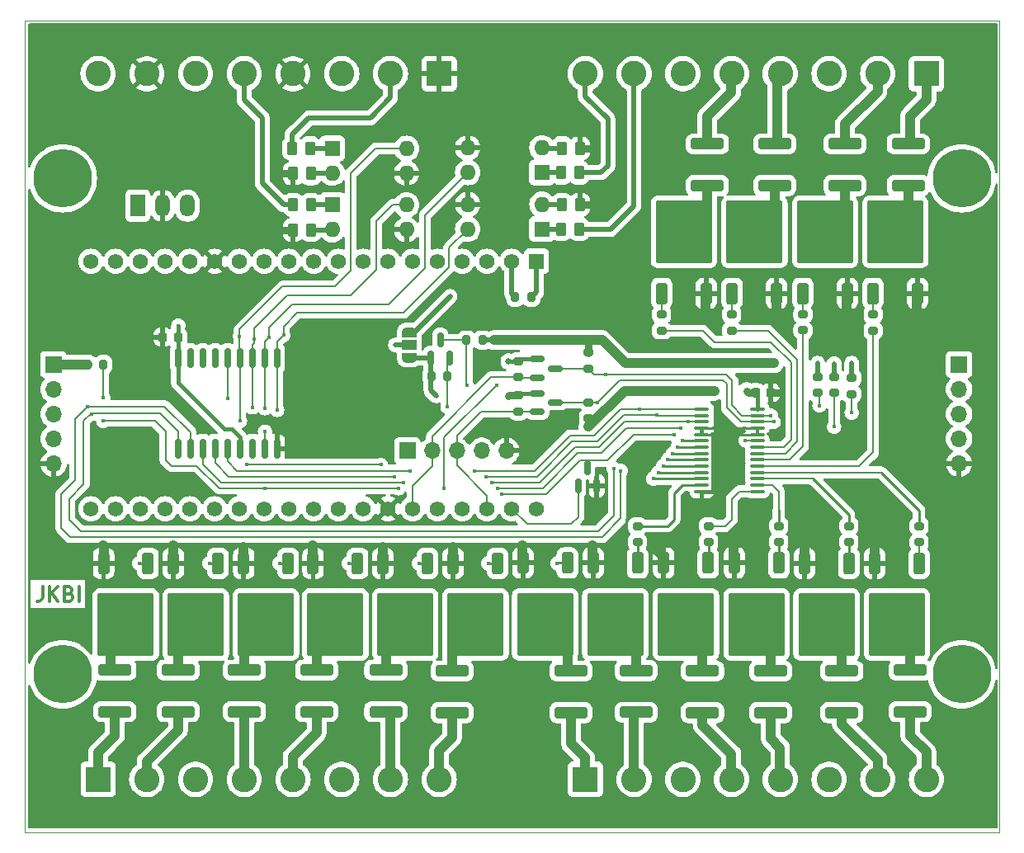
<source format=gbr>
%TF.GenerationSoftware,KiCad,Pcbnew,8.0.0*%
%TF.CreationDate,2024-08-19T20:21:19+02:00*%
%TF.ProjectId,led_stairs_controller,6c65645f-7374-4616-9972-735f636f6e74,V0.3*%
%TF.SameCoordinates,Original*%
%TF.FileFunction,Copper,L1,Top*%
%TF.FilePolarity,Positive*%
%FSLAX46Y46*%
G04 Gerber Fmt 4.6, Leading zero omitted, Abs format (unit mm)*
G04 Created by KiCad (PCBNEW 8.0.0) date 2024-08-19 20:21:19*
%MOMM*%
%LPD*%
G01*
G04 APERTURE LIST*
G04 Aperture macros list*
%AMRoundRect*
0 Rectangle with rounded corners*
0 $1 Rounding radius*
0 $2 $3 $4 $5 $6 $7 $8 $9 X,Y pos of 4 corners*
0 Add a 4 corners polygon primitive as box body*
4,1,4,$2,$3,$4,$5,$6,$7,$8,$9,$2,$3,0*
0 Add four circle primitives for the rounded corners*
1,1,$1+$1,$2,$3*
1,1,$1+$1,$4,$5*
1,1,$1+$1,$6,$7*
1,1,$1+$1,$8,$9*
0 Add four rect primitives between the rounded corners*
20,1,$1+$1,$2,$3,$4,$5,0*
20,1,$1+$1,$4,$5,$6,$7,0*
20,1,$1+$1,$6,$7,$8,$9,0*
20,1,$1+$1,$8,$9,$2,$3,0*%
%AMFreePoly0*
4,1,19,0.550000,-0.750000,0.000000,-0.750000,0.000000,-0.744911,-0.071157,-0.744911,-0.207708,-0.704816,-0.327430,-0.627875,-0.420627,-0.520320,-0.479746,-0.390866,-0.500000,-0.250000,-0.500000,0.250000,-0.479746,0.390866,-0.420627,0.520320,-0.327430,0.627875,-0.207708,0.704816,-0.071157,0.744911,0.000000,0.744911,0.000000,0.750000,0.550000,0.750000,0.550000,-0.750000,0.550000,-0.750000,
$1*%
%AMFreePoly1*
4,1,19,0.000000,0.744911,0.071157,0.744911,0.207708,0.704816,0.327430,0.627875,0.420627,0.520320,0.479746,0.390866,0.500000,0.250000,0.500000,-0.250000,0.479746,-0.390866,0.420627,-0.520320,0.327430,-0.627875,0.207708,-0.704816,0.071157,-0.744911,0.000000,-0.744911,0.000000,-0.750000,-0.550000,-0.750000,-0.550000,0.750000,0.000000,0.750000,0.000000,0.744911,0.000000,0.744911,
$1*%
G04 Aperture macros list end*
%ADD10C,0.300000*%
%TA.AperFunction,NonConductor*%
%ADD11C,0.300000*%
%TD*%
%TA.AperFunction,SMDPad,CuDef*%
%ADD12RoundRect,0.250000X0.262500X0.450000X-0.262500X0.450000X-0.262500X-0.450000X0.262500X-0.450000X0*%
%TD*%
%TA.AperFunction,SMDPad,CuDef*%
%ADD13RoundRect,0.250000X-0.262500X-0.450000X0.262500X-0.450000X0.262500X0.450000X-0.262500X0.450000X0*%
%TD*%
%TA.AperFunction,SMDPad,CuDef*%
%ADD14FreePoly0,90.000000*%
%TD*%
%TA.AperFunction,SMDPad,CuDef*%
%ADD15R,1.500000X1.000000*%
%TD*%
%TA.AperFunction,SMDPad,CuDef*%
%ADD16FreePoly1,90.000000*%
%TD*%
%TA.AperFunction,SMDPad,CuDef*%
%ADD17RoundRect,0.200000X-0.275000X0.200000X-0.275000X-0.200000X0.275000X-0.200000X0.275000X0.200000X0*%
%TD*%
%TA.AperFunction,SMDPad,CuDef*%
%ADD18RoundRect,0.200000X0.275000X-0.200000X0.275000X0.200000X-0.275000X0.200000X-0.275000X-0.200000X0*%
%TD*%
%TA.AperFunction,SMDPad,CuDef*%
%ADD19RoundRect,0.100000X-0.637500X-0.100000X0.637500X-0.100000X0.637500X0.100000X-0.637500X0.100000X0*%
%TD*%
%TA.AperFunction,SMDPad,CuDef*%
%ADD20RoundRect,0.250000X1.450000X-0.312500X1.450000X0.312500X-1.450000X0.312500X-1.450000X-0.312500X0*%
%TD*%
%TA.AperFunction,ComponentPad*%
%ADD21R,1.600000X1.600000*%
%TD*%
%TA.AperFunction,ComponentPad*%
%ADD22O,1.600000X1.600000*%
%TD*%
%TA.AperFunction,SMDPad,CuDef*%
%ADD23RoundRect,0.250000X-1.450000X0.312500X-1.450000X-0.312500X1.450000X-0.312500X1.450000X0.312500X0*%
%TD*%
%TA.AperFunction,SMDPad,CuDef*%
%ADD24RoundRect,0.250000X-0.350000X0.850000X-0.350000X-0.850000X0.350000X-0.850000X0.350000X0.850000X0*%
%TD*%
%TA.AperFunction,SMDPad,CuDef*%
%ADD25RoundRect,0.250000X-1.125000X1.275000X-1.125000X-1.275000X1.125000X-1.275000X1.125000X1.275000X0*%
%TD*%
%TA.AperFunction,SMDPad,CuDef*%
%ADD26RoundRect,0.249997X-2.650003X2.950003X-2.650003X-2.950003X2.650003X-2.950003X2.650003X2.950003X0*%
%TD*%
%TA.AperFunction,SMDPad,CuDef*%
%ADD27RoundRect,0.225000X-0.225000X-0.250000X0.225000X-0.250000X0.225000X0.250000X-0.225000X0.250000X0*%
%TD*%
%TA.AperFunction,ComponentPad*%
%ADD28R,1.700000X1.700000*%
%TD*%
%TA.AperFunction,ComponentPad*%
%ADD29O,1.700000X1.700000*%
%TD*%
%TA.AperFunction,SMDPad,CuDef*%
%ADD30RoundRect,0.200000X-0.200000X-0.275000X0.200000X-0.275000X0.200000X0.275000X-0.200000X0.275000X0*%
%TD*%
%TA.AperFunction,SMDPad,CuDef*%
%ADD31RoundRect,0.250000X0.350000X-0.850000X0.350000X0.850000X-0.350000X0.850000X-0.350000X-0.850000X0*%
%TD*%
%TA.AperFunction,SMDPad,CuDef*%
%ADD32RoundRect,0.250000X1.125000X-1.275000X1.125000X1.275000X-1.125000X1.275000X-1.125000X-1.275000X0*%
%TD*%
%TA.AperFunction,SMDPad,CuDef*%
%ADD33RoundRect,0.249997X2.650003X-2.950003X2.650003X2.950003X-2.650003X2.950003X-2.650003X-2.950003X0*%
%TD*%
%TA.AperFunction,SMDPad,CuDef*%
%ADD34RoundRect,0.150000X-0.587500X-0.150000X0.587500X-0.150000X0.587500X0.150000X-0.587500X0.150000X0*%
%TD*%
%TA.AperFunction,SMDPad,CuDef*%
%ADD35RoundRect,0.200000X0.200000X0.275000X-0.200000X0.275000X-0.200000X-0.275000X0.200000X-0.275000X0*%
%TD*%
%TA.AperFunction,SMDPad,CuDef*%
%ADD36RoundRect,0.150000X0.150000X-0.587500X0.150000X0.587500X-0.150000X0.587500X-0.150000X-0.587500X0*%
%TD*%
%TA.AperFunction,ComponentPad*%
%ADD37R,2.600000X2.600000*%
%TD*%
%TA.AperFunction,ComponentPad*%
%ADD38C,2.600000*%
%TD*%
%TA.AperFunction,ComponentPad*%
%ADD39C,6.000000*%
%TD*%
%TA.AperFunction,ComponentPad*%
%ADD40R,1.500000X2.300000*%
%TD*%
%TA.AperFunction,ComponentPad*%
%ADD41O,1.500000X2.300000*%
%TD*%
%TA.AperFunction,SMDPad,CuDef*%
%ADD42RoundRect,0.150000X0.150000X-0.875000X0.150000X0.875000X-0.150000X0.875000X-0.150000X-0.875000X0*%
%TD*%
%TA.AperFunction,ComponentPad*%
%ADD43R,1.560000X1.560000*%
%TD*%
%TA.AperFunction,ComponentPad*%
%ADD44C,1.560000*%
%TD*%
%TA.AperFunction,ViaPad*%
%ADD45C,0.650000*%
%TD*%
%TA.AperFunction,ViaPad*%
%ADD46C,0.450000*%
%TD*%
%TA.AperFunction,ViaPad*%
%ADD47C,0.800000*%
%TD*%
%TA.AperFunction,Conductor*%
%ADD48C,0.750000*%
%TD*%
%TA.AperFunction,Conductor*%
%ADD49C,0.500000*%
%TD*%
%TA.AperFunction,Conductor*%
%ADD50C,1.000000*%
%TD*%
%TA.AperFunction,Conductor*%
%ADD51C,0.250000*%
%TD*%
%TA.AperFunction,Conductor*%
%ADD52C,0.400000*%
%TD*%
%TA.AperFunction,Conductor*%
%ADD53C,0.200000*%
%TD*%
%TA.AperFunction,Profile*%
%ADD54C,0.120000*%
%TD*%
G04 APERTURE END LIST*
D10*
D11*
X102983082Y-113800828D02*
X102983082Y-114872257D01*
X102983082Y-114872257D02*
X102911653Y-115086542D01*
X102911653Y-115086542D02*
X102768796Y-115229400D01*
X102768796Y-115229400D02*
X102554510Y-115300828D01*
X102554510Y-115300828D02*
X102411653Y-115300828D01*
X103697367Y-115300828D02*
X103697367Y-113800828D01*
X104554510Y-115300828D02*
X103911653Y-114443685D01*
X104554510Y-113800828D02*
X103697367Y-114657971D01*
X105697367Y-114515114D02*
X105911653Y-114586542D01*
X105911653Y-114586542D02*
X105983082Y-114657971D01*
X105983082Y-114657971D02*
X106054510Y-114800828D01*
X106054510Y-114800828D02*
X106054510Y-115015114D01*
X106054510Y-115015114D02*
X105983082Y-115157971D01*
X105983082Y-115157971D02*
X105911653Y-115229400D01*
X105911653Y-115229400D02*
X105768796Y-115300828D01*
X105768796Y-115300828D02*
X105197367Y-115300828D01*
X105197367Y-115300828D02*
X105197367Y-113800828D01*
X105197367Y-113800828D02*
X105697367Y-113800828D01*
X105697367Y-113800828D02*
X105840225Y-113872257D01*
X105840225Y-113872257D02*
X105911653Y-113943685D01*
X105911653Y-113943685D02*
X105983082Y-114086542D01*
X105983082Y-114086542D02*
X105983082Y-114229400D01*
X105983082Y-114229400D02*
X105911653Y-114372257D01*
X105911653Y-114372257D02*
X105840225Y-114443685D01*
X105840225Y-114443685D02*
X105697367Y-114515114D01*
X105697367Y-114515114D02*
X105197367Y-114515114D01*
X106697367Y-115300828D02*
X106697367Y-113800828D01*
D12*
%TO.P,R39,1*%
%TO.N,GND*%
X158112500Y-74600000D03*
%TO.P,R39,2*%
%TO.N,Net-(R39-Pad2)*%
X156287500Y-74600000D03*
%TD*%
%TO.P,R38,1*%
%TO.N,GND*%
X158112500Y-68800000D03*
%TO.P,R38,2*%
%TO.N,Net-(R38-Pad2)*%
X156287500Y-68800000D03*
%TD*%
D13*
%TO.P,R37,1*%
%TO.N,GND*%
X128687500Y-71400000D03*
%TO.P,R37,2*%
%TO.N,Net-(R37-Pad2)*%
X130512500Y-71400000D03*
%TD*%
%TO.P,R36,1*%
%TO.N,GND*%
X128687500Y-77200000D03*
%TO.P,R36,2*%
%TO.N,Net-(R36-Pad2)*%
X130512500Y-77200000D03*
%TD*%
D14*
%TO.P,JP4,1,A*%
%TO.N,+3.3V*%
X140600000Y-90300000D03*
D15*
%TO.P,JP4,2,C*%
%TO.N,P-UP*%
X140600000Y-89000000D03*
D16*
%TO.P,JP4,3,B*%
%TO.N,+5V*%
X140600000Y-87700000D03*
%TD*%
D17*
%TO.P,R8,1*%
%TO.N,/LED8*%
X164020000Y-107575000D03*
%TO.P,R8,2*%
%TO.N,Net-(Q8-G)*%
X164020000Y-109225000D03*
%TD*%
D18*
%TO.P,R16,1*%
%TO.N,/LED16*%
X166500000Y-87525000D03*
%TO.P,R16,2*%
%TO.N,Net-(Q16-G)*%
X166500000Y-85875000D03*
%TD*%
D19*
%TO.P,U1,1,A0*%
%TO.N,/A0*%
X170600000Y-95575000D03*
%TO.P,U1,2,A1*%
%TO.N,/A1*%
X170600000Y-96225000D03*
%TO.P,U1,3,A2*%
%TO.N,/A2*%
X170600000Y-96875000D03*
%TO.P,U1,4,A3*%
%TO.N,GND*%
X170600000Y-97525000D03*
%TO.P,U1,5,A4*%
X170600000Y-98175000D03*
%TO.P,U1,6,LED0*%
%TO.N,/LED1*%
X170600000Y-98825000D03*
%TO.P,U1,7,LED1*%
%TO.N,/LED2*%
X170600000Y-99475000D03*
%TO.P,U1,8,LED2*%
%TO.N,/LED3*%
X170600000Y-100125000D03*
%TO.P,U1,9,LED3*%
%TO.N,/LED4*%
X170600000Y-100775000D03*
%TO.P,U1,10,LED4*%
%TO.N,/LED5*%
X170600000Y-101425000D03*
%TO.P,U1,11,LED5*%
%TO.N,/LED6*%
X170600000Y-102075000D03*
%TO.P,U1,12,LED6*%
%TO.N,/LED7*%
X170600000Y-102725000D03*
%TO.P,U1,13,LED7*%
%TO.N,/LED8*%
X170600000Y-103375000D03*
%TO.P,U1,14,VSS*%
%TO.N,GND*%
X170600000Y-104025000D03*
%TO.P,U1,15,LED8*%
%TO.N,/LED9*%
X176325000Y-104025000D03*
%TO.P,U1,16,LED9*%
%TO.N,/LED10*%
X176325000Y-103375000D03*
%TO.P,U1,17,LED10*%
%TO.N,/LED11*%
X176325000Y-102725000D03*
%TO.P,U1,18,LED11*%
%TO.N,/LED12*%
X176325000Y-102075000D03*
%TO.P,U1,19,LED12*%
%TO.N,/LED13*%
X176325000Y-101425000D03*
%TO.P,U1,20,LED13*%
%TO.N,/LED14*%
X176325000Y-100775000D03*
%TO.P,U1,21,LED14*%
%TO.N,/LED15*%
X176325000Y-100125000D03*
%TO.P,U1,22,LED15*%
%TO.N,/LED16*%
X176325000Y-99475000D03*
%TO.P,U1,23,~{OE}*%
%TO.N,/nOE*%
X176325000Y-98825000D03*
%TO.P,U1,24,A5*%
%TO.N,GND*%
X176325000Y-98175000D03*
%TO.P,U1,25,A6*%
X176325000Y-97525000D03*
%TO.P,U1,26,SCL*%
%TO.N,/SCL_H*%
X176325000Y-96875000D03*
%TO.P,U1,27,SDA*%
%TO.N,/SDA_H*%
X176325000Y-96225000D03*
%TO.P,U1,28,VDD*%
%TO.N,+5V*%
X176325000Y-95575000D03*
%TD*%
D20*
%TO.P,F15,1*%
%TO.N,Net-(Q15-D)*%
X178100000Y-72637500D03*
%TO.P,F15,2*%
%TO.N,/LED15_OUT*%
X178100000Y-68362500D03*
%TD*%
D21*
%TO.P,U6,1*%
%TO.N,Net-(R28-Pad2)*%
X154220000Y-71300000D03*
D22*
%TO.P,U6,2*%
%TO.N,Net-(R38-Pad2)*%
X154220000Y-68760000D03*
%TO.P,U6,3*%
%TO.N,GND*%
X146600000Y-68760000D03*
%TO.P,U6,4*%
%TO.N,/IN3_L*%
X146600000Y-71300000D03*
%TD*%
D21*
%TO.P,U5,1*%
%TO.N,Net-(R25-Pad2)*%
X132700000Y-74625000D03*
D22*
%TO.P,U5,2*%
%TO.N,Net-(R36-Pad2)*%
X132700000Y-77165000D03*
%TO.P,U5,3*%
%TO.N,GND*%
X140320000Y-77165000D03*
%TO.P,U5,4*%
%TO.N,/IN2_L*%
X140320000Y-74625000D03*
%TD*%
D23*
%TO.P,F2,1*%
%TO.N,Net-(Q2-D)*%
X116900000Y-122362500D03*
%TO.P,F2,2*%
%TO.N,/LED2_OUT*%
X116900000Y-126637500D03*
%TD*%
D17*
%TO.P,R9,1*%
%TO.N,/LED9*%
X171320000Y-107575000D03*
%TO.P,R9,2*%
%TO.N,Net-(Q9-G)*%
X171320000Y-109225000D03*
%TD*%
D24*
%TO.P,Q1,1,G*%
%TO.N,Net-(Q1-G)*%
X113800000Y-111400000D03*
D25*
%TO.P,Q1,2,D*%
%TO.N,Net-(Q1-D)*%
X113045000Y-116025000D03*
X109995000Y-116025000D03*
D26*
X111520000Y-117700000D03*
D25*
X113045000Y-119375000D03*
X109995000Y-119375000D03*
D24*
%TO.P,Q1,3,S*%
%TO.N,GND*%
X109240000Y-111400000D03*
%TD*%
D18*
%TO.P,R15,1*%
%TO.N,/LED15*%
X173700000Y-87525000D03*
%TO.P,R15,2*%
%TO.N,Net-(Q15-G)*%
X173700000Y-85875000D03*
%TD*%
D24*
%TO.P,Q8,1,G*%
%TO.N,Net-(Q8-G)*%
X164025000Y-111375000D03*
D25*
%TO.P,Q8,2,D*%
%TO.N,Net-(Q8-D)*%
X163270000Y-116000000D03*
X160220000Y-116000000D03*
D26*
X161745000Y-117675000D03*
D25*
X163270000Y-119350000D03*
X160220000Y-119350000D03*
D24*
%TO.P,Q8,3,S*%
%TO.N,GND*%
X159465000Y-111375000D03*
%TD*%
%TO.P,Q6,1,G*%
%TO.N,Net-(Q6-G)*%
X149680000Y-111400000D03*
D25*
%TO.P,Q6,2,D*%
%TO.N,Net-(Q6-D)*%
X148925000Y-116025000D03*
X145875000Y-116025000D03*
D26*
X147400000Y-117700000D03*
D25*
X148925000Y-119375000D03*
X145875000Y-119375000D03*
D24*
%TO.P,Q6,3,S*%
%TO.N,GND*%
X145120000Y-111400000D03*
%TD*%
D23*
%TO.P,F5,1*%
%TO.N,Net-(Q5-D)*%
X138200000Y-122362500D03*
%TO.P,F5,2*%
%TO.N,/LED5_OUT*%
X138200000Y-126637500D03*
%TD*%
D24*
%TO.P,Q10,1,G*%
%TO.N,Net-(Q10-G)*%
X178525000Y-111375000D03*
D25*
%TO.P,Q10,2,D*%
%TO.N,Net-(Q10-D)*%
X177770000Y-116000000D03*
X174720000Y-116000000D03*
D26*
X176245000Y-117675000D03*
D25*
X177770000Y-119350000D03*
X174720000Y-119350000D03*
D24*
%TO.P,Q10,3,S*%
%TO.N,GND*%
X173965000Y-111375000D03*
%TD*%
D23*
%TO.P,F12,1*%
%TO.N,Net-(Q12-D)*%
X192000000Y-122362500D03*
%TO.P,F12,2*%
%TO.N,/LED12_OUT*%
X192000000Y-126637500D03*
%TD*%
D17*
%TO.P,R19,1*%
%TO.N,+3.3V*%
X151800000Y-94175000D03*
%TO.P,R19,2*%
%TO.N,/SCL_L*%
X151800000Y-95825000D03*
%TD*%
D27*
%TO.P,C3,1*%
%TO.N,GND*%
X115325000Y-88200000D03*
%TO.P,C3,2*%
%TO.N,+5V*%
X116875000Y-88200000D03*
%TD*%
D28*
%TO.P,J3,1,Pin_1*%
%TO.N,+5V*%
X197025000Y-91000000D03*
D29*
%TO.P,J3,2,Pin_2*%
%TO.N,/SDA_H*%
X197025000Y-93540000D03*
%TO.P,J3,3,Pin_3*%
%TO.N,/SCL_H*%
X197025000Y-96080000D03*
%TO.P,J3,4,Pin_4*%
%TO.N,/INT_H*%
X197025000Y-98620000D03*
%TO.P,J3,5,Pin_5*%
%TO.N,GND*%
X197025000Y-101160000D03*
%TD*%
D30*
%TO.P,R17,1*%
%TO.N,Net-(U2-EN)*%
X151475000Y-84100000D03*
%TO.P,R17,2*%
%TO.N,+3.3V*%
X153125000Y-84100000D03*
%TD*%
D24*
%TO.P,Q3,1,G*%
%TO.N,Net-(Q3-G)*%
X128180000Y-111400000D03*
D25*
%TO.P,Q3,2,D*%
%TO.N,Net-(Q3-D)*%
X127425000Y-116025000D03*
X124375000Y-116025000D03*
D26*
X125900000Y-117700000D03*
D25*
X127425000Y-119375000D03*
X124375000Y-119375000D03*
D24*
%TO.P,Q3,3,S*%
%TO.N,GND*%
X123620000Y-111400000D03*
%TD*%
D20*
%TO.P,F16,1*%
%TO.N,Net-(Q16-D)*%
X171200000Y-72637500D03*
%TO.P,F16,2*%
%TO.N,/LED16_OUT*%
X171200000Y-68362500D03*
%TD*%
D17*
%TO.P,R31,1*%
%TO.N,+5V*%
X186000000Y-92375000D03*
%TO.P,R31,2*%
%TO.N,/SCL_H*%
X186000000Y-94025000D03*
%TD*%
D23*
%TO.P,F8,1*%
%TO.N,Net-(Q8-D)*%
X163900000Y-122425000D03*
%TO.P,F8,2*%
%TO.N,/LED8_OUT*%
X163900000Y-126700000D03*
%TD*%
D31*
%TO.P,Q16,1,G*%
%TO.N,Net-(Q16-G)*%
X166500000Y-83700000D03*
D32*
%TO.P,Q16,2,D*%
%TO.N,Net-(Q16-D)*%
X167255000Y-79075000D03*
X170305000Y-79075000D03*
D33*
X168780000Y-77400000D03*
D32*
X167255000Y-75725000D03*
X170305000Y-75725000D03*
D31*
%TO.P,Q16,3,S*%
%TO.N,GND*%
X171060000Y-83700000D03*
%TD*%
D34*
%TO.P,Q18,1,G*%
%TO.N,+3.3V*%
X153725000Y-90450000D03*
%TO.P,Q18,2,S*%
%TO.N,/SDA_L*%
X153725000Y-92350000D03*
%TO.P,Q18,3,D*%
%TO.N,/SDA_H*%
X155600000Y-91400000D03*
%TD*%
D23*
%TO.P,F9,1*%
%TO.N,Net-(Q9-D)*%
X170700000Y-122462500D03*
%TO.P,F9,2*%
%TO.N,/LED9_OUT*%
X170700000Y-126737500D03*
%TD*%
D17*
%TO.P,R12,1*%
%TO.N,/LED12*%
X192920000Y-107600000D03*
%TO.P,R12,2*%
%TO.N,Net-(Q12-G)*%
X192920000Y-109250000D03*
%TD*%
%TO.P,R10,1*%
%TO.N,/LED10*%
X178520000Y-107575000D03*
%TO.P,R10,2*%
%TO.N,Net-(Q10-G)*%
X178520000Y-109225000D03*
%TD*%
D35*
%TO.P,R35,1*%
%TO.N,+5V*%
X148125000Y-88500000D03*
%TO.P,R35,2*%
%TO.N,/INT_H*%
X146475000Y-88500000D03*
%TD*%
D20*
%TO.P,F13,1*%
%TO.N,Net-(Q13-D)*%
X191800000Y-72637500D03*
%TO.P,F13,2*%
%TO.N,/LED13_OUT*%
X191800000Y-68362500D03*
%TD*%
%TO.P,F14,1*%
%TO.N,Net-(Q14-D)*%
X185300000Y-72637500D03*
%TO.P,F14,2*%
%TO.N,/LED14_OUT*%
X185300000Y-68362500D03*
%TD*%
D18*
%TO.P,R18,1*%
%TO.N,+5V*%
X159000000Y-96525000D03*
%TO.P,R18,2*%
%TO.N,/SCL_H*%
X159000000Y-94875000D03*
%TD*%
D28*
%TO.P,J2,1,Pin_1*%
%TO.N,+3.3V*%
X140400000Y-99860000D03*
D29*
%TO.P,J2,2,Pin_2*%
%TO.N,/SDA_L*%
X142940000Y-99860000D03*
%TO.P,J2,3,Pin_3*%
%TO.N,/SCL_L*%
X145480000Y-99860000D03*
%TO.P,J2,4,Pin_4*%
%TO.N,/INT_L*%
X148020000Y-99860000D03*
%TO.P,J2,5,Pin_5*%
%TO.N,GND*%
X150560000Y-99860000D03*
%TD*%
D31*
%TO.P,Q15,1,G*%
%TO.N,Net-(Q15-G)*%
X173740000Y-83700000D03*
D32*
%TO.P,Q15,2,D*%
%TO.N,Net-(Q15-D)*%
X174495000Y-79075000D03*
X177545000Y-79075000D03*
D33*
X176020000Y-77400000D03*
D32*
X174495000Y-75725000D03*
X177545000Y-75725000D03*
D31*
%TO.P,Q15,3,S*%
%TO.N,GND*%
X178300000Y-83700000D03*
%TD*%
D27*
%TO.P,C1,1*%
%TO.N,+5V*%
X176125000Y-93900000D03*
%TO.P,C1,2*%
%TO.N,GND*%
X177675000Y-93900000D03*
%TD*%
D36*
%TO.P,Q20,1,G*%
%TO.N,+3.3V*%
X142837500Y-90350000D03*
%TO.P,Q20,2,S*%
%TO.N,/INT_L*%
X144737500Y-90350000D03*
%TO.P,Q20,3,D*%
%TO.N,/INT_H*%
X143787500Y-88475000D03*
%TD*%
D30*
%TO.P,R34,1*%
%TO.N,+3.3V*%
X142875000Y-92200000D03*
%TO.P,R34,2*%
%TO.N,/INT_L*%
X144525000Y-92200000D03*
%TD*%
D24*
%TO.P,Q2,1,G*%
%TO.N,Net-(Q2-G)*%
X120980000Y-111400000D03*
D25*
%TO.P,Q2,2,D*%
%TO.N,Net-(Q2-D)*%
X120225000Y-116025000D03*
X117175000Y-116025000D03*
D26*
X118700000Y-117700000D03*
D25*
X120225000Y-119375000D03*
X117175000Y-119375000D03*
D24*
%TO.P,Q2,3,S*%
%TO.N,GND*%
X116420000Y-111400000D03*
%TD*%
D37*
%TO.P,MOD1,A1,A1*%
%TO.N,/LED1_OUT*%
X108675000Y-133580000D03*
D38*
%TO.P,MOD1,A2,A2*%
%TO.N,/LED2_OUT*%
X113675000Y-133580000D03*
%TO.P,MOD1,A3,A3*%
%TO.N,VBUS*%
X118675000Y-133580000D03*
%TO.P,MOD1,A4,A4*%
%TO.N,/LED3_OUT*%
X123675000Y-133580000D03*
%TO.P,MOD1,A5,A5*%
%TO.N,/LED4_OUT*%
X128675000Y-133580000D03*
%TO.P,MOD1,A6,A6*%
%TO.N,VBUS*%
X133675000Y-133580000D03*
%TO.P,MOD1,A7,A7*%
%TO.N,/LED5_OUT*%
X138675000Y-133580000D03*
%TO.P,MOD1,A8,A8*%
%TO.N,/LED6_OUT*%
X143675000Y-133580000D03*
D37*
%TO.P,MOD1,B1,B1*%
%TO.N,/LED7_OUT*%
X158675000Y-133580000D03*
D38*
%TO.P,MOD1,B2,B2*%
%TO.N,/LED8_OUT*%
X163675000Y-133580000D03*
%TO.P,MOD1,B3,B3*%
%TO.N,VBUS*%
X168675000Y-133580000D03*
%TO.P,MOD1,B4,B4*%
%TO.N,/LED9_OUT*%
X173675000Y-133580000D03*
%TO.P,MOD1,B5,B5*%
%TO.N,/LED10_OUT*%
X178675000Y-133580000D03*
%TO.P,MOD1,B6,B6*%
%TO.N,VBUS*%
X183675000Y-133580000D03*
%TO.P,MOD1,B7,B7*%
%TO.N,/LED11_OUT*%
X188675000Y-133580000D03*
%TO.P,MOD1,B8,B8*%
%TO.N,/LED12_OUT*%
X193675000Y-133580000D03*
D37*
%TO.P,MOD1,C1,C1*%
%TO.N,/LED13_OUT*%
X193675000Y-61160000D03*
D38*
%TO.P,MOD1,C2,C2*%
%TO.N,/LED14_OUT*%
X188675000Y-61160000D03*
%TO.P,MOD1,C3,C3*%
%TO.N,VBUS*%
X183675000Y-61160000D03*
%TO.P,MOD1,C4,C4*%
%TO.N,/LED15_OUT*%
X178675000Y-61160000D03*
%TO.P,MOD1,C5,C5*%
%TO.N,/LED16_OUT*%
X173675000Y-61160000D03*
%TO.P,MOD1,C6,C6*%
%TO.N,VBUS*%
X168675000Y-61160000D03*
%TO.P,MOD1,C7,C7*%
%TO.N,/IN4_H*%
X163675000Y-61160000D03*
%TO.P,MOD1,C8,C8*%
%TO.N,/IN3_H*%
X158675000Y-61160000D03*
D37*
%TO.P,MOD1,D1,D1*%
%TO.N,GND*%
X143675000Y-61160000D03*
D38*
%TO.P,MOD1,D2,D2*%
%TO.N,/IN1_H*%
X138675000Y-61160000D03*
%TO.P,MOD1,D3,D3*%
%TO.N,VBUS*%
X133675000Y-61160000D03*
%TO.P,MOD1,D4,D4*%
%TO.N,GND*%
X128675000Y-61160000D03*
%TO.P,MOD1,D5,D5*%
%TO.N,/IN2_H*%
X123675000Y-61160000D03*
%TO.P,MOD1,D6,D6*%
%TO.N,VBUS*%
X118675000Y-61160000D03*
%TO.P,MOD1,D7,D7*%
%TO.N,GND*%
X113675000Y-61160000D03*
%TO.P,MOD1,D8,D8*%
%TO.N,VBUS*%
X108675000Y-61160000D03*
D39*
%TO.P,MOD1,MH1*%
%TO.N,N/C*%
X105050000Y-71900000D03*
%TO.P,MOD1,MH2*%
X197300000Y-71900000D03*
%TO.P,MOD1,MH3*%
X105050000Y-122800000D03*
%TO.P,MOD1,MH4*%
X197300000Y-122800000D03*
%TD*%
D18*
%TO.P,R14,1*%
%TO.N,/LED14*%
X181000000Y-87500000D03*
%TO.P,R14,2*%
%TO.N,Net-(Q14-G)*%
X181000000Y-85850000D03*
%TD*%
D12*
%TO.P,R29,1*%
%TO.N,/IN4_H*%
X158032500Y-77125000D03*
%TO.P,R29,2*%
%TO.N,Net-(R29-Pad2)*%
X156207500Y-77125000D03*
%TD*%
D24*
%TO.P,Q4,1,G*%
%TO.N,Net-(Q4-G)*%
X135300000Y-111400000D03*
D25*
%TO.P,Q4,2,D*%
%TO.N,Net-(Q4-D)*%
X134545000Y-116025000D03*
X131495000Y-116025000D03*
D26*
X133020000Y-117700000D03*
D25*
X134545000Y-119375000D03*
X131495000Y-119375000D03*
D24*
%TO.P,Q4,3,S*%
%TO.N,GND*%
X130740000Y-111400000D03*
%TD*%
%TO.P,Q11,1,G*%
%TO.N,Net-(Q11-G)*%
X185700000Y-111400000D03*
D25*
%TO.P,Q11,2,D*%
%TO.N,Net-(Q11-D)*%
X184945000Y-116025000D03*
X181895000Y-116025000D03*
D26*
X183420000Y-117700000D03*
D25*
X184945000Y-119375000D03*
X181895000Y-119375000D03*
D24*
%TO.P,Q11,3,S*%
%TO.N,GND*%
X181140000Y-111400000D03*
%TD*%
D17*
%TO.P,R20,1*%
%TO.N,+3.3V*%
X151800000Y-90675000D03*
%TO.P,R20,2*%
%TO.N,/SDA_L*%
X151800000Y-92325000D03*
%TD*%
D13*
%TO.P,R24,1*%
%TO.N,/IN1_H*%
X128587500Y-68800000D03*
%TO.P,R24,2*%
%TO.N,Net-(R24-Pad2)*%
X130412500Y-68800000D03*
%TD*%
D28*
%TO.P,J1,1,Pin_1*%
%TO.N,+5V*%
X104100000Y-91000000D03*
D29*
%TO.P,J1,2,Pin_2*%
%TO.N,/SDA_H*%
X104100000Y-93540000D03*
%TO.P,J1,3,Pin_3*%
%TO.N,/SCL_H*%
X104100000Y-96080000D03*
%TO.P,J1,4,Pin_4*%
%TO.N,/INT_H*%
X104100000Y-98620000D03*
%TO.P,J1,5,Pin_5*%
%TO.N,GND*%
X104100000Y-101160000D03*
%TD*%
D23*
%TO.P,F11,1*%
%TO.N,Net-(Q11-D)*%
X185000000Y-122462500D03*
%TO.P,F11,2*%
%TO.N,/LED11_OUT*%
X185000000Y-126737500D03*
%TD*%
D24*
%TO.P,Q5,1,G*%
%TO.N,Net-(Q5-G)*%
X142480000Y-111400000D03*
D25*
%TO.P,Q5,2,D*%
%TO.N,Net-(Q5-D)*%
X141725000Y-116025000D03*
X138675000Y-116025000D03*
D26*
X140200000Y-117700000D03*
D25*
X141725000Y-119375000D03*
X138675000Y-119375000D03*
D24*
%TO.P,Q5,3,S*%
%TO.N,GND*%
X137920000Y-111400000D03*
%TD*%
D23*
%TO.P,F6,1*%
%TO.N,Net-(Q6-D)*%
X145000000Y-122462500D03*
%TO.P,F6,2*%
%TO.N,/LED6_OUT*%
X145000000Y-126737500D03*
%TD*%
D34*
%TO.P,Q17,1,G*%
%TO.N,+3.3V*%
X153725000Y-93950000D03*
%TO.P,Q17,2,S*%
%TO.N,/SCL_L*%
X153725000Y-95850000D03*
%TO.P,Q17,3,D*%
%TO.N,/SCL_H*%
X155600000Y-94900000D03*
%TD*%
D13*
%TO.P,R25,1*%
%TO.N,/IN2_H*%
X128687500Y-74600000D03*
%TO.P,R25,2*%
%TO.N,Net-(R25-Pad2)*%
X130512500Y-74600000D03*
%TD*%
D36*
%TO.P,Q19,1,G*%
%TO.N,/OE*%
X157937500Y-103437500D03*
%TO.P,Q19,2,S*%
%TO.N,GND*%
X159837500Y-103437500D03*
%TO.P,Q19,3,D*%
%TO.N,/nOE*%
X158887500Y-101562500D03*
%TD*%
D23*
%TO.P,F10,1*%
%TO.N,Net-(Q10-D)*%
X177700000Y-122462500D03*
%TO.P,F10,2*%
%TO.N,/LED10_OUT*%
X177700000Y-126737500D03*
%TD*%
D18*
%TO.P,R13,1*%
%TO.N,/LED13*%
X188200000Y-87525000D03*
%TO.P,R13,2*%
%TO.N,Net-(Q13-G)*%
X188200000Y-85875000D03*
%TD*%
D17*
%TO.P,R32,1*%
%TO.N,+5V*%
X184200000Y-92275000D03*
%TO.P,R32,2*%
%TO.N,/nOE*%
X184200000Y-93925000D03*
%TD*%
D12*
%TO.P,R28,1*%
%TO.N,/IN3_H*%
X158032500Y-71325000D03*
%TO.P,R28,2*%
%TO.N,Net-(R28-Pad2)*%
X156207500Y-71325000D03*
%TD*%
D17*
%TO.P,R30,1*%
%TO.N,+5V*%
X182500000Y-92275000D03*
%TO.P,R30,2*%
%TO.N,/SDA_H*%
X182500000Y-93925000D03*
%TD*%
D24*
%TO.P,Q7,1,G*%
%TO.N,Net-(Q7-G)*%
X156825000Y-111375000D03*
D25*
%TO.P,Q7,2,D*%
%TO.N,Net-(Q7-D)*%
X156070000Y-116000000D03*
X153020000Y-116000000D03*
D26*
X154545000Y-117675000D03*
D25*
X156070000Y-119350000D03*
X153020000Y-119350000D03*
D24*
%TO.P,Q7,3,S*%
%TO.N,GND*%
X152265000Y-111375000D03*
%TD*%
D31*
%TO.P,Q14,1,G*%
%TO.N,Net-(Q14-G)*%
X181000000Y-83700000D03*
D32*
%TO.P,Q14,2,D*%
%TO.N,Net-(Q14-D)*%
X181755000Y-79075000D03*
X184805000Y-79075000D03*
D33*
X183280000Y-77400000D03*
D32*
X181755000Y-75725000D03*
X184805000Y-75725000D03*
D31*
%TO.P,Q14,3,S*%
%TO.N,GND*%
X185560000Y-83700000D03*
%TD*%
D40*
%TO.P,U8,1,IN*%
%TO.N,Net-(U8-IN)*%
X112753000Y-74700000D03*
D41*
%TO.P,U8,2,GND*%
%TO.N,GND*%
X115293000Y-74700000D03*
%TO.P,U8,3,OUT*%
%TO.N,+5V*%
X117833000Y-74700000D03*
%TD*%
D23*
%TO.P,F1,1*%
%TO.N,Net-(Q1-D)*%
X110400000Y-122362500D03*
%TO.P,F1,2*%
%TO.N,/LED1_OUT*%
X110400000Y-126637500D03*
%TD*%
D17*
%TO.P,R11,1*%
%TO.N,/LED11*%
X185720000Y-107575000D03*
%TO.P,R11,2*%
%TO.N,Net-(Q11-G)*%
X185720000Y-109225000D03*
%TD*%
D24*
%TO.P,Q12,1,G*%
%TO.N,Net-(Q12-G)*%
X192925000Y-111400000D03*
D25*
%TO.P,Q12,2,D*%
%TO.N,Net-(Q12-D)*%
X192170000Y-116025000D03*
X189120000Y-116025000D03*
D26*
X190645000Y-117700000D03*
D25*
X192170000Y-119375000D03*
X189120000Y-119375000D03*
D24*
%TO.P,Q12,3,S*%
%TO.N,GND*%
X188365000Y-111400000D03*
%TD*%
D31*
%TO.P,Q13,1,G*%
%TO.N,Net-(Q13-G)*%
X188200000Y-83700000D03*
D32*
%TO.P,Q13,2,D*%
%TO.N,Net-(Q13-D)*%
X188955000Y-79075000D03*
X192005000Y-79075000D03*
D33*
X190480000Y-77400000D03*
D32*
X188955000Y-75725000D03*
X192005000Y-75725000D03*
D31*
%TO.P,Q13,3,S*%
%TO.N,GND*%
X192760000Y-83700000D03*
%TD*%
D30*
%TO.P,R33,1*%
%TO.N,+5V*%
X107575000Y-91000000D03*
%TO.P,R33,2*%
%TO.N,/INT_H*%
X109225000Y-91000000D03*
%TD*%
D23*
%TO.P,F3,1*%
%TO.N,Net-(Q3-D)*%
X123700000Y-122362500D03*
%TO.P,F3,2*%
%TO.N,/LED3_OUT*%
X123700000Y-126637500D03*
%TD*%
%TO.P,F4,1*%
%TO.N,Net-(Q4-D)*%
X131100000Y-122362500D03*
%TO.P,F4,2*%
%TO.N,/LED4_OUT*%
X131100000Y-126637500D03*
%TD*%
D21*
%TO.P,U7,1*%
%TO.N,Net-(R29-Pad2)*%
X154220000Y-77100000D03*
D22*
%TO.P,U7,2*%
%TO.N,Net-(R39-Pad2)*%
X154220000Y-74560000D03*
%TO.P,U7,3*%
%TO.N,GND*%
X146600000Y-74560000D03*
%TO.P,U7,4*%
%TO.N,/IN4_L*%
X146600000Y-77100000D03*
%TD*%
D21*
%TO.P,U3,1*%
%TO.N,Net-(R24-Pad2)*%
X132700000Y-68825000D03*
D22*
%TO.P,U3,2*%
%TO.N,Net-(R37-Pad2)*%
X132700000Y-71365000D03*
%TO.P,U3,3*%
%TO.N,GND*%
X140320000Y-71365000D03*
%TO.P,U3,4*%
%TO.N,/IN1_L*%
X140320000Y-68825000D03*
%TD*%
D42*
%TO.P,U4,1,SCL*%
%TO.N,/SCL_H*%
X116882500Y-99650000D03*
%TO.P,U4,2,SDA*%
%TO.N,/SDA_H*%
X118152500Y-99650000D03*
%TO.P,U4,3,A2*%
%TO.N,/A2*%
X119422500Y-99650000D03*
%TO.P,U4,4,A1*%
%TO.N,/A1*%
X120692500Y-99650000D03*
%TO.P,U4,5,A0*%
%TO.N,/A0*%
X121962500Y-99650000D03*
%TO.P,U4,6,~{RESET}*%
%TO.N,+5V*%
X123232500Y-99650000D03*
%TO.P,U4,7,NC*%
%TO.N,unconnected-(U4-NC-Pad7)*%
X124502500Y-99650000D03*
%TO.P,U4,8,INT*%
%TO.N,/INT_H*%
X125772500Y-99650000D03*
%TO.P,U4,9,VSS*%
%TO.N,GND*%
X127042500Y-99650000D03*
%TO.P,U4,10,GP0*%
%TO.N,/IN4_L*%
X127042500Y-90350000D03*
%TO.P,U4,11,GP1*%
%TO.N,/IN3_L*%
X125772500Y-90350000D03*
%TO.P,U4,12,GP2*%
%TO.N,/IN2_L*%
X124502500Y-90350000D03*
%TO.P,U4,13,GP3*%
%TO.N,/IN1_L*%
X123232500Y-90350000D03*
%TO.P,U4,14,GP4*%
%TO.N,/nOE*%
X121962500Y-90350000D03*
%TO.P,U4,15,GP5*%
%TO.N,unconnected-(U4-GP5-Pad15)*%
X120692500Y-90350000D03*
%TO.P,U4,16,GP6*%
%TO.N,unconnected-(U4-GP6-Pad16)*%
X119422500Y-90350000D03*
%TO.P,U4,17,GP7*%
%TO.N,unconnected-(U4-GP7-Pad17)*%
X118152500Y-90350000D03*
%TO.P,U4,18,VDD*%
%TO.N,+5V*%
X116882500Y-90350000D03*
%TD*%
D23*
%TO.P,F7,1*%
%TO.N,Net-(Q7-D)*%
X157200000Y-122462500D03*
%TO.P,F7,2*%
%TO.N,/LED7_OUT*%
X157200000Y-126737500D03*
%TD*%
D24*
%TO.P,Q9,1,G*%
%TO.N,Net-(Q9-G)*%
X171275000Y-111375000D03*
D25*
%TO.P,Q9,2,D*%
%TO.N,Net-(Q9-D)*%
X170520000Y-116000000D03*
X167470000Y-116000000D03*
D26*
X168995000Y-117675000D03*
D25*
X170520000Y-119350000D03*
X167470000Y-119350000D03*
D24*
%TO.P,Q9,3,S*%
%TO.N,GND*%
X166715000Y-111375000D03*
%TD*%
D17*
%TO.P,R21,1*%
%TO.N,+5V*%
X159000000Y-89775000D03*
%TO.P,R21,2*%
%TO.N,/SDA_H*%
X159000000Y-91425000D03*
%TD*%
D43*
%TO.P,U2,1,3V3*%
%TO.N,+3.3V*%
X153660000Y-80400000D03*
D44*
%TO.P,U2,2,EN*%
%TO.N,Net-(U2-EN)*%
X151120000Y-80400000D03*
%TO.P,U2,3,VP*%
%TO.N,unconnected-(U2-VP-Pad3)*%
X148580000Y-80400000D03*
%TO.P,U2,4,VN*%
%TO.N,unconnected-(U2-VN-Pad4)*%
X146040000Y-80400000D03*
%TO.P,U2,5,34*%
%TO.N,unconnected-(U2-34-Pad5)*%
X143500000Y-80400000D03*
%TO.P,U2,6,35*%
%TO.N,unconnected-(U2-35-Pad6)*%
X140960000Y-80400000D03*
%TO.P,U2,7,32*%
%TO.N,unconnected-(U2-32-Pad7)*%
X138420000Y-80400000D03*
%TO.P,U2,8,33*%
%TO.N,unconnected-(U2-33-Pad8)*%
X135880000Y-80400000D03*
%TO.P,U2,9,25*%
%TO.N,unconnected-(U2-25-Pad9)*%
X133340000Y-80400000D03*
%TO.P,U2,10,26*%
%TO.N,unconnected-(U2-26-Pad10)*%
X130800000Y-80400000D03*
%TO.P,U2,11,27*%
%TO.N,unconnected-(U2-27-Pad11)*%
X128260000Y-80400000D03*
%TO.P,U2,12,14*%
%TO.N,unconnected-(U2-14-Pad12)*%
X125720000Y-80400000D03*
%TO.P,U2,13,12*%
%TO.N,unconnected-(U2-12-Pad13)*%
X123180000Y-80400000D03*
%TO.P,U2,14,GND*%
%TO.N,GND*%
X120640000Y-80400000D03*
%TO.P,U2,15,13*%
%TO.N,unconnected-(U2-13-Pad15)*%
X118100000Y-80400000D03*
%TO.P,U2,16,D2*%
%TO.N,unconnected-(U2-D2-Pad16)*%
X115560000Y-80400000D03*
%TO.P,U2,17,D3*%
%TO.N,unconnected-(U2-D3-Pad17)*%
X113020000Y-80400000D03*
%TO.P,U2,18,CMD*%
%TO.N,unconnected-(U2-CMD-Pad18)*%
X110480000Y-80400000D03*
%TO.P,U2,19,5V*%
%TO.N,+5V*%
X107940000Y-80400000D03*
%TO.P,U2,20,GND__1*%
%TO.N,GND*%
X153660000Y-105800000D03*
%TO.P,U2,21,23*%
%TO.N,/OE*%
X151120000Y-105800000D03*
%TO.P,U2,22,22*%
%TO.N,/SCL_L*%
X148580000Y-105800000D03*
%TO.P,U2,23,TX*%
%TO.N,unconnected-(U2-TX-Pad23)*%
X146040000Y-105800000D03*
%TO.P,U2,24,RX*%
%TO.N,unconnected-(U2-RX-Pad24)*%
X143500000Y-105800000D03*
%TO.P,U2,25,21*%
%TO.N,/SDA_L*%
X140960000Y-105800000D03*
%TO.P,U2,26,GND__2*%
%TO.N,GND*%
X138420000Y-105800000D03*
%TO.P,U2,27,19*%
%TO.N,/IN4_L*%
X135880000Y-105800000D03*
%TO.P,U2,28,18*%
%TO.N,/IN3_L*%
X133340000Y-105800000D03*
%TO.P,U2,29,5*%
%TO.N,unconnected-(U2-5-Pad29)*%
X130800000Y-105800000D03*
%TO.P,U2,30,17*%
%TO.N,/IN2_L*%
X128260000Y-105800000D03*
%TO.P,U2,31,16*%
%TO.N,unconnected-(U2-16-Pad31)*%
X125720000Y-105800000D03*
%TO.P,U2,32,4*%
%TO.N,/IN1_L*%
X123180000Y-105800000D03*
%TO.P,U2,33,0*%
%TO.N,unconnected-(U2-0-Pad33)*%
X120640000Y-105800000D03*
%TO.P,U2,34,2*%
%TO.N,unconnected-(U2-2-Pad34)*%
X118100000Y-105800000D03*
%TO.P,U2,35,15*%
%TO.N,unconnected-(U2-15-Pad35)*%
X115560000Y-105800000D03*
%TO.P,U2,36,D1*%
%TO.N,unconnected-(U2-D1-Pad36)*%
X113020000Y-105800000D03*
%TO.P,U2,37,D0*%
%TO.N,unconnected-(U2-D0-Pad37)*%
X110480000Y-105800000D03*
%TO.P,U2,38,CLK*%
%TO.N,unconnected-(U2-CLK-Pad38)*%
X107940000Y-105800000D03*
%TD*%
D45*
%TO.N,GND*%
X159300000Y-74600000D03*
X127500000Y-77200000D03*
X159300000Y-68800000D03*
X127500000Y-71400000D03*
D46*
%TO.N,+5V*%
X144800000Y-84000000D03*
%TO.N,P-UP*%
X139200000Y-89000000D03*
D47*
%TO.N,GND*%
X159400000Y-109600000D03*
X123600000Y-109700000D03*
D46*
X171742500Y-104000000D03*
D47*
X178320000Y-85500000D03*
D46*
X136800000Y-104500000D03*
X160300000Y-106500000D03*
X103000000Y-129000000D03*
D47*
X188300000Y-109600000D03*
X181100000Y-109600000D03*
X137900000Y-109700000D03*
D46*
X163200000Y-100000000D03*
D47*
X173900000Y-109600000D03*
X152200000Y-109600000D03*
D46*
X163000000Y-107000000D03*
X103000000Y-118000000D03*
D47*
X116400000Y-109600000D03*
D45*
X178600000Y-93900000D03*
D47*
X109220000Y-109600000D03*
D46*
X190700000Y-94700000D03*
X160000000Y-101700000D03*
D47*
X185520000Y-85500000D03*
D46*
X147600000Y-92400000D03*
X146000000Y-87200000D03*
X189500000Y-92400000D03*
D47*
X192720000Y-85500000D03*
X130700000Y-109600000D03*
X165540000Y-109600000D03*
D46*
X137000000Y-106800000D03*
X150500000Y-85000000D03*
D47*
X171020000Y-85500000D03*
D46*
X139800000Y-106800000D03*
X147500000Y-83500000D03*
D47*
X145100000Y-109700000D03*
D46*
X175000000Y-97525000D03*
X150500000Y-130500000D03*
%TO.N,+5V*%
X184200000Y-90900000D03*
X116900000Y-87000000D03*
D47*
X149300000Y-88500000D03*
D46*
X186000000Y-90880000D03*
X182500000Y-90880000D03*
X163900000Y-93700000D03*
D45*
X159000000Y-97400000D03*
X175200000Y-93700000D03*
D47*
X178020000Y-90880000D03*
X159000000Y-88500000D03*
D46*
X167900000Y-93700000D03*
X171900000Y-93700000D03*
%TO.N,/nOE*%
X121962500Y-94500000D03*
X150100000Y-104300000D03*
X123925000Y-101300000D03*
X184200000Y-97400000D03*
X137700000Y-101300000D03*
X167800000Y-98200000D03*
X175100000Y-98800000D03*
%TO.N,/SCL_H*%
X161600000Y-101700000D03*
X107980000Y-96080000D03*
X178000000Y-96900000D03*
X186000000Y-95960000D03*
X159925000Y-94875000D03*
%TO.N,/LED1*%
X168642500Y-98825000D03*
%TO.N,/LED7*%
X165642500Y-102725000D03*
%TO.N,/LED6*%
X166142500Y-102075000D03*
%TO.N,/LED5*%
X166642500Y-101425000D03*
%TO.N,/LED4*%
X167142500Y-100775000D03*
%TO.N,/LED3*%
X167642500Y-100125000D03*
%TO.N,/LED2*%
X168142500Y-99475000D03*
%TO.N,Net-(Q1-G)*%
X112900000Y-111400000D03*
%TO.N,Net-(Q2-G)*%
X120100000Y-111400000D03*
%TO.N,Net-(Q3-G)*%
X127300000Y-111400000D03*
%TO.N,Net-(Q4-G)*%
X134400000Y-111400000D03*
%TO.N,Net-(Q5-G)*%
X141600000Y-111400000D03*
%TO.N,Net-(Q6-G)*%
X148700000Y-111400000D03*
%TO.N,Net-(Q7-G)*%
X155800000Y-111400000D03*
%TO.N,/A0*%
X147300000Y-101900000D03*
X140700000Y-101900000D03*
X164200000Y-95600000D03*
%TO.N,/A1*%
X139100000Y-102500000D03*
X148500000Y-102500000D03*
X166000000Y-96200000D03*
%TO.N,/A2*%
X140000000Y-103100000D03*
X169200000Y-96875000D03*
X149100000Y-103100000D03*
D45*
%TO.N,+3.3V*%
X150800000Y-90700000D03*
X150800000Y-94200000D03*
D46*
X143400000Y-94200000D03*
%TO.N,/SDA_H*%
X107600000Y-95300000D03*
X182700000Y-95212500D03*
X162300000Y-101900000D03*
X177700000Y-96225000D03*
X160775000Y-92000000D03*
%TO.N,/IN2_L*%
X124502500Y-95400000D03*
X124700000Y-88400000D03*
%TO.N,/IN1_L*%
X123200000Y-88100000D03*
X123232500Y-96800000D03*
%TO.N,/IN3_L*%
X126200000Y-88200000D03*
X125772500Y-95500000D03*
%TO.N,/IN4_L*%
X127700000Y-88000000D03*
X127042500Y-95657500D03*
%TO.N,/INT_H*%
X125800000Y-103700000D03*
X144200000Y-103700000D03*
X109210000Y-96800000D03*
X168500000Y-97500000D03*
X149700000Y-103700000D03*
X146500000Y-93100000D03*
X149600000Y-93100000D03*
X125800000Y-97900000D03*
X109210000Y-94440000D03*
X139500000Y-103700000D03*
%TO.N,/INT_L*%
X144525000Y-95325000D03*
%TD*%
D48*
%TO.N,GND*%
X158112500Y-74600000D02*
X159300000Y-74600000D01*
X128687500Y-77200000D02*
X127500000Y-77200000D01*
D49*
%TO.N,Net-(R36-Pad2)*%
X132665000Y-77200000D02*
X132700000Y-77165000D01*
X130512500Y-77200000D02*
X132665000Y-77200000D01*
%TO.N,Net-(R39-Pad2)*%
X154260000Y-74600000D02*
X154220000Y-74560000D01*
X156287500Y-74600000D02*
X154260000Y-74600000D01*
%TO.N,Net-(R38-Pad2)*%
X154260000Y-68800000D02*
X154220000Y-68760000D01*
X156287500Y-68800000D02*
X154260000Y-68800000D01*
D48*
%TO.N,GND*%
X158112500Y-68800000D02*
X159300000Y-68800000D01*
X128687500Y-71400000D02*
X127500000Y-71400000D01*
D49*
%TO.N,/IN2_H*%
X123675000Y-63867500D02*
X123675000Y-61160000D01*
X125500000Y-72400000D02*
X125500000Y-65692500D01*
X125500000Y-65692500D02*
X123675000Y-63867500D01*
X127700000Y-74600000D02*
X125500000Y-72400000D01*
X128687500Y-74600000D02*
X127700000Y-74600000D01*
%TO.N,Net-(R37-Pad2)*%
X130547500Y-71365000D02*
X130512500Y-71400000D01*
X132700000Y-71365000D02*
X130547500Y-71365000D01*
%TO.N,+3.3V*%
X140650000Y-90350000D02*
X140600000Y-90300000D01*
X142837500Y-90350000D02*
X140650000Y-90350000D01*
%TO.N,+5V*%
X141100000Y-87700000D02*
X144800000Y-84000000D01*
X140600000Y-87700000D02*
X141100000Y-87700000D01*
%TO.N,P-UP*%
X140600000Y-89000000D02*
X139200000Y-89000000D01*
D50*
%TO.N,Net-(Q13-D)*%
X191800000Y-72637500D02*
X191800000Y-76080000D01*
X191800000Y-76080000D02*
X190480000Y-77400000D01*
%TO.N,Net-(Q14-D)*%
X185300000Y-72637500D02*
X185300000Y-78580000D01*
X185300000Y-78580000D02*
X184805000Y-79075000D01*
%TO.N,GND*%
X173920000Y-109620000D02*
X173900000Y-109600000D01*
D51*
X170600000Y-97525000D02*
X170600000Y-98175000D01*
D50*
X109240000Y-111400000D02*
X109240000Y-109620000D01*
X178300000Y-85480000D02*
X178320000Y-85500000D01*
X166720000Y-110780000D02*
X166720000Y-111400000D01*
D52*
X171717500Y-104025000D02*
X171742500Y-104000000D01*
D50*
X137920000Y-109720000D02*
X137900000Y-109700000D01*
X165540000Y-109600000D02*
X166720000Y-110780000D01*
X185500000Y-83700000D02*
X185500000Y-85480000D01*
X171000000Y-83700000D02*
X171000000Y-85480000D01*
D52*
X170600000Y-104025000D02*
X171717500Y-104025000D01*
D50*
X109240000Y-109620000D02*
X109220000Y-109600000D01*
X123620000Y-109720000D02*
X123600000Y-109700000D01*
X178300000Y-83700000D02*
X178300000Y-85480000D01*
X181120000Y-111400000D02*
X181120000Y-109620000D01*
X116420000Y-111400000D02*
X116420000Y-109620000D01*
X185500000Y-85480000D02*
X185520000Y-85500000D01*
X192700000Y-83700000D02*
X192700000Y-85480000D01*
X159420000Y-111400000D02*
X159420000Y-109620000D01*
X137920000Y-111500000D02*
X137920000Y-109720000D01*
X188320000Y-109620000D02*
X188300000Y-109600000D01*
X171000000Y-85480000D02*
X171020000Y-85500000D01*
X145120000Y-111500000D02*
X145120000Y-109720000D01*
X145120000Y-109720000D02*
X145100000Y-109700000D01*
X123620000Y-111500000D02*
X123620000Y-109720000D01*
D51*
X175000000Y-97525000D02*
X176325000Y-97525000D01*
D52*
X171742500Y-104000000D02*
X171742500Y-98232500D01*
D50*
X130720000Y-109620000D02*
X130700000Y-109600000D01*
D51*
X170600000Y-97525000D02*
X175000000Y-97525000D01*
D50*
X152220000Y-111400000D02*
X152220000Y-109620000D01*
X130720000Y-111400000D02*
X130720000Y-109620000D01*
D51*
X176325000Y-97525000D02*
X176325000Y-98175000D01*
D50*
X116420000Y-109620000D02*
X116400000Y-109600000D01*
D52*
X171742500Y-98232500D02*
X171800000Y-98175000D01*
D51*
X176325000Y-98175000D02*
X171800000Y-98175000D01*
D50*
X159420000Y-109620000D02*
X159400000Y-109600000D01*
X181120000Y-109620000D02*
X181100000Y-109600000D01*
D48*
X177800000Y-93900000D02*
X178600000Y-93900000D01*
D50*
X192700000Y-85480000D02*
X192720000Y-85500000D01*
D51*
X171800000Y-98175000D02*
X170600000Y-98175000D01*
D50*
X152220000Y-109620000D02*
X152200000Y-109600000D01*
X173920000Y-111400000D02*
X173920000Y-109620000D01*
X188320000Y-111400000D02*
X188320000Y-109620000D01*
%TO.N,Net-(Q15-D)*%
X178100000Y-78520000D02*
X177545000Y-79075000D01*
X178100000Y-72637500D02*
X178100000Y-78520000D01*
D49*
%TO.N,+5V*%
X182500000Y-90880000D02*
X182500000Y-92275000D01*
D52*
X116875000Y-88200000D02*
X116875000Y-87025000D01*
X122400000Y-97600000D02*
X121600000Y-97600000D01*
D50*
X171900000Y-93700000D02*
X163900000Y-93700000D01*
D48*
X159000000Y-97400000D02*
X159000000Y-96600000D01*
D52*
X116882500Y-90350000D02*
X116882500Y-88207500D01*
D50*
X159000000Y-97400000D02*
X162700000Y-93700000D01*
D52*
X116882500Y-88207500D02*
X116875000Y-88200000D01*
X116875000Y-87025000D02*
X116900000Y-87000000D01*
X121600000Y-97600000D02*
X116882500Y-92882500D01*
D48*
X175400000Y-93900000D02*
X175200000Y-93700000D01*
D49*
X184200000Y-90900000D02*
X184200000Y-92295000D01*
X163900000Y-93700000D02*
X163600000Y-93700000D01*
X148125000Y-88500000D02*
X149300000Y-88500000D01*
D52*
X176325000Y-93975000D02*
X176250000Y-93900000D01*
X116882500Y-92882500D02*
X116882500Y-90350000D01*
D48*
X176200000Y-93900000D02*
X175400000Y-93900000D01*
D50*
X162700000Y-93700000D02*
X163600000Y-93700000D01*
D52*
X176325000Y-95575000D02*
X176325000Y-93975000D01*
D50*
X159000000Y-88500000D02*
X149300000Y-88500000D01*
D49*
X186000000Y-92375000D02*
X186000000Y-90880000D01*
D48*
X159000000Y-89800000D02*
X159000000Y-88500000D01*
D50*
X162780000Y-90880000D02*
X178020000Y-90880000D01*
D52*
X123232500Y-98432500D02*
X122400000Y-97600000D01*
D50*
X160400000Y-88500000D02*
X162780000Y-90880000D01*
D52*
X123232500Y-99650000D02*
X123232500Y-98432500D01*
D50*
X104100000Y-91000000D02*
X107575000Y-91000000D01*
X159000000Y-88500000D02*
X160400000Y-88500000D01*
D53*
%TO.N,/nOE*%
X176325000Y-98825000D02*
X175125000Y-98825000D01*
X160925000Y-100875000D02*
X163600000Y-98200000D01*
X154700000Y-104300000D02*
X158125000Y-100875000D01*
X163600000Y-98200000D02*
X167800000Y-98200000D01*
X184200000Y-93925000D02*
X184200000Y-97400000D01*
X158125000Y-100875000D02*
X160925000Y-100875000D01*
X175125000Y-98825000D02*
X175100000Y-98800000D01*
X137700000Y-101300000D02*
X123925000Y-101300000D01*
X150100000Y-104300000D02*
X154700000Y-104300000D01*
X121962500Y-90350000D02*
X121962500Y-94500000D01*
%TO.N,/SCL_L*%
X147975000Y-95825000D02*
X151800000Y-95825000D01*
X148580000Y-104480000D02*
X148580000Y-105800000D01*
X145480000Y-99860000D02*
X145480000Y-101380000D01*
X145480000Y-98320000D02*
X147975000Y-95825000D01*
X145480000Y-101380000D02*
X148580000Y-104480000D01*
X145480000Y-99860000D02*
X145480000Y-98320000D01*
X153725000Y-95850000D02*
X151825000Y-95850000D01*
%TO.N,/SCL_H*%
X107200000Y-103300000D02*
X107200000Y-96800000D01*
X155625000Y-94875000D02*
X155600000Y-94900000D01*
X107970000Y-96030000D02*
X115030000Y-96030000D01*
X161600000Y-101700000D02*
X161600000Y-106500000D01*
X173200000Y-95457500D02*
X173200000Y-93000000D01*
X159000000Y-94875000D02*
X155625000Y-94875000D01*
X105700000Y-104800000D02*
X107200000Y-103300000D01*
X176325000Y-96875000D02*
X177975000Y-96875000D01*
X107200000Y-96800000D02*
X107970000Y-96030000D01*
X174617500Y-96875000D02*
X173200000Y-95457500D01*
X177975000Y-96875000D02*
X178000000Y-96900000D01*
X105700000Y-106900000D02*
X105700000Y-104800000D01*
X159925000Y-94875000D02*
X159000000Y-94875000D01*
X173200000Y-93000000D02*
X172800000Y-92600000D01*
X162200000Y-92600000D02*
X159925000Y-94875000D01*
X106900000Y-108100000D02*
X105700000Y-106900000D01*
X172800000Y-92600000D02*
X162200000Y-92600000D01*
X186000000Y-94025000D02*
X186000000Y-95960000D01*
X161600000Y-106500000D02*
X160000000Y-108100000D01*
X176325000Y-96875000D02*
X174617500Y-96875000D01*
X115030000Y-96030000D02*
X116882500Y-97882500D01*
X116882500Y-97882500D02*
X116882500Y-99650000D01*
X160000000Y-108100000D02*
X106900000Y-108100000D01*
D50*
%TO.N,Net-(Q16-D)*%
X171200000Y-78180000D02*
X170305000Y-79075000D01*
X171200000Y-72637500D02*
X171200000Y-78180000D01*
D51*
%TO.N,/LED1*%
X168642500Y-98825000D02*
X170600000Y-98825000D01*
D53*
%TO.N,/LED15*%
X180400000Y-90500000D02*
X177425000Y-87525000D01*
X176325000Y-100125000D02*
X179175000Y-100125000D01*
X180400000Y-98900000D02*
X180400000Y-90500000D01*
X179175000Y-100125000D02*
X180400000Y-98900000D01*
X177425000Y-87525000D02*
X173700000Y-87525000D01*
%TO.N,/LED14*%
X179625000Y-100775000D02*
X181000000Y-99400000D01*
X176325000Y-100775000D02*
X179625000Y-100775000D01*
X181000000Y-99400000D02*
X181000000Y-87500000D01*
%TO.N,/LED13*%
X186775000Y-101425000D02*
X188200000Y-100000000D01*
X188200000Y-100000000D02*
X188200000Y-87525000D01*
X176325000Y-101425000D02*
X186775000Y-101425000D01*
%TO.N,/LED12*%
X188995000Y-102075000D02*
X189010000Y-102090000D01*
D51*
X192920000Y-106000000D02*
X189010000Y-102090000D01*
D53*
X176325000Y-102075000D02*
X188995000Y-102075000D01*
D51*
X192920000Y-107600000D02*
X192920000Y-106000000D01*
D53*
%TO.N,/LED11*%
X176325000Y-102725000D02*
X182045000Y-102725000D01*
D51*
X185720000Y-106400000D02*
X185720000Y-107575000D01*
X182045000Y-102725000D02*
X185720000Y-106400000D01*
D53*
%TO.N,/LED10*%
X177875000Y-103375000D02*
X178520000Y-104020000D01*
X176325000Y-103375000D02*
X177875000Y-103375000D01*
D51*
X178520000Y-105900000D02*
X178520000Y-107575000D01*
D53*
X178520000Y-104020000D02*
X178520000Y-105900000D01*
%TO.N,/LED9*%
X173025000Y-107575000D02*
X173700000Y-106900000D01*
X173700000Y-104800000D02*
X174475000Y-104025000D01*
X174475000Y-104025000D02*
X176325000Y-104025000D01*
X173700000Y-106900000D02*
X173700000Y-104800000D01*
X171320000Y-107575000D02*
X173025000Y-107575000D01*
D51*
%TO.N,/LED8*%
X168625000Y-103375000D02*
X170600000Y-103375000D01*
X167800000Y-104200000D02*
X168625000Y-103375000D01*
X167800000Y-106900000D02*
X167800000Y-104200000D01*
X164020000Y-107575000D02*
X167125000Y-107575000D01*
X167125000Y-107575000D02*
X167800000Y-106900000D01*
%TO.N,/LED7*%
X165642500Y-102725000D02*
X170600000Y-102725000D01*
%TO.N,/LED6*%
X166142500Y-102075000D02*
X170600000Y-102075000D01*
%TO.N,/LED5*%
X166642500Y-101425000D02*
X170600000Y-101425000D01*
%TO.N,/LED4*%
X167142500Y-100775000D02*
X170600000Y-100775000D01*
%TO.N,/LED3*%
X167642500Y-100125000D02*
X170600000Y-100125000D01*
%TO.N,/LED2*%
X168142500Y-99475000D02*
X170600000Y-99475000D01*
D50*
%TO.N,/LED1_OUT*%
X108660000Y-130840000D02*
X108660000Y-133610000D01*
X110400000Y-126637500D02*
X110400000Y-129100000D01*
X110400000Y-129100000D02*
X108660000Y-130840000D01*
%TO.N,/LED2_OUT*%
X113660000Y-131740000D02*
X116900000Y-128500000D01*
X113660000Y-133610000D02*
X113660000Y-131740000D01*
X116900000Y-128500000D02*
X116900000Y-126637500D01*
%TO.N,/LED3_OUT*%
X123700000Y-126637500D02*
X123700000Y-133570000D01*
X123700000Y-133570000D02*
X123660000Y-133610000D01*
%TO.N,/LED4_OUT*%
X128660000Y-131240000D02*
X131100000Y-128800000D01*
X131100000Y-128800000D02*
X131100000Y-126637500D01*
X128660000Y-133610000D02*
X128660000Y-131240000D01*
%TO.N,/LED5_OUT*%
X138660000Y-127097500D02*
X138660000Y-133610000D01*
X138200000Y-126637500D02*
X138660000Y-127097500D01*
%TO.N,/LED6_OUT*%
X143660000Y-130640000D02*
X145000000Y-129300000D01*
X143660000Y-133610000D02*
X143660000Y-130640000D01*
X145000000Y-129300000D02*
X145000000Y-126737500D01*
D51*
%TO.N,Net-(Q1-G)*%
X112900000Y-111400000D02*
X113800000Y-111400000D01*
X113820000Y-111380000D02*
X113800000Y-111400000D01*
%TO.N,Net-(Q2-G)*%
X120100000Y-111400000D02*
X120980000Y-111400000D01*
%TO.N,Net-(Q3-G)*%
X128180000Y-111400000D02*
X127300000Y-111400000D01*
X128220000Y-111360000D02*
X128180000Y-111400000D01*
%TO.N,Net-(Q4-G)*%
X135220000Y-111320000D02*
X135300000Y-111400000D01*
X135300000Y-111400000D02*
X134400000Y-111400000D01*
%TO.N,Net-(Q5-G)*%
X142480000Y-111400000D02*
X141600000Y-111400000D01*
X142520000Y-111360000D02*
X142480000Y-111400000D01*
%TO.N,Net-(Q6-G)*%
X149620000Y-111340000D02*
X149680000Y-111400000D01*
X149680000Y-111400000D02*
X148700000Y-111400000D01*
%TO.N,Net-(Q7-G)*%
X156825000Y-111375000D02*
X155825000Y-111375000D01*
X156820000Y-111370000D02*
X156825000Y-111375000D01*
X155825000Y-111375000D02*
X155800000Y-111400000D01*
D50*
%TO.N,/LED7_OUT*%
X157200000Y-129900000D02*
X157200000Y-126737500D01*
X158660000Y-131360000D02*
X157200000Y-129900000D01*
X158660000Y-133610000D02*
X158660000Y-131360000D01*
D51*
%TO.N,Net-(Q8-G)*%
X164020000Y-111370000D02*
X164025000Y-111375000D01*
X164020000Y-109225000D02*
X164020000Y-111370000D01*
%TO.N,Net-(Q9-G)*%
X171320000Y-111330000D02*
X171275000Y-111375000D01*
X171320000Y-109225000D02*
X171320000Y-111330000D01*
%TO.N,Net-(Q10-G)*%
X178520000Y-109225000D02*
X178520000Y-111370000D01*
X178520000Y-111370000D02*
X178525000Y-111375000D01*
%TO.N,Net-(Q11-G)*%
X185720000Y-111380000D02*
X185700000Y-111400000D01*
X185720000Y-109225000D02*
X185720000Y-111380000D01*
D53*
%TO.N,Net-(Q12-G)*%
X192920000Y-109250000D02*
X192920000Y-111395000D01*
X192920000Y-111395000D02*
X192925000Y-111400000D01*
%TO.N,Net-(Q13-G)*%
X188200000Y-83700000D02*
X188200000Y-85875000D01*
%TO.N,Net-(Q14-G)*%
X181000000Y-83700000D02*
X181000000Y-85850000D01*
%TO.N,Net-(Q15-G)*%
X173740000Y-85835000D02*
X173700000Y-85875000D01*
X173740000Y-83700000D02*
X173740000Y-85835000D01*
%TO.N,Net-(Q16-G)*%
X166500000Y-85875000D02*
X166500000Y-83700000D01*
D50*
%TO.N,/LED8_OUT*%
X163660000Y-126940000D02*
X163660000Y-133610000D01*
X163900000Y-126700000D02*
X163660000Y-126940000D01*
%TO.N,/LED9_OUT*%
X170700000Y-128000000D02*
X173660000Y-130960000D01*
X173660000Y-130960000D02*
X173660000Y-133610000D01*
X170700000Y-126737500D02*
X170700000Y-128000000D01*
%TO.N,/LED10_OUT*%
X178660000Y-130360000D02*
X177700000Y-129400000D01*
X178660000Y-133610000D02*
X178660000Y-130360000D01*
X177700000Y-129400000D02*
X177700000Y-126737500D01*
%TO.N,/LED11_OUT*%
X188660000Y-133610000D02*
X188660000Y-131560000D01*
X188660000Y-131560000D02*
X185000000Y-127900000D01*
X185000000Y-127900000D02*
X185000000Y-126737500D01*
%TO.N,/LED12_OUT*%
X193660000Y-133610000D02*
X193660000Y-130760000D01*
X192000000Y-129100000D02*
X192000000Y-126637500D01*
X193660000Y-130760000D02*
X192000000Y-129100000D01*
%TO.N,/LED13_OUT*%
X193660000Y-61190000D02*
X193660000Y-63840000D01*
X193660000Y-63840000D02*
X192000000Y-65500000D01*
X192000000Y-65500000D02*
X192000000Y-68362500D01*
%TO.N,/LED14_OUT*%
X188660000Y-61190000D02*
X188660000Y-62971250D01*
X185300000Y-66331250D02*
X185300000Y-68362500D01*
X188660000Y-62971250D02*
X185300000Y-66331250D01*
%TO.N,/LED15_OUT*%
X178400000Y-61450000D02*
X178400000Y-68062500D01*
X178400000Y-68062500D02*
X178100000Y-68362500D01*
X178660000Y-61190000D02*
X178400000Y-61450000D01*
%TO.N,/LED16_OUT*%
X171200000Y-65500000D02*
X171200000Y-68362500D01*
X173660000Y-61190000D02*
X173660000Y-63040000D01*
X173660000Y-63040000D02*
X171200000Y-65500000D01*
D53*
%TO.N,/LED16*%
X179800000Y-98700000D02*
X179800000Y-90800000D01*
X170725000Y-87525000D02*
X166500000Y-87525000D01*
X179800000Y-90800000D02*
X177700000Y-88700000D01*
X177700000Y-88700000D02*
X171900000Y-88700000D01*
X176325000Y-99475000D02*
X179025000Y-99475000D01*
X179025000Y-99475000D02*
X179800000Y-98700000D01*
X171900000Y-88700000D02*
X170725000Y-87525000D01*
%TO.N,/A0*%
X164200000Y-95600000D02*
X164225000Y-95575000D01*
X122900000Y-101900000D02*
X121962500Y-100962500D01*
X140700000Y-101900000D02*
X122900000Y-101900000D01*
X153500000Y-101900000D02*
X147300000Y-101900000D01*
X159600000Y-98300000D02*
X157100000Y-98300000D01*
X162300000Y-95600000D02*
X159600000Y-98300000D01*
X121962500Y-100962500D02*
X121962500Y-99650000D01*
X164200000Y-95600000D02*
X162300000Y-95600000D01*
X164225000Y-95575000D02*
X170600000Y-95575000D01*
X157100000Y-98300000D02*
X153500000Y-101900000D01*
%TO.N,/A1*%
X166025000Y-96225000D02*
X166000000Y-96200000D01*
X157300000Y-98900000D02*
X153700000Y-102500000D01*
X166000000Y-96200000D02*
X162600000Y-96200000D01*
X170600000Y-96225000D02*
X166025000Y-96225000D01*
X120692500Y-101092500D02*
X120692500Y-99650000D01*
X122100000Y-102500000D02*
X120692500Y-101092500D01*
X162600000Y-96200000D02*
X159900000Y-98900000D01*
X159900000Y-98900000D02*
X157300000Y-98900000D01*
X139100000Y-102500000D02*
X122100000Y-102500000D01*
X153700000Y-102500000D02*
X148500000Y-102500000D01*
%TO.N,/A2*%
X140000000Y-103100000D02*
X121300000Y-103100000D01*
X157600000Y-99500000D02*
X154000000Y-103100000D01*
X160100000Y-99500000D02*
X157600000Y-99500000D01*
X154000000Y-103100000D02*
X149100000Y-103100000D01*
X169200000Y-96875000D02*
X170600000Y-96875000D01*
X121300000Y-103100000D02*
X119422500Y-101222500D01*
X119422500Y-101222500D02*
X119422500Y-99650000D01*
X162725000Y-96875000D02*
X160100000Y-99500000D01*
X169200000Y-96875000D02*
X162725000Y-96875000D01*
D50*
%TO.N,Net-(Q1-D)*%
X109995000Y-116025000D02*
X109995000Y-121957500D01*
X109995000Y-121957500D02*
X110400000Y-122362500D01*
%TO.N,Net-(Q2-D)*%
X116900000Y-119500000D02*
X118700000Y-117700000D01*
X116900000Y-122362500D02*
X116900000Y-119500000D01*
%TO.N,Net-(Q3-D)*%
X123700000Y-119900000D02*
X125900000Y-117700000D01*
X123700000Y-122362500D02*
X123700000Y-119900000D01*
%TO.N,Net-(Q4-D)*%
X131100000Y-122362500D02*
X131100000Y-119620000D01*
X131100000Y-119620000D02*
X133020000Y-117700000D01*
%TO.N,Net-(Q5-D)*%
X138200000Y-119700000D02*
X140200000Y-117700000D01*
X138200000Y-122362500D02*
X138200000Y-119700000D01*
%TO.N,Net-(Q6-D)*%
X145000000Y-120100000D02*
X147400000Y-117700000D01*
X145000000Y-122462500D02*
X145000000Y-120100000D01*
%TO.N,Net-(Q7-D)*%
X156900000Y-122062500D02*
X156900000Y-120030000D01*
X157300000Y-122462500D02*
X156900000Y-122062500D01*
X156900000Y-120030000D02*
X154545000Y-117675000D01*
%TO.N,Net-(Q8-D)*%
X163900000Y-122425000D02*
X163900000Y-119830000D01*
X163900000Y-119830000D02*
X161745000Y-117675000D01*
%TO.N,Net-(Q9-D)*%
X170700000Y-119380000D02*
X168995000Y-117675000D01*
X170700000Y-122462500D02*
X170700000Y-119380000D01*
%TO.N,Net-(Q10-D)*%
X177700000Y-122462500D02*
X177700000Y-119130000D01*
X177700000Y-119130000D02*
X176245000Y-117675000D01*
%TO.N,Net-(Q11-D)*%
X185000000Y-119280000D02*
X183420000Y-117700000D01*
X185000000Y-122462500D02*
X185000000Y-119280000D01*
%TO.N,Net-(Q12-D)*%
X192000000Y-122362500D02*
X192000000Y-119055000D01*
X192000000Y-119055000D02*
X190645000Y-117700000D01*
D52*
%TO.N,+3.3V*%
X150800000Y-90700000D02*
X151775000Y-90700000D01*
X152025000Y-93950000D02*
X151800000Y-94175000D01*
X152025000Y-90450000D02*
X153725000Y-90450000D01*
X153725000Y-93950000D02*
X152025000Y-93950000D01*
D48*
X150825000Y-94175000D02*
X150800000Y-94200000D01*
D49*
X142837500Y-90350000D02*
X142837500Y-93637500D01*
X153660000Y-83565000D02*
X153125000Y-84100000D01*
X142837500Y-93637500D02*
X143400000Y-94200000D01*
D52*
X151775000Y-90700000D02*
X152025000Y-90450000D01*
D49*
X153660000Y-80400000D02*
X153660000Y-83565000D01*
D48*
X151800000Y-94175000D02*
X150825000Y-94175000D01*
D49*
%TO.N,Net-(U2-EN)*%
X151120000Y-80400000D02*
X151120000Y-83745000D01*
X151120000Y-83745000D02*
X151475000Y-84100000D01*
D53*
%TO.N,/SDA_L*%
X142940000Y-98360000D02*
X142940000Y-99860000D01*
X148975000Y-92325000D02*
X142940000Y-98360000D01*
X151800000Y-92325000D02*
X148975000Y-92325000D01*
X142940000Y-101460000D02*
X140960000Y-103440000D01*
X153725000Y-92350000D02*
X151825000Y-92350000D01*
X140960000Y-103440000D02*
X140960000Y-105800000D01*
X142940000Y-99860000D02*
X142940000Y-101460000D01*
X151825000Y-92350000D02*
X151800000Y-92325000D01*
%TO.N,/SDA_H*%
X162300000Y-106800000D02*
X160400000Y-108700000D01*
X173100000Y-92000000D02*
X173742500Y-92642500D01*
X173742500Y-95200000D02*
X174767500Y-96225000D01*
X118152500Y-97952500D02*
X118152500Y-99650000D01*
X160400000Y-108700000D02*
X105800000Y-108700000D01*
X115500000Y-95300000D02*
X118152500Y-97952500D01*
X162300000Y-101900000D02*
X162300000Y-106800000D01*
X106300000Y-102900000D02*
X106300000Y-96600000D01*
X105800000Y-108700000D02*
X104900000Y-107800000D01*
X159025000Y-91425000D02*
X159000000Y-91425000D01*
X174767500Y-96225000D02*
X176325000Y-96225000D01*
X104900000Y-104300000D02*
X106300000Y-102900000D01*
X173742500Y-92642500D02*
X173742500Y-95200000D01*
X104900000Y-107800000D02*
X104900000Y-104300000D01*
X160775000Y-92000000D02*
X159600000Y-92000000D01*
X155625000Y-91425000D02*
X155600000Y-91400000D01*
X160775000Y-92000000D02*
X173100000Y-92000000D01*
X177700000Y-96225000D02*
X176325000Y-96225000D01*
X107600000Y-95300000D02*
X115500000Y-95300000D01*
X182700000Y-93925000D02*
X182700000Y-95212500D01*
X159600000Y-92000000D02*
X159025000Y-91425000D01*
X106300000Y-96600000D02*
X107600000Y-95300000D01*
X159000000Y-91425000D02*
X155625000Y-91425000D01*
%TO.N,/IN2_L*%
X124502500Y-88997500D02*
X124502500Y-90350000D01*
X124700000Y-88800000D02*
X124502500Y-88997500D01*
X124502500Y-95400000D02*
X124502500Y-90350000D01*
X124700000Y-88400000D02*
X124700000Y-87300000D01*
X124700000Y-87300000D02*
X128100000Y-83900000D01*
X124700000Y-88400000D02*
X124700000Y-88800000D01*
X137200000Y-81300000D02*
X137200000Y-76300000D01*
X128100000Y-83900000D02*
X134600000Y-83900000D01*
X134600000Y-83900000D02*
X137200000Y-81300000D01*
X137200000Y-76300000D02*
X138875000Y-74625000D01*
X138875000Y-74625000D02*
X140320000Y-74625000D01*
D49*
%TO.N,Net-(R24-Pad2)*%
X132675000Y-68800000D02*
X132700000Y-68825000D01*
X130412500Y-68800000D02*
X132675000Y-68800000D01*
%TO.N,/IN1_H*%
X128587500Y-68800000D02*
X128587500Y-67412500D01*
X128587500Y-67412500D02*
X130300000Y-65700000D01*
X130300000Y-65700000D02*
X136600000Y-65700000D01*
X136600000Y-65700000D02*
X138675000Y-63625000D01*
X138675000Y-63625000D02*
X138675000Y-61160000D01*
%TO.N,Net-(R25-Pad2)*%
X130512500Y-74600000D02*
X132675000Y-74600000D01*
X132675000Y-74600000D02*
X132700000Y-74625000D01*
D53*
%TO.N,/IN1_L*%
X137175000Y-68825000D02*
X140320000Y-68825000D01*
X123200000Y-88100000D02*
X123200000Y-90317500D01*
X123200000Y-87400000D02*
X127600000Y-83000000D01*
X134600000Y-81400000D02*
X134600000Y-71400000D01*
X134600000Y-71400000D02*
X137175000Y-68825000D01*
X133000000Y-83000000D02*
X134600000Y-81400000D01*
X123232500Y-96800000D02*
X123232500Y-90350000D01*
X127600000Y-83000000D02*
X133000000Y-83000000D01*
X123200000Y-88100000D02*
X123200000Y-87400000D01*
X123200000Y-90317500D02*
X123232500Y-90350000D01*
%TO.N,/IN3_L*%
X128600000Y-84800000D02*
X138500000Y-84800000D01*
X142200000Y-81100000D02*
X142200000Y-75700000D01*
X125772500Y-95500000D02*
X125772500Y-90350000D01*
X126200000Y-88200000D02*
X126200000Y-87200000D01*
X138500000Y-84800000D02*
X142200000Y-81100000D01*
X126200000Y-88200000D02*
X125772500Y-88627500D01*
X126200000Y-87200000D02*
X128600000Y-84800000D01*
X142200000Y-75700000D02*
X146600000Y-71300000D01*
X125772500Y-88627500D02*
X125772500Y-90350000D01*
%TO.N,/IN4_L*%
X127700000Y-88000000D02*
X127042500Y-88657500D01*
X127700000Y-88000000D02*
X127700000Y-87100000D01*
X127042500Y-95657500D02*
X127042500Y-90350000D01*
X144700000Y-81000000D02*
X144700000Y-79000000D01*
X129100000Y-85700000D02*
X140000000Y-85700000D01*
X127700000Y-87100000D02*
X129100000Y-85700000D01*
X127042500Y-88657500D02*
X127042500Y-90350000D01*
X144700000Y-79000000D02*
X146600000Y-77100000D01*
X140000000Y-85700000D02*
X144700000Y-81000000D01*
D49*
%TO.N,Net-(R28-Pad2)*%
X154245000Y-71325000D02*
X154220000Y-71300000D01*
X156207500Y-71325000D02*
X154245000Y-71325000D01*
%TO.N,/IN3_H*%
X158675000Y-61160000D02*
X158675000Y-63475000D01*
X161000000Y-70600000D02*
X160275000Y-71325000D01*
X161000000Y-65800000D02*
X161000000Y-70600000D01*
X158675000Y-63475000D02*
X161000000Y-65800000D01*
X160275000Y-71325000D02*
X158032500Y-71325000D01*
%TO.N,/IN4_H*%
X161275000Y-77125000D02*
X158032500Y-77125000D01*
X163675000Y-61160000D02*
X163675000Y-74725000D01*
X163675000Y-74725000D02*
X161275000Y-77125000D01*
%TO.N,Net-(R29-Pad2)*%
X156207500Y-77125000D02*
X154245000Y-77125000D01*
D53*
%TO.N,/OE*%
X151120000Y-105800000D02*
X152720000Y-107400000D01*
X152720000Y-107400000D02*
X157200000Y-107400000D01*
X157200000Y-107400000D02*
X157937500Y-106662500D01*
X157937500Y-106662500D02*
X157937500Y-103437500D01*
%TO.N,/INT_H*%
X149700000Y-103700000D02*
X154300000Y-103700000D01*
X143787500Y-88475000D02*
X146450000Y-88475000D01*
X160300000Y-100100000D02*
X162900000Y-97500000D01*
X149600000Y-93100000D02*
X144200000Y-98500000D01*
X118800000Y-101400000D02*
X121100000Y-103700000D01*
X139500000Y-103700000D02*
X125800000Y-103700000D01*
X157900000Y-100100000D02*
X160300000Y-100100000D01*
X125772500Y-99650000D02*
X125772500Y-97927500D01*
X154300000Y-103700000D02*
X157900000Y-100100000D01*
X114500000Y-96800000D02*
X115600000Y-97900000D01*
X146500000Y-93100000D02*
X146475000Y-93075000D01*
X146450000Y-88475000D02*
X146475000Y-88500000D01*
X162900000Y-97500000D02*
X168500000Y-97500000D01*
X109210000Y-91015000D02*
X109225000Y-91000000D01*
X146475000Y-93075000D02*
X146475000Y-88500000D01*
X109210000Y-94440000D02*
X109210000Y-91015000D01*
X116200000Y-101400000D02*
X118800000Y-101400000D01*
X125772500Y-97927500D02*
X125800000Y-97900000D01*
X144200000Y-98500000D02*
X144200000Y-103700000D01*
X121100000Y-103700000D02*
X125800000Y-103700000D01*
X115600000Y-100800000D02*
X116200000Y-101400000D01*
X109210000Y-96800000D02*
X114500000Y-96800000D01*
X115600000Y-97900000D02*
X115600000Y-100800000D01*
%TO.N,/INT_L*%
X144525000Y-95325000D02*
X144525000Y-92200000D01*
X144525000Y-92200000D02*
X144525000Y-90562500D01*
X144525000Y-90562500D02*
X144737500Y-90350000D01*
%TD*%
%TA.AperFunction,Conductor*%
%TO.N,GND*%
G36*
X108432759Y-96761672D02*
G01*
X108471734Y-96819661D01*
X108476720Y-96843151D01*
X108490364Y-96964246D01*
X108544958Y-97120268D01*
X108620785Y-97240945D01*
X108632898Y-97260223D01*
X108749777Y-97377102D01*
X108786213Y-97399996D01*
X108880204Y-97459055D01*
X108889733Y-97465042D01*
X109045748Y-97519634D01*
X109045751Y-97519634D01*
X109045753Y-97519635D01*
X109209996Y-97538141D01*
X109210000Y-97538141D01*
X109210004Y-97538141D01*
X109374246Y-97519635D01*
X109374247Y-97519634D01*
X109374252Y-97519634D01*
X109530267Y-97465042D01*
X109530266Y-97465042D01*
X109530270Y-97465041D01*
X109590005Y-97427507D01*
X109655977Y-97408500D01*
X114196589Y-97408500D01*
X114263628Y-97428185D01*
X114284270Y-97444819D01*
X114955181Y-98115730D01*
X114988666Y-98177053D01*
X114991500Y-98203411D01*
X114991500Y-100880111D01*
X115007347Y-100939252D01*
X115032968Y-101034874D01*
X115032969Y-101034875D01*
X115046577Y-101058445D01*
X115113078Y-101173627D01*
X115826372Y-101886921D01*
X115965127Y-101967032D01*
X116042508Y-101987766D01*
X116119889Y-102008500D01*
X116119890Y-102008500D01*
X116280110Y-102008500D01*
X118496589Y-102008500D01*
X118563628Y-102028185D01*
X118584270Y-102044819D01*
X120726372Y-104186921D01*
X120865127Y-104267032D01*
X120927894Y-104283850D01*
X121019889Y-104308500D01*
X121019890Y-104308500D01*
X121180110Y-104308500D01*
X122826098Y-104308500D01*
X122893137Y-104328185D01*
X122938892Y-104380989D01*
X122948836Y-104450147D01*
X122919811Y-104513703D01*
X122861033Y-104551477D01*
X122858191Y-104552275D01*
X122737631Y-104584578D01*
X122737624Y-104584580D01*
X122737624Y-104584581D01*
X122720436Y-104592596D01*
X122533290Y-104679863D01*
X122533288Y-104679864D01*
X122348601Y-104809182D01*
X122189182Y-104968601D01*
X122059864Y-105153288D01*
X122059863Y-105153290D01*
X122022382Y-105233669D01*
X121976209Y-105286108D01*
X121909016Y-105305260D01*
X121842135Y-105285044D01*
X121797618Y-105233669D01*
X121762128Y-105157561D01*
X121760136Y-105153289D01*
X121630819Y-104968604D01*
X121630817Y-104968601D01*
X121471398Y-104809182D01*
X121286711Y-104679864D01*
X121286709Y-104679863D01*
X121248498Y-104662045D01*
X121082376Y-104584581D01*
X121082372Y-104584580D01*
X121082368Y-104584578D01*
X120864605Y-104526229D01*
X120864601Y-104526228D01*
X120864600Y-104526228D01*
X120864599Y-104526227D01*
X120864594Y-104526227D01*
X120640002Y-104506578D01*
X120639998Y-104506578D01*
X120415405Y-104526227D01*
X120415394Y-104526229D01*
X120197631Y-104584578D01*
X120197624Y-104584580D01*
X120197624Y-104584581D01*
X120180436Y-104592596D01*
X119993290Y-104679863D01*
X119993288Y-104679864D01*
X119808601Y-104809182D01*
X119649182Y-104968601D01*
X119519864Y-105153288D01*
X119519863Y-105153290D01*
X119482382Y-105233669D01*
X119436209Y-105286108D01*
X119369016Y-105305260D01*
X119302135Y-105285044D01*
X119257618Y-105233669D01*
X119222128Y-105157561D01*
X119220136Y-105153289D01*
X119090819Y-104968604D01*
X119090817Y-104968601D01*
X118931398Y-104809182D01*
X118746711Y-104679864D01*
X118746709Y-104679863D01*
X118708498Y-104662045D01*
X118542376Y-104584581D01*
X118542372Y-104584580D01*
X118542368Y-104584578D01*
X118324605Y-104526229D01*
X118324601Y-104526228D01*
X118324600Y-104526228D01*
X118324599Y-104526227D01*
X118324594Y-104526227D01*
X118100002Y-104506578D01*
X118099998Y-104506578D01*
X117875405Y-104526227D01*
X117875394Y-104526229D01*
X117657631Y-104584578D01*
X117657624Y-104584580D01*
X117657624Y-104584581D01*
X117640436Y-104592596D01*
X117453290Y-104679863D01*
X117453288Y-104679864D01*
X117268601Y-104809182D01*
X117109182Y-104968601D01*
X116979864Y-105153288D01*
X116979863Y-105153290D01*
X116942382Y-105233669D01*
X116896209Y-105286108D01*
X116829016Y-105305260D01*
X116762135Y-105285044D01*
X116717618Y-105233669D01*
X116682128Y-105157561D01*
X116680136Y-105153289D01*
X116550819Y-104968604D01*
X116550817Y-104968601D01*
X116391398Y-104809182D01*
X116206711Y-104679864D01*
X116206709Y-104679863D01*
X116168498Y-104662045D01*
X116002376Y-104584581D01*
X116002372Y-104584580D01*
X116002368Y-104584578D01*
X115784605Y-104526229D01*
X115784601Y-104526228D01*
X115784600Y-104526228D01*
X115784599Y-104526227D01*
X115784594Y-104526227D01*
X115560002Y-104506578D01*
X115559998Y-104506578D01*
X115335405Y-104526227D01*
X115335394Y-104526229D01*
X115117631Y-104584578D01*
X115117624Y-104584580D01*
X115117624Y-104584581D01*
X115100436Y-104592596D01*
X114913290Y-104679863D01*
X114913288Y-104679864D01*
X114728601Y-104809182D01*
X114569182Y-104968601D01*
X114439864Y-105153288D01*
X114439863Y-105153290D01*
X114402382Y-105233669D01*
X114356209Y-105286108D01*
X114289016Y-105305260D01*
X114222135Y-105285044D01*
X114177618Y-105233669D01*
X114142128Y-105157561D01*
X114140136Y-105153289D01*
X114010819Y-104968604D01*
X114010817Y-104968601D01*
X113851398Y-104809182D01*
X113666711Y-104679864D01*
X113666709Y-104679863D01*
X113628498Y-104662045D01*
X113462376Y-104584581D01*
X113462372Y-104584580D01*
X113462368Y-104584578D01*
X113244605Y-104526229D01*
X113244601Y-104526228D01*
X113244600Y-104526228D01*
X113244599Y-104526227D01*
X113244594Y-104526227D01*
X113020002Y-104506578D01*
X113019998Y-104506578D01*
X112795405Y-104526227D01*
X112795394Y-104526229D01*
X112577631Y-104584578D01*
X112577624Y-104584580D01*
X112577624Y-104584581D01*
X112560436Y-104592596D01*
X112373290Y-104679863D01*
X112373288Y-104679864D01*
X112188601Y-104809182D01*
X112029182Y-104968601D01*
X111899864Y-105153288D01*
X111899863Y-105153290D01*
X111862382Y-105233669D01*
X111816209Y-105286108D01*
X111749016Y-105305260D01*
X111682135Y-105285044D01*
X111637618Y-105233669D01*
X111602128Y-105157561D01*
X111600136Y-105153289D01*
X111470819Y-104968604D01*
X111470817Y-104968601D01*
X111311398Y-104809182D01*
X111126711Y-104679864D01*
X111126709Y-104679863D01*
X111088498Y-104662045D01*
X110922376Y-104584581D01*
X110922372Y-104584580D01*
X110922368Y-104584578D01*
X110704605Y-104526229D01*
X110704601Y-104526228D01*
X110704600Y-104526228D01*
X110704599Y-104526227D01*
X110704594Y-104526227D01*
X110480002Y-104506578D01*
X110479998Y-104506578D01*
X110255405Y-104526227D01*
X110255394Y-104526229D01*
X110037631Y-104584578D01*
X110037624Y-104584580D01*
X110037624Y-104584581D01*
X110020436Y-104592596D01*
X109833290Y-104679863D01*
X109833288Y-104679864D01*
X109648601Y-104809182D01*
X109489182Y-104968601D01*
X109359864Y-105153288D01*
X109359863Y-105153290D01*
X109322382Y-105233669D01*
X109276209Y-105286108D01*
X109209016Y-105305260D01*
X109142135Y-105285044D01*
X109097618Y-105233669D01*
X109062128Y-105157561D01*
X109060136Y-105153289D01*
X108930819Y-104968604D01*
X108930817Y-104968601D01*
X108771398Y-104809182D01*
X108586711Y-104679864D01*
X108586709Y-104679863D01*
X108548498Y-104662045D01*
X108382376Y-104584581D01*
X108382372Y-104584580D01*
X108382368Y-104584578D01*
X108164605Y-104526229D01*
X108164601Y-104526228D01*
X108164600Y-104526228D01*
X108164599Y-104526227D01*
X108164594Y-104526227D01*
X107940002Y-104506578D01*
X107939998Y-104506578D01*
X107715405Y-104526227D01*
X107715394Y-104526229D01*
X107497631Y-104584578D01*
X107497624Y-104584580D01*
X107497624Y-104584581D01*
X107480436Y-104592596D01*
X107293290Y-104679863D01*
X107293288Y-104679864D01*
X107108601Y-104809182D01*
X106949182Y-104968601D01*
X106819864Y-105153288D01*
X106819863Y-105153290D01*
X106724582Y-105357622D01*
X106724578Y-105357631D01*
X106666229Y-105575394D01*
X106666227Y-105575405D01*
X106646578Y-105799998D01*
X106646578Y-105800001D01*
X106666227Y-106024594D01*
X106666229Y-106024605D01*
X106724578Y-106242368D01*
X106724580Y-106242372D01*
X106724581Y-106242376D01*
X106777693Y-106356274D01*
X106819863Y-106446709D01*
X106819864Y-106446711D01*
X106949182Y-106631398D01*
X107108601Y-106790817D01*
X107140543Y-106813183D01*
X107293289Y-106920136D01*
X107497624Y-107015419D01*
X107715400Y-107073772D01*
X107875828Y-107087807D01*
X107939998Y-107093422D01*
X107940000Y-107093422D01*
X107940002Y-107093422D01*
X107996150Y-107088509D01*
X108164600Y-107073772D01*
X108382376Y-107015419D01*
X108586711Y-106920136D01*
X108771396Y-106790819D01*
X108930819Y-106631396D01*
X109060136Y-106446711D01*
X109097618Y-106366329D01*
X109143790Y-106313891D01*
X109210984Y-106294739D01*
X109277865Y-106314955D01*
X109322382Y-106366330D01*
X109359863Y-106446709D01*
X109359864Y-106446711D01*
X109489182Y-106631398D01*
X109648601Y-106790817D01*
X109680543Y-106813183D01*
X109833289Y-106920136D01*
X110037624Y-107015419D01*
X110255400Y-107073772D01*
X110415828Y-107087807D01*
X110479998Y-107093422D01*
X110480000Y-107093422D01*
X110480002Y-107093422D01*
X110536150Y-107088509D01*
X110704600Y-107073772D01*
X110922376Y-107015419D01*
X111126711Y-106920136D01*
X111311396Y-106790819D01*
X111470819Y-106631396D01*
X111600136Y-106446711D01*
X111637618Y-106366329D01*
X111683790Y-106313891D01*
X111750984Y-106294739D01*
X111817865Y-106314955D01*
X111862382Y-106366330D01*
X111899863Y-106446709D01*
X111899864Y-106446711D01*
X112029182Y-106631398D01*
X112188601Y-106790817D01*
X112220543Y-106813183D01*
X112373289Y-106920136D01*
X112577624Y-107015419D01*
X112795400Y-107073772D01*
X112955828Y-107087807D01*
X113019998Y-107093422D01*
X113020000Y-107093422D01*
X113020002Y-107093422D01*
X113076150Y-107088509D01*
X113244600Y-107073772D01*
X113462376Y-107015419D01*
X113666711Y-106920136D01*
X113851396Y-106790819D01*
X114010819Y-106631396D01*
X114140136Y-106446711D01*
X114177618Y-106366329D01*
X114223790Y-106313891D01*
X114290984Y-106294739D01*
X114357865Y-106314955D01*
X114402382Y-106366330D01*
X114439863Y-106446709D01*
X114439864Y-106446711D01*
X114569182Y-106631398D01*
X114728601Y-106790817D01*
X114760543Y-106813183D01*
X114913289Y-106920136D01*
X115117624Y-107015419D01*
X115335400Y-107073772D01*
X115495828Y-107087807D01*
X115559998Y-107093422D01*
X115560000Y-107093422D01*
X115560002Y-107093422D01*
X115616150Y-107088509D01*
X115784600Y-107073772D01*
X116002376Y-107015419D01*
X116206711Y-106920136D01*
X116391396Y-106790819D01*
X116550819Y-106631396D01*
X116680136Y-106446711D01*
X116717618Y-106366329D01*
X116763790Y-106313891D01*
X116830984Y-106294739D01*
X116897865Y-106314955D01*
X116942382Y-106366330D01*
X116979863Y-106446709D01*
X116979864Y-106446711D01*
X117109182Y-106631398D01*
X117268601Y-106790817D01*
X117300543Y-106813183D01*
X117453289Y-106920136D01*
X117657624Y-107015419D01*
X117875400Y-107073772D01*
X118035828Y-107087807D01*
X118099998Y-107093422D01*
X118100000Y-107093422D01*
X118100002Y-107093422D01*
X118156150Y-107088509D01*
X118324600Y-107073772D01*
X118542376Y-107015419D01*
X118746711Y-106920136D01*
X118931396Y-106790819D01*
X119090819Y-106631396D01*
X119220136Y-106446711D01*
X119257618Y-106366329D01*
X119303790Y-106313891D01*
X119370984Y-106294739D01*
X119437865Y-106314955D01*
X119482382Y-106366330D01*
X119519863Y-106446709D01*
X119519864Y-106446711D01*
X119649182Y-106631398D01*
X119808601Y-106790817D01*
X119840543Y-106813183D01*
X119993289Y-106920136D01*
X120197624Y-107015419D01*
X120415400Y-107073772D01*
X120575828Y-107087807D01*
X120639998Y-107093422D01*
X120640000Y-107093422D01*
X120640002Y-107093422D01*
X120696150Y-107088509D01*
X120864600Y-107073772D01*
X121082376Y-107015419D01*
X121286711Y-106920136D01*
X121471396Y-106790819D01*
X121630819Y-106631396D01*
X121760136Y-106446711D01*
X121797618Y-106366329D01*
X121843790Y-106313891D01*
X121910984Y-106294739D01*
X121977865Y-106314955D01*
X122022382Y-106366330D01*
X122059863Y-106446709D01*
X122059864Y-106446711D01*
X122189182Y-106631398D01*
X122348601Y-106790817D01*
X122380543Y-106813183D01*
X122533289Y-106920136D01*
X122737624Y-107015419D01*
X122955400Y-107073772D01*
X123115828Y-107087807D01*
X123179998Y-107093422D01*
X123180000Y-107093422D01*
X123180002Y-107093422D01*
X123236150Y-107088509D01*
X123404600Y-107073772D01*
X123622376Y-107015419D01*
X123826711Y-106920136D01*
X124011396Y-106790819D01*
X124170819Y-106631396D01*
X124300136Y-106446711D01*
X124337618Y-106366329D01*
X124383790Y-106313891D01*
X124450984Y-106294739D01*
X124517865Y-106314955D01*
X124562382Y-106366330D01*
X124599863Y-106446709D01*
X124599864Y-106446711D01*
X124729182Y-106631398D01*
X124888601Y-106790817D01*
X124920543Y-106813183D01*
X125073289Y-106920136D01*
X125277624Y-107015419D01*
X125495400Y-107073772D01*
X125655828Y-107087807D01*
X125719998Y-107093422D01*
X125720000Y-107093422D01*
X125720002Y-107093422D01*
X125776150Y-107088509D01*
X125944600Y-107073772D01*
X126162376Y-107015419D01*
X126366711Y-106920136D01*
X126551396Y-106790819D01*
X126710819Y-106631396D01*
X126840136Y-106446711D01*
X126877618Y-106366329D01*
X126923790Y-106313891D01*
X126990984Y-106294739D01*
X127057865Y-106314955D01*
X127102382Y-106366330D01*
X127139863Y-106446709D01*
X127139864Y-106446711D01*
X127269182Y-106631398D01*
X127428601Y-106790817D01*
X127460543Y-106813183D01*
X127613289Y-106920136D01*
X127817624Y-107015419D01*
X128035400Y-107073772D01*
X128195828Y-107087807D01*
X128259998Y-107093422D01*
X128260000Y-107093422D01*
X128260002Y-107093422D01*
X128316150Y-107088509D01*
X128484600Y-107073772D01*
X128702376Y-107015419D01*
X128906711Y-106920136D01*
X129091396Y-106790819D01*
X129250819Y-106631396D01*
X129380136Y-106446711D01*
X129417618Y-106366329D01*
X129463790Y-106313891D01*
X129530984Y-106294739D01*
X129597865Y-106314955D01*
X129642382Y-106366330D01*
X129679863Y-106446709D01*
X129679864Y-106446711D01*
X129809182Y-106631398D01*
X129968601Y-106790817D01*
X130000543Y-106813183D01*
X130153289Y-106920136D01*
X130357624Y-107015419D01*
X130575400Y-107073772D01*
X130735828Y-107087807D01*
X130799998Y-107093422D01*
X130800000Y-107093422D01*
X130800002Y-107093422D01*
X130856150Y-107088509D01*
X131024600Y-107073772D01*
X131242376Y-107015419D01*
X131446711Y-106920136D01*
X131631396Y-106790819D01*
X131790819Y-106631396D01*
X131920136Y-106446711D01*
X131957618Y-106366329D01*
X132003790Y-106313891D01*
X132070984Y-106294739D01*
X132137865Y-106314955D01*
X132182382Y-106366330D01*
X132219863Y-106446709D01*
X132219864Y-106446711D01*
X132349182Y-106631398D01*
X132508601Y-106790817D01*
X132540543Y-106813183D01*
X132693289Y-106920136D01*
X132897624Y-107015419D01*
X133115400Y-107073772D01*
X133275828Y-107087807D01*
X133339998Y-107093422D01*
X133340000Y-107093422D01*
X133340002Y-107093422D01*
X133396150Y-107088509D01*
X133564600Y-107073772D01*
X133782376Y-107015419D01*
X133986711Y-106920136D01*
X134171396Y-106790819D01*
X134330819Y-106631396D01*
X134460136Y-106446711D01*
X134497618Y-106366329D01*
X134543790Y-106313891D01*
X134610984Y-106294739D01*
X134677865Y-106314955D01*
X134722382Y-106366330D01*
X134759863Y-106446709D01*
X134759864Y-106446711D01*
X134889182Y-106631398D01*
X135048601Y-106790817D01*
X135080543Y-106813183D01*
X135233289Y-106920136D01*
X135437624Y-107015419D01*
X135655400Y-107073772D01*
X135815828Y-107087807D01*
X135879998Y-107093422D01*
X135880000Y-107093422D01*
X135880002Y-107093422D01*
X135936150Y-107088509D01*
X136104600Y-107073772D01*
X136322376Y-107015419D01*
X136526711Y-106920136D01*
X136711396Y-106790819D01*
X136870819Y-106631396D01*
X137000136Y-106446711D01*
X137042307Y-106356274D01*
X137088479Y-106303835D01*
X137155673Y-106284683D01*
X137222554Y-106304899D01*
X137267071Y-106356274D01*
X137307252Y-106442443D01*
X137307253Y-106442445D01*
X137355334Y-106511112D01*
X137920707Y-105945739D01*
X137935437Y-106000712D01*
X138003896Y-106119287D01*
X138100713Y-106216104D01*
X138219288Y-106284563D01*
X138274259Y-106299292D01*
X137708886Y-106864664D01*
X137777555Y-106912746D01*
X137980540Y-107007399D01*
X137980549Y-107007403D01*
X138196875Y-107065367D01*
X138196886Y-107065369D01*
X138419998Y-107084889D01*
X138420002Y-107084889D01*
X138643113Y-107065369D01*
X138643124Y-107065367D01*
X138859450Y-107007403D01*
X138859459Y-107007399D01*
X139062445Y-106912746D01*
X139062451Y-106912742D01*
X139131112Y-106864665D01*
X138565739Y-106299292D01*
X138620712Y-106284563D01*
X138739287Y-106216104D01*
X138836104Y-106119287D01*
X138904563Y-106000712D01*
X138919292Y-105945739D01*
X139484665Y-106511112D01*
X139532742Y-106442451D01*
X139532743Y-106442450D01*
X139572927Y-106356275D01*
X139619099Y-106303836D01*
X139686293Y-106284683D01*
X139753174Y-106304898D01*
X139797692Y-106356274D01*
X139839863Y-106446709D01*
X139839864Y-106446711D01*
X139969182Y-106631398D01*
X140128601Y-106790817D01*
X140160543Y-106813183D01*
X140313289Y-106920136D01*
X140517624Y-107015419D01*
X140735400Y-107073772D01*
X140895828Y-107087807D01*
X140959998Y-107093422D01*
X140960000Y-107093422D01*
X140960002Y-107093422D01*
X141016150Y-107088509D01*
X141184600Y-107073772D01*
X141402376Y-107015419D01*
X141606711Y-106920136D01*
X141791396Y-106790819D01*
X141950819Y-106631396D01*
X142080136Y-106446711D01*
X142117618Y-106366329D01*
X142163790Y-106313891D01*
X142230984Y-106294739D01*
X142297865Y-106314955D01*
X142342382Y-106366330D01*
X142379863Y-106446709D01*
X142379864Y-106446711D01*
X142509182Y-106631398D01*
X142668601Y-106790817D01*
X142700543Y-106813183D01*
X142853289Y-106920136D01*
X143057624Y-107015419D01*
X143275400Y-107073772D01*
X143435828Y-107087807D01*
X143499998Y-107093422D01*
X143500000Y-107093422D01*
X143500002Y-107093422D01*
X143556150Y-107088509D01*
X143724600Y-107073772D01*
X143942376Y-107015419D01*
X144146711Y-106920136D01*
X144331396Y-106790819D01*
X144490819Y-106631396D01*
X144620136Y-106446711D01*
X144657618Y-106366329D01*
X144703790Y-106313891D01*
X144770984Y-106294739D01*
X144837865Y-106314955D01*
X144882382Y-106366330D01*
X144919863Y-106446709D01*
X144919864Y-106446711D01*
X145049182Y-106631398D01*
X145208601Y-106790817D01*
X145240543Y-106813183D01*
X145393289Y-106920136D01*
X145597624Y-107015419D01*
X145815400Y-107073772D01*
X145975828Y-107087807D01*
X146039998Y-107093422D01*
X146040000Y-107093422D01*
X146040002Y-107093422D01*
X146096150Y-107088509D01*
X146264600Y-107073772D01*
X146482376Y-107015419D01*
X146686711Y-106920136D01*
X146871396Y-106790819D01*
X147030819Y-106631396D01*
X147160136Y-106446711D01*
X147197618Y-106366329D01*
X147243790Y-106313891D01*
X147310984Y-106294739D01*
X147377865Y-106314955D01*
X147422382Y-106366330D01*
X147459863Y-106446709D01*
X147459864Y-106446711D01*
X147589182Y-106631398D01*
X147748601Y-106790817D01*
X147780543Y-106813183D01*
X147933289Y-106920136D01*
X148137624Y-107015419D01*
X148355400Y-107073772D01*
X148515828Y-107087807D01*
X148579998Y-107093422D01*
X148580000Y-107093422D01*
X148580002Y-107093422D01*
X148636150Y-107088509D01*
X148804600Y-107073772D01*
X149022376Y-107015419D01*
X149226711Y-106920136D01*
X149411396Y-106790819D01*
X149570819Y-106631396D01*
X149700136Y-106446711D01*
X149737618Y-106366329D01*
X149783790Y-106313891D01*
X149850984Y-106294739D01*
X149917865Y-106314955D01*
X149962382Y-106366330D01*
X149999863Y-106446709D01*
X149999864Y-106446711D01*
X150129182Y-106631398D01*
X150288601Y-106790817D01*
X150320543Y-106813183D01*
X150473289Y-106920136D01*
X150677624Y-107015419D01*
X150895400Y-107073772D01*
X151055828Y-107087807D01*
X151119998Y-107093422D01*
X151120000Y-107093422D01*
X151120002Y-107093422D01*
X151176150Y-107088509D01*
X151344600Y-107073772D01*
X151424211Y-107052440D01*
X151494060Y-107054103D01*
X151543985Y-107084534D01*
X151739270Y-107279819D01*
X151772755Y-107341142D01*
X151767771Y-107410834D01*
X151725899Y-107466767D01*
X151660435Y-107491184D01*
X151651589Y-107491500D01*
X107203411Y-107491500D01*
X107136372Y-107471815D01*
X107115730Y-107455181D01*
X106344819Y-106684270D01*
X106311334Y-106622947D01*
X106308500Y-106596589D01*
X106308500Y-105103411D01*
X106328185Y-105036372D01*
X106344819Y-105015730D01*
X107013439Y-104347110D01*
X107686921Y-103673628D01*
X107767032Y-103534873D01*
X107798391Y-103417838D01*
X107808500Y-103380111D01*
X107808500Y-97103410D01*
X107828185Y-97036371D01*
X107844815Y-97015733D01*
X108019652Y-96840895D01*
X108080973Y-96807412D01*
X108093429Y-96805360D01*
X108144252Y-96799634D01*
X108144255Y-96799633D01*
X108144259Y-96799632D01*
X108306839Y-96742743D01*
X108307302Y-96744067D01*
X108368620Y-96733960D01*
X108432759Y-96761672D01*
G37*
%TD.AperFunction*%
%TA.AperFunction,Conductor*%
G36*
X160814536Y-101503185D02*
G01*
X160860291Y-101555989D01*
X160870717Y-101621384D01*
X160861859Y-101699997D01*
X160861859Y-101700003D01*
X160880364Y-101864246D01*
X160934958Y-102020270D01*
X160972493Y-102080005D01*
X160991500Y-102145977D01*
X160991500Y-106196589D01*
X160971815Y-106263628D01*
X160955181Y-106284270D01*
X159784270Y-107455181D01*
X159722947Y-107488666D01*
X159696589Y-107491500D01*
X158268411Y-107491500D01*
X158201372Y-107471815D01*
X158155617Y-107419011D01*
X158145673Y-107349853D01*
X158174698Y-107286297D01*
X158180730Y-107279819D01*
X158286924Y-107173625D01*
X158424422Y-107036127D01*
X158504532Y-106897372D01*
X158527090Y-106813184D01*
X158546000Y-106742611D01*
X158546000Y-104549122D01*
X158565685Y-104482083D01*
X158582320Y-104461440D01*
X158611948Y-104431812D01*
X158611953Y-104431807D01*
X158696645Y-104288601D01*
X158738628Y-104144093D01*
X158743061Y-104128835D01*
X158743062Y-104128829D01*
X158743167Y-104127495D01*
X158746000Y-104091502D01*
X158746000Y-103687500D01*
X159037500Y-103687500D01*
X159037500Y-104090649D01*
X159040399Y-104127489D01*
X159040400Y-104127495D01*
X159086216Y-104285193D01*
X159086217Y-104285196D01*
X159169814Y-104426552D01*
X159169821Y-104426561D01*
X159285938Y-104542678D01*
X159285947Y-104542685D01*
X159427301Y-104626281D01*
X159585014Y-104672100D01*
X159585011Y-104672100D01*
X159587498Y-104672295D01*
X159587500Y-104672295D01*
X159587500Y-103687500D01*
X160087500Y-103687500D01*
X160087500Y-104672295D01*
X160087501Y-104672295D01*
X160089986Y-104672100D01*
X160247698Y-104626281D01*
X160389052Y-104542685D01*
X160389061Y-104542678D01*
X160505178Y-104426561D01*
X160505185Y-104426552D01*
X160588782Y-104285196D01*
X160588783Y-104285193D01*
X160634599Y-104127495D01*
X160634600Y-104127489D01*
X160637499Y-104090649D01*
X160637500Y-104090634D01*
X160637500Y-103687500D01*
X160087500Y-103687500D01*
X159587500Y-103687500D01*
X159037500Y-103687500D01*
X158746000Y-103687500D01*
X158746000Y-102932500D01*
X158765685Y-102865461D01*
X158818489Y-102819706D01*
X158870000Y-102808500D01*
X158913500Y-102808500D01*
X158980539Y-102828185D01*
X159026294Y-102880989D01*
X159037500Y-102932500D01*
X159037500Y-103187500D01*
X159587500Y-103187500D01*
X159587500Y-102547531D01*
X159604766Y-102484412D01*
X159646645Y-102413601D01*
X159693062Y-102253831D01*
X159696000Y-102216502D01*
X159696000Y-102202703D01*
X160087500Y-102202703D01*
X160087500Y-103187500D01*
X160637500Y-103187500D01*
X160637500Y-102784365D01*
X160637499Y-102784350D01*
X160634600Y-102747510D01*
X160634599Y-102747504D01*
X160588783Y-102589806D01*
X160588782Y-102589803D01*
X160505185Y-102448447D01*
X160505178Y-102448438D01*
X160389061Y-102332321D01*
X160389052Y-102332314D01*
X160247696Y-102248717D01*
X160247693Y-102248716D01*
X160089994Y-102202900D01*
X160089997Y-102202900D01*
X160087500Y-102202703D01*
X159696000Y-102202703D01*
X159696000Y-101607500D01*
X159715685Y-101540461D01*
X159768489Y-101494706D01*
X159820000Y-101483500D01*
X160747497Y-101483500D01*
X160814536Y-101503185D01*
G37*
%TD.AperFunction*%
%TA.AperFunction,Conductor*%
G36*
X138165979Y-104328185D02*
G01*
X138211734Y-104380989D01*
X138221678Y-104450147D01*
X138192653Y-104513703D01*
X138133875Y-104551477D01*
X138131033Y-104552275D01*
X137980549Y-104592596D01*
X137980540Y-104592600D01*
X137777556Y-104687253D01*
X137708887Y-104735334D01*
X138274260Y-105300707D01*
X138219288Y-105315437D01*
X138100713Y-105383896D01*
X138003896Y-105480713D01*
X137935437Y-105599288D01*
X137920707Y-105654260D01*
X137355334Y-105088887D01*
X137307253Y-105157556D01*
X137267071Y-105243726D01*
X137220898Y-105296165D01*
X137153705Y-105315317D01*
X137086824Y-105295101D01*
X137042307Y-105243725D01*
X137002128Y-105157561D01*
X137000136Y-105153289D01*
X136870819Y-104968604D01*
X136870817Y-104968601D01*
X136711398Y-104809182D01*
X136526711Y-104679864D01*
X136526709Y-104679863D01*
X136488498Y-104662045D01*
X136322376Y-104584581D01*
X136322372Y-104584580D01*
X136322368Y-104584578D01*
X136201809Y-104552275D01*
X136142148Y-104515910D01*
X136111619Y-104453063D01*
X136119914Y-104383688D01*
X136164399Y-104329810D01*
X136230951Y-104308535D01*
X136233902Y-104308500D01*
X138098940Y-104308500D01*
X138165979Y-104328185D01*
G37*
%TD.AperFunction*%
%TA.AperFunction,Conductor*%
G36*
X140307742Y-104059397D02*
G01*
X140346115Y-104117787D01*
X140351500Y-104153934D01*
X140351500Y-104588557D01*
X140331815Y-104655596D01*
X140298623Y-104690132D01*
X140128602Y-104809181D01*
X139969182Y-104968601D01*
X139839864Y-105153288D01*
X139839863Y-105153290D01*
X139797692Y-105243726D01*
X139751519Y-105296165D01*
X139684325Y-105315317D01*
X139617444Y-105295101D01*
X139572928Y-105243725D01*
X139532749Y-105157561D01*
X139532746Y-105157555D01*
X139484664Y-105088887D01*
X139484664Y-105088886D01*
X138919292Y-105654259D01*
X138904563Y-105599288D01*
X138836104Y-105480713D01*
X138739287Y-105383896D01*
X138620712Y-105315437D01*
X138565740Y-105300707D01*
X139131112Y-104735334D01*
X139131112Y-104735333D01*
X139062445Y-104687253D01*
X139062443Y-104687252D01*
X138859459Y-104592600D01*
X138859450Y-104592596D01*
X138708967Y-104552275D01*
X138649306Y-104515910D01*
X138618777Y-104453063D01*
X138627072Y-104383688D01*
X138671557Y-104329810D01*
X138738109Y-104308535D01*
X138741060Y-104308500D01*
X139054023Y-104308500D01*
X139119995Y-104327507D01*
X139179729Y-104365041D01*
X139225307Y-104380989D01*
X139335748Y-104419634D01*
X139335751Y-104419634D01*
X139335753Y-104419635D01*
X139499996Y-104438141D01*
X139500000Y-104438141D01*
X139500004Y-104438141D01*
X139664246Y-104419635D01*
X139664247Y-104419634D01*
X139664252Y-104419634D01*
X139820267Y-104365042D01*
X139960223Y-104277102D01*
X140077102Y-104160223D01*
X140122507Y-104087961D01*
X140174840Y-104041671D01*
X140243894Y-104031022D01*
X140307742Y-104059397D01*
G37*
%TD.AperFunction*%
%TA.AperFunction,Conductor*%
G36*
X158147206Y-95503185D02*
G01*
X158167848Y-95519819D01*
X158260347Y-95612318D01*
X158293832Y-95673641D01*
X158288848Y-95743333D01*
X158260348Y-95787680D01*
X158163185Y-95884843D01*
X158074173Y-96032086D01*
X158022986Y-96196354D01*
X158016500Y-96267737D01*
X158016500Y-96782272D01*
X158022986Y-96853646D01*
X158057596Y-96964718D01*
X158058746Y-97034578D01*
X158053772Y-97049058D01*
X158030255Y-97105835D01*
X158030253Y-97105839D01*
X157991500Y-97300666D01*
X157991500Y-97499330D01*
X158000248Y-97543308D01*
X157994021Y-97612900D01*
X157951158Y-97668077D01*
X157885269Y-97691322D01*
X157878631Y-97691500D01*
X157019887Y-97691500D01*
X156962504Y-97706875D01*
X156962505Y-97706876D01*
X156865126Y-97732968D01*
X156865125Y-97732969D01*
X156726376Y-97813075D01*
X156726371Y-97813079D01*
X153284270Y-101255181D01*
X153222947Y-101288666D01*
X153196589Y-101291500D01*
X151243838Y-101291500D01*
X151176799Y-101271815D01*
X151131044Y-101219011D01*
X151121100Y-101149853D01*
X151150125Y-101086297D01*
X151191433Y-101055118D01*
X151237578Y-101033600D01*
X151431082Y-100898105D01*
X151598105Y-100731082D01*
X151733600Y-100537578D01*
X151833429Y-100323492D01*
X151833432Y-100323486D01*
X151890636Y-100110000D01*
X150993012Y-100110000D01*
X151025925Y-100052993D01*
X151060000Y-99925826D01*
X151060000Y-99794174D01*
X151025925Y-99667007D01*
X150993012Y-99610000D01*
X151890636Y-99610000D01*
X151890635Y-99609999D01*
X151833432Y-99396513D01*
X151833429Y-99396507D01*
X151733600Y-99182422D01*
X151733599Y-99182420D01*
X151598113Y-98988926D01*
X151598108Y-98988920D01*
X151431082Y-98821894D01*
X151237578Y-98686399D01*
X151023492Y-98586570D01*
X151023486Y-98586567D01*
X150810000Y-98529364D01*
X150810000Y-99426988D01*
X150752993Y-99394075D01*
X150625826Y-99360000D01*
X150494174Y-99360000D01*
X150367007Y-99394075D01*
X150310000Y-99426988D01*
X150310000Y-98529364D01*
X150309999Y-98529364D01*
X150096513Y-98586567D01*
X150096507Y-98586570D01*
X149882422Y-98686399D01*
X149882420Y-98686400D01*
X149688926Y-98821886D01*
X149688920Y-98821891D01*
X149521891Y-98988920D01*
X149521890Y-98988922D01*
X149395131Y-99169952D01*
X149340554Y-99213577D01*
X149271055Y-99220769D01*
X149208701Y-99189247D01*
X149189752Y-99166656D01*
X149095722Y-99022732D01*
X149095715Y-99022725D01*
X149095715Y-99022723D01*
X148943243Y-98857097D01*
X148943238Y-98857092D01*
X148796011Y-98742500D01*
X148765576Y-98718811D01*
X148765575Y-98718810D01*
X148765572Y-98718808D01*
X148567580Y-98611661D01*
X148567577Y-98611659D01*
X148567574Y-98611658D01*
X148567571Y-98611657D01*
X148567569Y-98611656D01*
X148354637Y-98538556D01*
X148132569Y-98501500D01*
X147907431Y-98501500D01*
X147685362Y-98538556D01*
X147472430Y-98611656D01*
X147472419Y-98611661D01*
X147274427Y-98718808D01*
X147274422Y-98718812D01*
X147096761Y-98857092D01*
X147096756Y-98857097D01*
X146944284Y-99022723D01*
X146944276Y-99022734D01*
X146853808Y-99161206D01*
X146800662Y-99206562D01*
X146731431Y-99215986D01*
X146668095Y-99186484D01*
X146646192Y-99161206D01*
X146555723Y-99022734D01*
X146555715Y-99022723D01*
X146403243Y-98857097D01*
X146403238Y-98857092D01*
X146256011Y-98742500D01*
X146225576Y-98718811D01*
X146218116Y-98714773D01*
X146187656Y-98698289D01*
X146138066Y-98649069D01*
X146122959Y-98580852D01*
X146147130Y-98515297D01*
X146158987Y-98501561D01*
X148190730Y-96469819D01*
X148252053Y-96436334D01*
X148278411Y-96433500D01*
X150880167Y-96433500D01*
X150947206Y-96453185D01*
X150967843Y-96469814D01*
X151084845Y-96586816D01*
X151232087Y-96675827D01*
X151396351Y-96727013D01*
X151467735Y-96733500D01*
X152132264Y-96733499D01*
X152132272Y-96733499D01*
X152203645Y-96727014D01*
X152203648Y-96727013D01*
X152203649Y-96727013D01*
X152367913Y-96675827D01*
X152515155Y-96586816D01*
X152567130Y-96534840D01*
X152628449Y-96501357D01*
X152698141Y-96506340D01*
X152723864Y-96520673D01*
X152723978Y-96520482D01*
X152780839Y-96554109D01*
X152873899Y-96609145D01*
X152898007Y-96616149D01*
X153033664Y-96655561D01*
X153033667Y-96655561D01*
X153033669Y-96655562D01*
X153070998Y-96658500D01*
X153071004Y-96658500D01*
X154378996Y-96658500D01*
X154379002Y-96658500D01*
X154416331Y-96655562D01*
X154416333Y-96655561D01*
X154416335Y-96655561D01*
X154475059Y-96638500D01*
X154576101Y-96609145D01*
X154719307Y-96524453D01*
X154836953Y-96406807D01*
X154921645Y-96263601D01*
X154968062Y-96103831D01*
X154971000Y-96066502D01*
X154971000Y-95832500D01*
X154990685Y-95765461D01*
X155043489Y-95719706D01*
X155095000Y-95708500D01*
X156253996Y-95708500D01*
X156254002Y-95708500D01*
X156291331Y-95705562D01*
X156291333Y-95705561D01*
X156291335Y-95705561D01*
X156336728Y-95692373D01*
X156451101Y-95659145D01*
X156594307Y-95574453D01*
X156648942Y-95519817D01*
X156710263Y-95486334D01*
X156736622Y-95483500D01*
X158080167Y-95483500D01*
X158147206Y-95503185D01*
G37*
%TD.AperFunction*%
%TA.AperFunction,Conductor*%
G36*
X179130773Y-91203834D02*
G01*
X179178384Y-91254971D01*
X179191500Y-91310476D01*
X179191500Y-98396589D01*
X179171815Y-98463628D01*
X179155181Y-98484270D01*
X178809270Y-98830181D01*
X178747947Y-98863666D01*
X178721589Y-98866500D01*
X177694999Y-98866500D01*
X177627960Y-98846815D01*
X177582205Y-98794011D01*
X177570999Y-98742500D01*
X177570999Y-98685113D01*
X177555339Y-98566157D01*
X177555338Y-98566153D01*
X177555338Y-98566150D01*
X177542991Y-98536342D01*
X177535523Y-98466878D01*
X177542994Y-98441434D01*
X177547056Y-98431628D01*
X177554512Y-98375000D01*
X177522083Y-98375000D01*
X177455044Y-98355315D01*
X177423708Y-98326488D01*
X177420433Y-98322220D01*
X177396487Y-98291013D01*
X177396484Y-98291011D01*
X177396483Y-98291009D01*
X177274458Y-98197375D01*
X177233256Y-98140947D01*
X177229101Y-98071201D01*
X177263314Y-98010281D01*
X177325031Y-97977529D01*
X177349945Y-97975000D01*
X177554510Y-97975000D01*
X177554511Y-97974998D01*
X177547058Y-97918377D01*
X177547055Y-97918368D01*
X177538392Y-97897453D01*
X177530923Y-97827983D01*
X177538392Y-97802546D01*
X177547055Y-97781630D01*
X177560246Y-97681437D01*
X177588512Y-97617541D01*
X177646836Y-97579069D01*
X177716701Y-97578237D01*
X177724129Y-97580577D01*
X177835748Y-97619634D01*
X177835752Y-97619634D01*
X177835754Y-97619635D01*
X177999996Y-97638141D01*
X178000000Y-97638141D01*
X178000004Y-97638141D01*
X178164246Y-97619635D01*
X178164247Y-97619634D01*
X178164252Y-97619634D01*
X178320267Y-97565042D01*
X178460223Y-97477102D01*
X178577102Y-97360223D01*
X178665042Y-97220267D01*
X178719634Y-97064252D01*
X178721346Y-97049058D01*
X178738141Y-96900003D01*
X178738141Y-96899996D01*
X178719635Y-96735753D01*
X178719634Y-96735751D01*
X178719634Y-96735748D01*
X178665042Y-96579733D01*
X178577102Y-96439777D01*
X178472688Y-96335363D01*
X178439203Y-96274040D01*
X178437150Y-96233793D01*
X178438141Y-96225000D01*
X178437537Y-96219635D01*
X178419635Y-96060753D01*
X178419634Y-96060751D01*
X178419634Y-96060748D01*
X178365042Y-95904733D01*
X178277102Y-95764777D01*
X178160223Y-95647898D01*
X178147230Y-95639734D01*
X178020268Y-95559958D01*
X177888992Y-95514023D01*
X177864252Y-95505366D01*
X177864251Y-95505365D01*
X177864246Y-95505364D01*
X177700004Y-95486859D01*
X177693036Y-95486859D01*
X177693036Y-95485486D01*
X177631706Y-95474740D01*
X177580329Y-95427388D01*
X177563712Y-95379765D01*
X177555338Y-95316150D01*
X177524928Y-95242734D01*
X177494025Y-95168125D01*
X177494023Y-95168122D01*
X177402988Y-95049485D01*
X177377793Y-94984316D01*
X177391831Y-94915871D01*
X177413681Y-94886318D01*
X177425000Y-94874998D01*
X177425000Y-94150000D01*
X177925000Y-94150000D01*
X177925000Y-94874999D01*
X177948308Y-94874999D01*
X177948322Y-94874998D01*
X178047607Y-94864855D01*
X178208481Y-94811547D01*
X178208492Y-94811542D01*
X178352728Y-94722575D01*
X178352732Y-94722572D01*
X178472572Y-94602732D01*
X178472575Y-94602728D01*
X178561542Y-94458492D01*
X178561547Y-94458481D01*
X178614855Y-94297606D01*
X178624999Y-94198322D01*
X178625000Y-94198309D01*
X178625000Y-94150000D01*
X177925000Y-94150000D01*
X177425000Y-94150000D01*
X177425000Y-92925000D01*
X177925000Y-92925000D01*
X177925000Y-93650000D01*
X178624999Y-93650000D01*
X178624999Y-93601692D01*
X178624998Y-93601677D01*
X178614855Y-93502392D01*
X178561547Y-93341518D01*
X178561542Y-93341507D01*
X178472575Y-93197271D01*
X178472572Y-93197267D01*
X178352732Y-93077427D01*
X178352728Y-93077424D01*
X178208492Y-92988457D01*
X178208481Y-92988452D01*
X178047606Y-92935144D01*
X177948322Y-92925000D01*
X177925000Y-92925000D01*
X177425000Y-92925000D01*
X177425000Y-92924999D01*
X177401693Y-92925000D01*
X177401674Y-92925001D01*
X177302392Y-92935144D01*
X177141518Y-92988452D01*
X177141507Y-92988457D01*
X176997271Y-93077424D01*
X176997267Y-93077427D01*
X176993691Y-93081004D01*
X176932368Y-93114489D01*
X176862676Y-93109505D01*
X176818329Y-93081004D01*
X176808040Y-93070715D01*
X176808036Y-93070712D01*
X176662109Y-92980702D01*
X176662103Y-92980699D01*
X176662101Y-92980698D01*
X176587478Y-92955971D01*
X176499336Y-92926764D01*
X176398879Y-92916500D01*
X176398872Y-92916500D01*
X175851128Y-92916500D01*
X175851120Y-92916500D01*
X175750661Y-92926764D01*
X175729539Y-92933763D01*
X175659710Y-92936163D01*
X175621651Y-92919161D01*
X175618495Y-92917052D01*
X175618492Y-92917050D01*
X175618491Y-92917050D01*
X175618490Y-92917049D01*
X175457712Y-92850453D01*
X175457700Y-92850450D01*
X175287021Y-92816500D01*
X175287017Y-92816500D01*
X175112983Y-92816500D01*
X175112978Y-92816500D01*
X174942299Y-92850450D01*
X174942287Y-92850453D01*
X174781509Y-92917049D01*
X174781507Y-92917050D01*
X174636801Y-93013740D01*
X174636797Y-93013743D01*
X174562681Y-93087860D01*
X174501358Y-93121345D01*
X174431666Y-93116361D01*
X174375733Y-93074489D01*
X174351316Y-93009025D01*
X174351000Y-93000179D01*
X174351000Y-92562391D01*
X174351000Y-92562389D01*
X174309532Y-92407628D01*
X174309532Y-92407627D01*
X174229421Y-92268872D01*
X174060730Y-92100181D01*
X174027245Y-92038858D01*
X174032229Y-91969166D01*
X174074101Y-91913233D01*
X174139565Y-91888816D01*
X174148411Y-91888500D01*
X178119330Y-91888500D01*
X178119331Y-91888499D01*
X178314169Y-91849744D01*
X178497704Y-91773721D01*
X178662881Y-91663353D01*
X178803353Y-91522881D01*
X178913721Y-91357704D01*
X178924260Y-91332262D01*
X178952939Y-91263024D01*
X178996780Y-91208620D01*
X179063074Y-91186555D01*
X179130773Y-91203834D01*
G37*
%TD.AperFunction*%
%TA.AperFunction,Conductor*%
G36*
X170743039Y-97603184D02*
G01*
X170788794Y-97655988D01*
X170800000Y-97707499D01*
X170800000Y-97992500D01*
X170780315Y-98059539D01*
X170727511Y-98105294D01*
X170676000Y-98116500D01*
X170524000Y-98116500D01*
X170456961Y-98096815D01*
X170411206Y-98044011D01*
X170400000Y-97992500D01*
X170400000Y-97707499D01*
X170419685Y-97640460D01*
X170472489Y-97594705D01*
X170523997Y-97583499D01*
X170676001Y-97583499D01*
X170743039Y-97603184D01*
G37*
%TD.AperFunction*%
%TA.AperFunction,Conductor*%
G36*
X176468039Y-97603184D02*
G01*
X176513794Y-97655988D01*
X176525000Y-97707499D01*
X176525000Y-97992500D01*
X176505315Y-98059539D01*
X176452511Y-98105294D01*
X176401000Y-98116500D01*
X176249000Y-98116500D01*
X176181961Y-98096815D01*
X176136206Y-98044011D01*
X176125000Y-97992500D01*
X176125000Y-97707499D01*
X176144685Y-97640460D01*
X176197489Y-97594705D01*
X176248997Y-97583499D01*
X176401001Y-97583499D01*
X176468039Y-97603184D01*
G37*
%TD.AperFunction*%
%TA.AperFunction,Conductor*%
G36*
X147343332Y-89211151D02*
G01*
X147387680Y-89239652D01*
X147484841Y-89336813D01*
X147484843Y-89336814D01*
X147484845Y-89336816D01*
X147632087Y-89425827D01*
X147796351Y-89477013D01*
X147867735Y-89483500D01*
X148382264Y-89483499D01*
X148382272Y-89483499D01*
X148453645Y-89477014D01*
X148453648Y-89477013D01*
X148453649Y-89477013D01*
X148617913Y-89425827D01*
X148682965Y-89386500D01*
X148750515Y-89368665D01*
X148816004Y-89389517D01*
X148822296Y-89393721D01*
X149005831Y-89469744D01*
X149152424Y-89498903D01*
X149200666Y-89508499D01*
X149200670Y-89508500D01*
X149200671Y-89508500D01*
X151867592Y-89508500D01*
X151934631Y-89528185D01*
X151980386Y-89580989D01*
X151990330Y-89650147D01*
X151961305Y-89713703D01*
X151902527Y-89751477D01*
X151891783Y-89754117D01*
X151841510Y-89764117D01*
X151817319Y-89766500D01*
X151467727Y-89766500D01*
X151396354Y-89772985D01*
X151396344Y-89772988D01*
X151232089Y-89824171D01*
X151232085Y-89824173D01*
X151132633Y-89884294D01*
X151065078Y-89902130D01*
X151042703Y-89899467D01*
X150887604Y-89866500D01*
X150712396Y-89866500D01*
X150541016Y-89902927D01*
X150541011Y-89902929D01*
X150380955Y-89974191D01*
X150380950Y-89974194D01*
X150239211Y-90077174D01*
X150239208Y-90077176D01*
X150239208Y-90077177D01*
X150121970Y-90207382D01*
X150121968Y-90207383D01*
X150121967Y-90207386D01*
X150034366Y-90359116D01*
X149982413Y-90519011D01*
X149980223Y-90525751D01*
X149961909Y-90700000D01*
X149980223Y-90874249D01*
X149980224Y-90874252D01*
X150034366Y-91040883D01*
X150121432Y-91191687D01*
X150121970Y-91192618D01*
X150239208Y-91322823D01*
X150380954Y-91425808D01*
X150500922Y-91479221D01*
X150554158Y-91524471D01*
X150574479Y-91591320D01*
X150555434Y-91658544D01*
X150503068Y-91704799D01*
X150450485Y-91716500D01*
X148894889Y-91716500D01*
X148756246Y-91753649D01*
X148756245Y-91753648D01*
X148740130Y-91757967D01*
X148740125Y-91757969D01*
X148601376Y-91838075D01*
X148601371Y-91838079D01*
X147430471Y-93008978D01*
X147369148Y-93042463D01*
X147299456Y-93037479D01*
X147243523Y-92995607D01*
X147222384Y-92942270D01*
X147221186Y-92942544D01*
X147219636Y-92935756D01*
X147219634Y-92935751D01*
X147219634Y-92935748D01*
X147165042Y-92779733D01*
X147127279Y-92719634D01*
X147102506Y-92680207D01*
X147083500Y-92614235D01*
X147083500Y-89419833D01*
X147103185Y-89352794D01*
X147119813Y-89332157D01*
X147212321Y-89239649D01*
X147273640Y-89206167D01*
X147343332Y-89211151D01*
G37*
%TD.AperFunction*%
%TA.AperFunction,Conductor*%
G36*
X139166299Y-75296763D02*
G01*
X139222232Y-75338635D01*
X139224539Y-75341821D01*
X139277463Y-75417403D01*
X139313802Y-75469300D01*
X139475700Y-75631198D01*
X139663251Y-75762523D01*
X139715251Y-75786771D01*
X139716401Y-75787307D01*
X139768840Y-75833479D01*
X139787992Y-75900673D01*
X139767776Y-75967554D01*
X139716401Y-76012071D01*
X139667517Y-76034865D01*
X139481179Y-76165342D01*
X139320342Y-76326179D01*
X139189865Y-76512517D01*
X139093734Y-76718673D01*
X139093730Y-76718682D01*
X139041127Y-76914999D01*
X139041128Y-76915000D01*
X140004314Y-76915000D01*
X139999920Y-76919394D01*
X139947259Y-77010606D01*
X139920000Y-77112339D01*
X139920000Y-77217661D01*
X139947259Y-77319394D01*
X139999920Y-77410606D01*
X140004314Y-77415000D01*
X139041128Y-77415000D01*
X139093730Y-77611317D01*
X139093734Y-77611326D01*
X139189865Y-77817482D01*
X139320342Y-78003820D01*
X139481179Y-78164657D01*
X139667517Y-78295134D01*
X139873673Y-78391265D01*
X139873682Y-78391269D01*
X140069999Y-78443872D01*
X140070000Y-78443871D01*
X140070000Y-77480686D01*
X140074394Y-77485080D01*
X140165606Y-77537741D01*
X140267339Y-77565000D01*
X140372661Y-77565000D01*
X140474394Y-77537741D01*
X140565606Y-77485080D01*
X140570000Y-77480686D01*
X140570000Y-78443872D01*
X140766317Y-78391269D01*
X140766326Y-78391265D01*
X140972482Y-78295134D01*
X141158820Y-78164657D01*
X141319657Y-78003820D01*
X141365925Y-77937744D01*
X141420502Y-77894120D01*
X141490001Y-77886927D01*
X141552355Y-77918449D01*
X141587769Y-77978679D01*
X141591500Y-78008868D01*
X141591500Y-79078130D01*
X141571815Y-79145169D01*
X141519011Y-79190924D01*
X141449853Y-79200868D01*
X141415099Y-79190514D01*
X141402376Y-79184581D01*
X141402373Y-79184580D01*
X141402368Y-79184578D01*
X141184605Y-79126229D01*
X141184601Y-79126228D01*
X141184600Y-79126228D01*
X141184599Y-79126227D01*
X141184594Y-79126227D01*
X140960002Y-79106578D01*
X140959998Y-79106578D01*
X140735405Y-79126227D01*
X140735394Y-79126229D01*
X140517631Y-79184578D01*
X140517622Y-79184582D01*
X140313290Y-79279863D01*
X140313288Y-79279864D01*
X140128601Y-79409182D01*
X139969182Y-79568601D01*
X139839864Y-79753288D01*
X139839863Y-79753290D01*
X139802382Y-79833669D01*
X139756209Y-79886108D01*
X139689016Y-79905260D01*
X139622135Y-79885044D01*
X139577618Y-79833669D01*
X139542128Y-79757561D01*
X139540136Y-79753289D01*
X139410819Y-79568604D01*
X139410817Y-79568601D01*
X139251398Y-79409182D01*
X139066711Y-79279864D01*
X139066709Y-79279863D01*
X139017119Y-79256739D01*
X138862376Y-79184581D01*
X138862372Y-79184580D01*
X138862368Y-79184578D01*
X138644605Y-79126229D01*
X138644601Y-79126228D01*
X138644600Y-79126228D01*
X138644599Y-79126227D01*
X138644594Y-79126227D01*
X138420002Y-79106578D01*
X138419998Y-79106578D01*
X138195405Y-79126227D01*
X138195394Y-79126229D01*
X137977615Y-79184582D01*
X137974906Y-79185569D01*
X137973633Y-79185649D01*
X137972394Y-79185982D01*
X137972327Y-79185732D01*
X137905177Y-79189998D01*
X137844123Y-79156026D01*
X137811128Y-79094437D01*
X137808500Y-79069046D01*
X137808500Y-76603411D01*
X137828185Y-76536372D01*
X137844819Y-76515730D01*
X138434179Y-75926370D01*
X139035286Y-75325262D01*
X139096607Y-75291779D01*
X139166299Y-75296763D01*
G37*
%TD.AperFunction*%
%TA.AperFunction,Conductor*%
G36*
X200943039Y-56019685D02*
G01*
X200988794Y-56072489D01*
X201000000Y-56124000D01*
X201000000Y-71257388D01*
X200980315Y-71324427D01*
X200927511Y-71370182D01*
X200858353Y-71380126D01*
X200794797Y-71351101D01*
X200757023Y-71292323D01*
X200753527Y-71276786D01*
X200743045Y-71210606D01*
X200736541Y-71169541D01*
X200641361Y-70814326D01*
X200509573Y-70471006D01*
X200342620Y-70143343D01*
X200338950Y-70137691D01*
X200142333Y-69834926D01*
X200008211Y-69669300D01*
X199910902Y-69549133D01*
X199650867Y-69289098D01*
X199548641Y-69206317D01*
X199365073Y-69057666D01*
X199056662Y-68857382D01*
X198728997Y-68690428D01*
X198385681Y-68558641D01*
X198385674Y-68558639D01*
X198030459Y-68463459D01*
X198030455Y-68463458D01*
X198030454Y-68463458D01*
X197667242Y-68405931D01*
X197300001Y-68386685D01*
X197299999Y-68386685D01*
X196932757Y-68405931D01*
X196569546Y-68463458D01*
X196569544Y-68463458D01*
X196214318Y-68558641D01*
X195871002Y-68690428D01*
X195543338Y-68857382D01*
X195234926Y-69057666D01*
X194949137Y-69289094D01*
X194949129Y-69289101D01*
X194689101Y-69549129D01*
X194689094Y-69549137D01*
X194457666Y-69834926D01*
X194257382Y-70143338D01*
X194090428Y-70471002D01*
X193958641Y-70814318D01*
X193863458Y-71169544D01*
X193863458Y-71169546D01*
X193805931Y-71532757D01*
X193804490Y-71560252D01*
X193781323Y-71626169D01*
X193726197Y-71669097D01*
X193656612Y-71675407D01*
X193615563Y-71659300D01*
X193572740Y-71632886D01*
X193572735Y-71632884D01*
X193404427Y-71577113D01*
X193300545Y-71566500D01*
X190299462Y-71566500D01*
X190299446Y-71566501D01*
X190195572Y-71577113D01*
X190027264Y-71632884D01*
X190027259Y-71632886D01*
X189876346Y-71725971D01*
X189750971Y-71851346D01*
X189657886Y-72002259D01*
X189657884Y-72002264D01*
X189602113Y-72170572D01*
X189591500Y-72274447D01*
X189591500Y-73000537D01*
X189591501Y-73000553D01*
X189602113Y-73104427D01*
X189657884Y-73272735D01*
X189657886Y-73272740D01*
X189692584Y-73328994D01*
X189750969Y-73423651D01*
X189750971Y-73423653D01*
X189807137Y-73479819D01*
X189840622Y-73541142D01*
X189835638Y-73610834D01*
X189793766Y-73666767D01*
X189728302Y-73691184D01*
X189719456Y-73691500D01*
X187779444Y-73691500D01*
X187675570Y-73702113D01*
X187507262Y-73757884D01*
X187507257Y-73757886D01*
X187356345Y-73850970D01*
X187230970Y-73976345D01*
X187137886Y-74127257D01*
X187137884Y-74127262D01*
X187082113Y-74295570D01*
X187071500Y-74399444D01*
X187071500Y-80400555D01*
X187078438Y-80468459D01*
X187082113Y-80504429D01*
X187137885Y-80672740D01*
X187230969Y-80823653D01*
X187356347Y-80949031D01*
X187507260Y-81042115D01*
X187675571Y-81097887D01*
X187779452Y-81108500D01*
X187779455Y-81108500D01*
X187779457Y-81108500D01*
X193180543Y-81108500D01*
X193180548Y-81108500D01*
X193284429Y-81097887D01*
X193452740Y-81042115D01*
X193603653Y-80949031D01*
X193729031Y-80823653D01*
X193822115Y-80672740D01*
X193877887Y-80504429D01*
X193888500Y-80400548D01*
X193888500Y-74399452D01*
X193877887Y-74295571D01*
X193822115Y-74127260D01*
X193729031Y-73976347D01*
X193603653Y-73850969D01*
X193603652Y-73850968D01*
X193589996Y-73842545D01*
X193543272Y-73790596D01*
X193532051Y-73721633D01*
X193559895Y-73657552D01*
X193589994Y-73631471D01*
X193723652Y-73549030D01*
X193849030Y-73423652D01*
X193891794Y-73354319D01*
X193943739Y-73307597D01*
X194012701Y-73296374D01*
X194076784Y-73324217D01*
X194107816Y-73363123D01*
X194257382Y-73656662D01*
X194457666Y-73965073D01*
X194597761Y-74138075D01*
X194689098Y-74250867D01*
X194949133Y-74510902D01*
X195009764Y-74560000D01*
X195234926Y-74742333D01*
X195543337Y-74942617D01*
X195543342Y-74942620D01*
X195871006Y-75109573D01*
X196214326Y-75241361D01*
X196569541Y-75336541D01*
X196932759Y-75394069D01*
X197279688Y-75412250D01*
X197299999Y-75413315D01*
X197300000Y-75413315D01*
X197300001Y-75413315D01*
X197319247Y-75412306D01*
X197667241Y-75394069D01*
X198030459Y-75336541D01*
X198385674Y-75241361D01*
X198728994Y-75109573D01*
X199056658Y-74942620D01*
X199365075Y-74742332D01*
X199650867Y-74510902D01*
X199910902Y-74250867D01*
X200142332Y-73965075D01*
X200342620Y-73656658D01*
X200509573Y-73328994D01*
X200641361Y-72985674D01*
X200736541Y-72630459D01*
X200753527Y-72523212D01*
X200783456Y-72460078D01*
X200842768Y-72423147D01*
X200912630Y-72424145D01*
X200970863Y-72462755D01*
X200998977Y-72526718D01*
X201000000Y-72542611D01*
X201000000Y-122157388D01*
X200980315Y-122224427D01*
X200927511Y-122270182D01*
X200858353Y-122280126D01*
X200794797Y-122251101D01*
X200757023Y-122192323D01*
X200753527Y-122176786D01*
X200750455Y-122157388D01*
X200736541Y-122069541D01*
X200641361Y-121714326D01*
X200509573Y-121371006D01*
X200342620Y-121043343D01*
X200342617Y-121043338D01*
X200142333Y-120734926D01*
X199910905Y-120449137D01*
X199910902Y-120449133D01*
X199650867Y-120189098D01*
X199618297Y-120162723D01*
X199365073Y-119957666D01*
X199056662Y-119757382D01*
X198728997Y-119590428D01*
X198385681Y-119458641D01*
X198385674Y-119458639D01*
X198030459Y-119363459D01*
X198030455Y-119363458D01*
X198030454Y-119363458D01*
X197667242Y-119305931D01*
X197300001Y-119286685D01*
X197299999Y-119286685D01*
X196932757Y-119305931D01*
X196569546Y-119363458D01*
X196569544Y-119363458D01*
X196214318Y-119458641D01*
X195871002Y-119590428D01*
X195543338Y-119757382D01*
X195234926Y-119957666D01*
X194949137Y-120189094D01*
X194949129Y-120189101D01*
X194689101Y-120449129D01*
X194689094Y-120449137D01*
X194457666Y-120734926D01*
X194257382Y-121043338D01*
X194090426Y-121371007D01*
X194087267Y-121379237D01*
X194044864Y-121434768D01*
X193979169Y-121458558D01*
X193911041Y-121443054D01*
X193906409Y-121440334D01*
X193855310Y-121408816D01*
X193836359Y-121397127D01*
X193789635Y-121345180D01*
X193778412Y-121276218D01*
X193806255Y-121212136D01*
X193813753Y-121203930D01*
X193894031Y-121123653D01*
X193987115Y-120972740D01*
X194042887Y-120804429D01*
X194053500Y-120700548D01*
X194053500Y-114699452D01*
X194042887Y-114595571D01*
X193987115Y-114427260D01*
X193894031Y-114276347D01*
X193768653Y-114150969D01*
X193617740Y-114057885D01*
X193449429Y-114002113D01*
X193345555Y-113991500D01*
X193345548Y-113991500D01*
X187944452Y-113991500D01*
X187944444Y-113991500D01*
X187840570Y-114002113D01*
X187672262Y-114057884D01*
X187672257Y-114057886D01*
X187521345Y-114150970D01*
X187395970Y-114276345D01*
X187302886Y-114427257D01*
X187302884Y-114427262D01*
X187247113Y-114595570D01*
X187236500Y-114699444D01*
X187236500Y-120700555D01*
X187247113Y-120804429D01*
X187302884Y-120972737D01*
X187302886Y-120972742D01*
X187302890Y-120972748D01*
X187395969Y-121123653D01*
X187521347Y-121249031D01*
X187672260Y-121342115D01*
X187840571Y-121397887D01*
X187944452Y-121408500D01*
X187944455Y-121408500D01*
X189832325Y-121408500D01*
X189899364Y-121428185D01*
X189945119Y-121480989D01*
X189955063Y-121550147D01*
X189937863Y-121597597D01*
X189857889Y-121727253D01*
X189857884Y-121727264D01*
X189802113Y-121895572D01*
X189791500Y-121999447D01*
X189791500Y-122725537D01*
X189791501Y-122725553D01*
X189801717Y-122825552D01*
X189802113Y-122829426D01*
X189857885Y-122997738D01*
X189950970Y-123148652D01*
X190076348Y-123274030D01*
X190227262Y-123367115D01*
X190395574Y-123422887D01*
X190499455Y-123433500D01*
X193500544Y-123433499D01*
X193604426Y-123422887D01*
X193695725Y-123392633D01*
X193765551Y-123390232D01*
X193825593Y-123425964D01*
X193856786Y-123488484D01*
X193857200Y-123490942D01*
X193863458Y-123530453D01*
X193863458Y-123530455D01*
X193958641Y-123885681D01*
X194090428Y-124228997D01*
X194257382Y-124556662D01*
X194457666Y-124865073D01*
X194457668Y-124865075D01*
X194689098Y-125150867D01*
X194949133Y-125410902D01*
X194949137Y-125410905D01*
X195234926Y-125642333D01*
X195543337Y-125842617D01*
X195543342Y-125842620D01*
X195871006Y-126009573D01*
X196214326Y-126141361D01*
X196569541Y-126236541D01*
X196932759Y-126294069D01*
X197279688Y-126312250D01*
X197299999Y-126313315D01*
X197300000Y-126313315D01*
X197300001Y-126313315D01*
X197319247Y-126312306D01*
X197667241Y-126294069D01*
X198030459Y-126236541D01*
X198385674Y-126141361D01*
X198728994Y-126009573D01*
X199056658Y-125842620D01*
X199365075Y-125642332D01*
X199650867Y-125410902D01*
X199910902Y-125150867D01*
X200142332Y-124865075D01*
X200342620Y-124556658D01*
X200509573Y-124228994D01*
X200641361Y-123885674D01*
X200736541Y-123530459D01*
X200753527Y-123423212D01*
X200783456Y-123360078D01*
X200842768Y-123323147D01*
X200912630Y-123324145D01*
X200970863Y-123362755D01*
X200998977Y-123426718D01*
X201000000Y-123442611D01*
X201000000Y-138476000D01*
X200980315Y-138543039D01*
X200927511Y-138588794D01*
X200876000Y-138600000D01*
X101624000Y-138600000D01*
X101556961Y-138580315D01*
X101511206Y-138527511D01*
X101500000Y-138476000D01*
X101500000Y-134928654D01*
X106866500Y-134928654D01*
X106873011Y-134989202D01*
X106873011Y-134989204D01*
X106924111Y-135126204D01*
X107011739Y-135243261D01*
X107128796Y-135330889D01*
X107265799Y-135381989D01*
X107293050Y-135384918D01*
X107326345Y-135388499D01*
X107326362Y-135388500D01*
X110023638Y-135388500D01*
X110023654Y-135388499D01*
X110050692Y-135385591D01*
X110084201Y-135381989D01*
X110221204Y-135330889D01*
X110338261Y-135243261D01*
X110425889Y-135126204D01*
X110476989Y-134989201D01*
X110480591Y-134955692D01*
X110483499Y-134928654D01*
X110483500Y-134928637D01*
X110483500Y-133580004D01*
X111861429Y-133580004D01*
X111881683Y-133850289D01*
X111881684Y-133850294D01*
X111941997Y-134114545D01*
X111941999Y-134114554D01*
X111942001Y-134114559D01*
X112041029Y-134366879D01*
X112176557Y-134601621D01*
X112345558Y-134813542D01*
X112544257Y-134997907D01*
X112768215Y-135150599D01*
X113012428Y-135268206D01*
X113271442Y-135348101D01*
X113271443Y-135348101D01*
X113271446Y-135348102D01*
X113539464Y-135388499D01*
X113539469Y-135388499D01*
X113539472Y-135388500D01*
X113539473Y-135388500D01*
X113810527Y-135388500D01*
X113810528Y-135388500D01*
X113853726Y-135381989D01*
X114078553Y-135348102D01*
X114078554Y-135348101D01*
X114078558Y-135348101D01*
X114337572Y-135268206D01*
X114581786Y-135150599D01*
X114805743Y-134997907D01*
X115004442Y-134813542D01*
X115173443Y-134601621D01*
X115308971Y-134366879D01*
X115407999Y-134114559D01*
X115468315Y-133850299D01*
X115488571Y-133580004D01*
X116861429Y-133580004D01*
X116881683Y-133850289D01*
X116881684Y-133850294D01*
X116941997Y-134114545D01*
X116941999Y-134114554D01*
X116942001Y-134114559D01*
X117041029Y-134366879D01*
X117176557Y-134601621D01*
X117345558Y-134813542D01*
X117544257Y-134997907D01*
X117768215Y-135150599D01*
X118012428Y-135268206D01*
X118271442Y-135348101D01*
X118271443Y-135348101D01*
X118271446Y-135348102D01*
X118539464Y-135388499D01*
X118539469Y-135388499D01*
X118539472Y-135388500D01*
X118539473Y-135388500D01*
X118810527Y-135388500D01*
X118810528Y-135388500D01*
X118853726Y-135381989D01*
X119078553Y-135348102D01*
X119078554Y-135348101D01*
X119078558Y-135348101D01*
X119337572Y-135268206D01*
X119581786Y-135150599D01*
X119805743Y-134997907D01*
X120004442Y-134813542D01*
X120173443Y-134601621D01*
X120308971Y-134366879D01*
X120407999Y-134114559D01*
X120468315Y-133850299D01*
X120488571Y-133580000D01*
X120468315Y-133309701D01*
X120407999Y-133045441D01*
X120308971Y-132793121D01*
X120173443Y-132558379D01*
X120004442Y-132346458D01*
X119805743Y-132162093D01*
X119581786Y-132009401D01*
X119581780Y-132009398D01*
X119581779Y-132009397D01*
X119581778Y-132009396D01*
X119337574Y-131891795D01*
X119337576Y-131891795D01*
X119078559Y-131811899D01*
X119078553Y-131811897D01*
X118810535Y-131771500D01*
X118810528Y-131771500D01*
X118539472Y-131771500D01*
X118539464Y-131771500D01*
X118271446Y-131811897D01*
X118271440Y-131811899D01*
X118012427Y-131891794D01*
X117768219Y-132009398D01*
X117544256Y-132162093D01*
X117345560Y-132346456D01*
X117345558Y-132346458D01*
X117176557Y-132558379D01*
X117041029Y-132793120D01*
X116942003Y-133045435D01*
X116941997Y-133045454D01*
X116881684Y-133309705D01*
X116881683Y-133309710D01*
X116861429Y-133579995D01*
X116861429Y-133580004D01*
X115488571Y-133580004D01*
X115488571Y-133580000D01*
X115468315Y-133309701D01*
X115407999Y-133045441D01*
X115308971Y-132793121D01*
X115173443Y-132558379D01*
X115004442Y-132346458D01*
X114826654Y-132181495D01*
X114790900Y-132121469D01*
X114793275Y-132051639D01*
X114823313Y-132002919D01*
X117683353Y-129142881D01*
X117793721Y-128977704D01*
X117829428Y-128891500D01*
X117869744Y-128794169D01*
X117908500Y-128599329D01*
X117908500Y-127832499D01*
X117928185Y-127765460D01*
X117980989Y-127719705D01*
X118032500Y-127708499D01*
X118400537Y-127708499D01*
X118400544Y-127708499D01*
X118504426Y-127697887D01*
X118672738Y-127642115D01*
X118823652Y-127549030D01*
X118949030Y-127423652D01*
X119042115Y-127272738D01*
X119097887Y-127104426D01*
X119108500Y-127000545D01*
X119108500Y-127000537D01*
X121491500Y-127000537D01*
X121491501Y-127000553D01*
X121501717Y-127100552D01*
X121502113Y-127104426D01*
X121557885Y-127272738D01*
X121650970Y-127423652D01*
X121776348Y-127549030D01*
X121927262Y-127642115D01*
X122095574Y-127697887D01*
X122199455Y-127708500D01*
X122567500Y-127708499D01*
X122634539Y-127728183D01*
X122680294Y-127780987D01*
X122691500Y-127832499D01*
X122691500Y-131996168D01*
X122671815Y-132063207D01*
X122637352Y-132098621D01*
X122544260Y-132162089D01*
X122345560Y-132346456D01*
X122345558Y-132346458D01*
X122176557Y-132558379D01*
X122041029Y-132793120D01*
X121942003Y-133045435D01*
X121941997Y-133045454D01*
X121881684Y-133309705D01*
X121881683Y-133309710D01*
X121861429Y-133579995D01*
X121861429Y-133580004D01*
X121881683Y-133850289D01*
X121881684Y-133850294D01*
X121941997Y-134114545D01*
X121941999Y-134114554D01*
X121942001Y-134114559D01*
X122041029Y-134366879D01*
X122176557Y-134601621D01*
X122345558Y-134813542D01*
X122544257Y-134997907D01*
X122768215Y-135150599D01*
X123012428Y-135268206D01*
X123271442Y-135348101D01*
X123271443Y-135348101D01*
X123271446Y-135348102D01*
X123539464Y-135388499D01*
X123539469Y-135388499D01*
X123539472Y-135388500D01*
X123539473Y-135388500D01*
X123810527Y-135388500D01*
X123810528Y-135388500D01*
X123853726Y-135381989D01*
X124078553Y-135348102D01*
X124078554Y-135348101D01*
X124078558Y-135348101D01*
X124337572Y-135268206D01*
X124581786Y-135150599D01*
X124805743Y-134997907D01*
X125004442Y-134813542D01*
X125173443Y-134601621D01*
X125308971Y-134366879D01*
X125407999Y-134114559D01*
X125468315Y-133850299D01*
X125488571Y-133580004D01*
X126861429Y-133580004D01*
X126881683Y-133850289D01*
X126881684Y-133850294D01*
X126941997Y-134114545D01*
X126941999Y-134114554D01*
X126942001Y-134114559D01*
X127041029Y-134366879D01*
X127176557Y-134601621D01*
X127345558Y-134813542D01*
X127544257Y-134997907D01*
X127768215Y-135150599D01*
X128012428Y-135268206D01*
X128271442Y-135348101D01*
X128271443Y-135348101D01*
X128271446Y-135348102D01*
X128539464Y-135388499D01*
X128539469Y-135388499D01*
X128539472Y-135388500D01*
X128539473Y-135388500D01*
X128810527Y-135388500D01*
X128810528Y-135388500D01*
X128853726Y-135381989D01*
X129078553Y-135348102D01*
X129078554Y-135348101D01*
X129078558Y-135348101D01*
X129337572Y-135268206D01*
X129581786Y-135150599D01*
X129805743Y-134997907D01*
X130004442Y-134813542D01*
X130173443Y-134601621D01*
X130308971Y-134366879D01*
X130407999Y-134114559D01*
X130468315Y-133850299D01*
X130488571Y-133580004D01*
X131861429Y-133580004D01*
X131881683Y-133850289D01*
X131881684Y-133850294D01*
X131941997Y-134114545D01*
X131941999Y-134114554D01*
X131942001Y-134114559D01*
X132041029Y-134366879D01*
X132176557Y-134601621D01*
X132345558Y-134813542D01*
X132544257Y-134997907D01*
X132768215Y-135150599D01*
X133012428Y-135268206D01*
X133271442Y-135348101D01*
X133271443Y-135348101D01*
X133271446Y-135348102D01*
X133539464Y-135388499D01*
X133539469Y-135388499D01*
X133539472Y-135388500D01*
X133539473Y-135388500D01*
X133810527Y-135388500D01*
X133810528Y-135388500D01*
X133853726Y-135381989D01*
X134078553Y-135348102D01*
X134078554Y-135348101D01*
X134078558Y-135348101D01*
X134337572Y-135268206D01*
X134581786Y-135150599D01*
X134805743Y-134997907D01*
X135004442Y-134813542D01*
X135173443Y-134601621D01*
X135308971Y-134366879D01*
X135407999Y-134114559D01*
X135468315Y-133850299D01*
X135488571Y-133580000D01*
X135468315Y-133309701D01*
X135407999Y-133045441D01*
X135308971Y-132793121D01*
X135173443Y-132558379D01*
X135004442Y-132346458D01*
X134805743Y-132162093D01*
X134581786Y-132009401D01*
X134581780Y-132009398D01*
X134581779Y-132009397D01*
X134581778Y-132009396D01*
X134337574Y-131891795D01*
X134337576Y-131891795D01*
X134078559Y-131811899D01*
X134078553Y-131811897D01*
X133810535Y-131771500D01*
X133810528Y-131771500D01*
X133539472Y-131771500D01*
X133539464Y-131771500D01*
X133271446Y-131811897D01*
X133271440Y-131811899D01*
X133012427Y-131891794D01*
X132768219Y-132009398D01*
X132544256Y-132162093D01*
X132345560Y-132346456D01*
X132345558Y-132346458D01*
X132176557Y-132558379D01*
X132041029Y-132793120D01*
X131942003Y-133045435D01*
X131941997Y-133045454D01*
X131881684Y-133309705D01*
X131881683Y-133309710D01*
X131861429Y-133579995D01*
X131861429Y-133580004D01*
X130488571Y-133580004D01*
X130488571Y-133580000D01*
X130468315Y-133309701D01*
X130407999Y-133045441D01*
X130308971Y-132793121D01*
X130173443Y-132558379D01*
X130004442Y-132346458D01*
X129805743Y-132162093D01*
X129805739Y-132162090D01*
X129805732Y-132162084D01*
X129722648Y-132105438D01*
X129678346Y-132051409D01*
X129668500Y-132002985D01*
X129668500Y-131709096D01*
X129688185Y-131642057D01*
X129704819Y-131621415D01*
X131883350Y-129442884D01*
X131883353Y-129442881D01*
X131993721Y-129277704D01*
X132069744Y-129094169D01*
X132108500Y-128899329D01*
X132108500Y-128700671D01*
X132108500Y-127832499D01*
X132128185Y-127765460D01*
X132180989Y-127719705D01*
X132232500Y-127708499D01*
X132600537Y-127708499D01*
X132600544Y-127708499D01*
X132704426Y-127697887D01*
X132872738Y-127642115D01*
X133023652Y-127549030D01*
X133149030Y-127423652D01*
X133242115Y-127272738D01*
X133297887Y-127104426D01*
X133308500Y-127000545D01*
X133308500Y-127000537D01*
X135991500Y-127000537D01*
X135991501Y-127000553D01*
X136001717Y-127100552D01*
X136002113Y-127104426D01*
X136057885Y-127272738D01*
X136150970Y-127423652D01*
X136276348Y-127549030D01*
X136427262Y-127642115D01*
X136595574Y-127697887D01*
X136699455Y-127708500D01*
X137527500Y-127708499D01*
X137594539Y-127728183D01*
X137640294Y-127780987D01*
X137651500Y-127832499D01*
X137651500Y-132023439D01*
X137631815Y-132090478D01*
X137597352Y-132125892D01*
X137544267Y-132162085D01*
X137544260Y-132162090D01*
X137345560Y-132346456D01*
X137345558Y-132346458D01*
X137176557Y-132558379D01*
X137041029Y-132793120D01*
X136942003Y-133045435D01*
X136941997Y-133045454D01*
X136881684Y-133309705D01*
X136881683Y-133309710D01*
X136861429Y-133579995D01*
X136861429Y-133580004D01*
X136881683Y-133850289D01*
X136881684Y-133850294D01*
X136941997Y-134114545D01*
X136941999Y-134114554D01*
X136942001Y-134114559D01*
X137041029Y-134366879D01*
X137176557Y-134601621D01*
X137345558Y-134813542D01*
X137544257Y-134997907D01*
X137768215Y-135150599D01*
X138012428Y-135268206D01*
X138271442Y-135348101D01*
X138271443Y-135348101D01*
X138271446Y-135348102D01*
X138539464Y-135388499D01*
X138539469Y-135388499D01*
X138539472Y-135388500D01*
X138539473Y-135388500D01*
X138810527Y-135388500D01*
X138810528Y-135388500D01*
X138853726Y-135381989D01*
X139078553Y-135348102D01*
X139078554Y-135348101D01*
X139078558Y-135348101D01*
X139337572Y-135268206D01*
X139581786Y-135150599D01*
X139805743Y-134997907D01*
X140004442Y-134813542D01*
X140173443Y-134601621D01*
X140308971Y-134366879D01*
X140407999Y-134114559D01*
X140468315Y-133850299D01*
X140488571Y-133580004D01*
X141861429Y-133580004D01*
X141881683Y-133850289D01*
X141881684Y-133850294D01*
X141941997Y-134114545D01*
X141941999Y-134114554D01*
X141942001Y-134114559D01*
X142041029Y-134366879D01*
X142176557Y-134601621D01*
X142345558Y-134813542D01*
X142544257Y-134997907D01*
X142768215Y-135150599D01*
X143012428Y-135268206D01*
X143271442Y-135348101D01*
X143271443Y-135348101D01*
X143271446Y-135348102D01*
X143539464Y-135388499D01*
X143539469Y-135388499D01*
X143539472Y-135388500D01*
X143539473Y-135388500D01*
X143810527Y-135388500D01*
X143810528Y-135388500D01*
X143853726Y-135381989D01*
X144078553Y-135348102D01*
X144078554Y-135348101D01*
X144078558Y-135348101D01*
X144337572Y-135268206D01*
X144581786Y-135150599D01*
X144805743Y-134997907D01*
X145004442Y-134813542D01*
X145173443Y-134601621D01*
X145308971Y-134366879D01*
X145407999Y-134114559D01*
X145468315Y-133850299D01*
X145488571Y-133580000D01*
X145468315Y-133309701D01*
X145407999Y-133045441D01*
X145308971Y-132793121D01*
X145173443Y-132558379D01*
X145004442Y-132346458D01*
X144805743Y-132162093D01*
X144805739Y-132162090D01*
X144805732Y-132162084D01*
X144722648Y-132105438D01*
X144678346Y-132051409D01*
X144668500Y-132002985D01*
X144668500Y-131109096D01*
X144688185Y-131042057D01*
X144704819Y-131021415D01*
X145783350Y-129942884D01*
X145783353Y-129942881D01*
X145893721Y-129777704D01*
X145969744Y-129594169D01*
X146008500Y-129399329D01*
X146008500Y-129200671D01*
X146008500Y-127932499D01*
X146028185Y-127865460D01*
X146080989Y-127819705D01*
X146132500Y-127808499D01*
X146500537Y-127808499D01*
X146500544Y-127808499D01*
X146604426Y-127797887D01*
X146772738Y-127742115D01*
X146923652Y-127649030D01*
X147049030Y-127523652D01*
X147142115Y-127372738D01*
X147197887Y-127204426D01*
X147208500Y-127100545D01*
X147208500Y-127100537D01*
X154991500Y-127100537D01*
X154991501Y-127100553D01*
X155002113Y-127204427D01*
X155045458Y-127335235D01*
X155057885Y-127372738D01*
X155150970Y-127523652D01*
X155276348Y-127649030D01*
X155427262Y-127742115D01*
X155595574Y-127797887D01*
X155699455Y-127808500D01*
X156067500Y-127808499D01*
X156134539Y-127828183D01*
X156180294Y-127880987D01*
X156191500Y-127932499D01*
X156191500Y-129999333D01*
X156230254Y-130194161D01*
X156230256Y-130194169D01*
X156266760Y-130282296D01*
X156266760Y-130282297D01*
X156306275Y-130377697D01*
X156306282Y-130377710D01*
X156416646Y-130542880D01*
X156416649Y-130542884D01*
X157433584Y-131559819D01*
X157467069Y-131621142D01*
X157462085Y-131690834D01*
X157420213Y-131746767D01*
X157354749Y-131771184D01*
X157345903Y-131771500D01*
X157326345Y-131771500D01*
X157265797Y-131778011D01*
X157265795Y-131778011D01*
X157128795Y-131829111D01*
X157011739Y-131916739D01*
X156924111Y-132033795D01*
X156873011Y-132170795D01*
X156873011Y-132170797D01*
X156866500Y-132231345D01*
X156866500Y-134928654D01*
X156873011Y-134989202D01*
X156873011Y-134989204D01*
X156924111Y-135126204D01*
X157011739Y-135243261D01*
X157128796Y-135330889D01*
X157265799Y-135381989D01*
X157293050Y-135384918D01*
X157326345Y-135388499D01*
X157326362Y-135388500D01*
X160023638Y-135388500D01*
X160023654Y-135388499D01*
X160050692Y-135385591D01*
X160084201Y-135381989D01*
X160221204Y-135330889D01*
X160338261Y-135243261D01*
X160425889Y-135126204D01*
X160476989Y-134989201D01*
X160480591Y-134955692D01*
X160483499Y-134928654D01*
X160483500Y-134928637D01*
X160483500Y-132231362D01*
X160483499Y-132231345D01*
X160478139Y-132181497D01*
X160476989Y-132170799D01*
X160473740Y-132162089D01*
X160449013Y-132095793D01*
X160425889Y-132033796D01*
X160338261Y-131916739D01*
X160221204Y-131829111D01*
X160084203Y-131778011D01*
X160023654Y-131771500D01*
X160023638Y-131771500D01*
X159792500Y-131771500D01*
X159725461Y-131751815D01*
X159679706Y-131699011D01*
X159668500Y-131647500D01*
X159668500Y-131260670D01*
X159668499Y-131260666D01*
X159662219Y-131229096D01*
X159629744Y-131065831D01*
X159603669Y-131002881D01*
X159553722Y-130882296D01*
X159553720Y-130882294D01*
X159553720Y-130882292D01*
X159443354Y-130717119D01*
X159443351Y-130717115D01*
X158244819Y-129518583D01*
X158211334Y-129457260D01*
X158208500Y-129430902D01*
X158208500Y-127932499D01*
X158228185Y-127865460D01*
X158280989Y-127819705D01*
X158332500Y-127808499D01*
X158700537Y-127808499D01*
X158700544Y-127808499D01*
X158804426Y-127797887D01*
X158972738Y-127742115D01*
X159123652Y-127649030D01*
X159249030Y-127523652D01*
X159342115Y-127372738D01*
X159397887Y-127204426D01*
X159408500Y-127100545D01*
X159408500Y-127063037D01*
X161691500Y-127063037D01*
X161691501Y-127063053D01*
X161702113Y-127166927D01*
X161757884Y-127335235D01*
X161757886Y-127335240D01*
X161793142Y-127392398D01*
X161850970Y-127486152D01*
X161976348Y-127611530D01*
X162127262Y-127704615D01*
X162295574Y-127760387D01*
X162399455Y-127771000D01*
X162527500Y-127770999D01*
X162594539Y-127790683D01*
X162640294Y-127843487D01*
X162651500Y-127894999D01*
X162651500Y-132023439D01*
X162631815Y-132090478D01*
X162597352Y-132125892D01*
X162544267Y-132162085D01*
X162544260Y-132162090D01*
X162345560Y-132346456D01*
X162345558Y-132346458D01*
X162176557Y-132558379D01*
X162041029Y-132793120D01*
X161942003Y-133045435D01*
X161941997Y-133045454D01*
X161881684Y-133309705D01*
X161881683Y-133309710D01*
X161861429Y-133579995D01*
X161861429Y-133580004D01*
X161881683Y-133850289D01*
X161881684Y-133850294D01*
X161941997Y-134114545D01*
X161941999Y-134114554D01*
X161942001Y-134114559D01*
X162041029Y-134366879D01*
X162176557Y-134601621D01*
X162345558Y-134813542D01*
X162544257Y-134997907D01*
X162768215Y-135150599D01*
X163012428Y-135268206D01*
X163271442Y-135348101D01*
X163271443Y-135348101D01*
X163271446Y-135348102D01*
X163539464Y-135388499D01*
X163539469Y-135388499D01*
X163539472Y-135388500D01*
X163539473Y-135388500D01*
X163810527Y-135388500D01*
X163810528Y-135388500D01*
X163853726Y-135381989D01*
X164078553Y-135348102D01*
X164078554Y-135348101D01*
X164078558Y-135348101D01*
X164337572Y-135268206D01*
X164581786Y-135150599D01*
X164805743Y-134997907D01*
X165004442Y-134813542D01*
X165173443Y-134601621D01*
X165308971Y-134366879D01*
X165407999Y-134114559D01*
X165468315Y-133850299D01*
X165488571Y-133580004D01*
X166861429Y-133580004D01*
X166881683Y-133850289D01*
X166881684Y-133850294D01*
X166941997Y-134114545D01*
X166941999Y-134114554D01*
X166942001Y-134114559D01*
X167041029Y-134366879D01*
X167176557Y-134601621D01*
X167345558Y-134813542D01*
X167544257Y-134997907D01*
X167768215Y-135150599D01*
X168012428Y-135268206D01*
X168271442Y-135348101D01*
X168271443Y-135348101D01*
X168271446Y-135348102D01*
X168539464Y-135388499D01*
X168539469Y-135388499D01*
X168539472Y-135388500D01*
X168539473Y-135388500D01*
X168810527Y-135388500D01*
X168810528Y-135388500D01*
X168853726Y-135381989D01*
X169078553Y-135348102D01*
X169078554Y-135348101D01*
X169078558Y-135348101D01*
X169337572Y-135268206D01*
X169581786Y-135150599D01*
X169805743Y-134997907D01*
X170004442Y-134813542D01*
X170173443Y-134601621D01*
X170308971Y-134366879D01*
X170407999Y-134114559D01*
X170468315Y-133850299D01*
X170488571Y-133580000D01*
X170468315Y-133309701D01*
X170407999Y-133045441D01*
X170308971Y-132793121D01*
X170173443Y-132558379D01*
X170004442Y-132346458D01*
X169805743Y-132162093D01*
X169581786Y-132009401D01*
X169581780Y-132009398D01*
X169581779Y-132009397D01*
X169581778Y-132009396D01*
X169337574Y-131891795D01*
X169337576Y-131891795D01*
X169078559Y-131811899D01*
X169078553Y-131811897D01*
X168810535Y-131771500D01*
X168810528Y-131771500D01*
X168539472Y-131771500D01*
X168539464Y-131771500D01*
X168271446Y-131811897D01*
X168271440Y-131811899D01*
X168012427Y-131891794D01*
X167768219Y-132009398D01*
X167544256Y-132162093D01*
X167345560Y-132346456D01*
X167345558Y-132346458D01*
X167176557Y-132558379D01*
X167041029Y-132793120D01*
X166942003Y-133045435D01*
X166941997Y-133045454D01*
X166881684Y-133309705D01*
X166881683Y-133309710D01*
X166861429Y-133579995D01*
X166861429Y-133580004D01*
X165488571Y-133580004D01*
X165488571Y-133580000D01*
X165468315Y-133309701D01*
X165407999Y-133045441D01*
X165308971Y-132793121D01*
X165173443Y-132558379D01*
X165004442Y-132346458D01*
X164805743Y-132162093D01*
X164805739Y-132162090D01*
X164805732Y-132162084D01*
X164722648Y-132105438D01*
X164678346Y-132051409D01*
X164668500Y-132002985D01*
X164668500Y-127894999D01*
X164688185Y-127827960D01*
X164740989Y-127782205D01*
X164792500Y-127770999D01*
X165400537Y-127770999D01*
X165400544Y-127770999D01*
X165504426Y-127760387D01*
X165672738Y-127704615D01*
X165823652Y-127611530D01*
X165949030Y-127486152D01*
X166042115Y-127335238D01*
X166097887Y-127166926D01*
X166104670Y-127100537D01*
X168491500Y-127100537D01*
X168491501Y-127100553D01*
X168502113Y-127204427D01*
X168545458Y-127335235D01*
X168557885Y-127372738D01*
X168650970Y-127523652D01*
X168776348Y-127649030D01*
X168927262Y-127742115D01*
X169095574Y-127797887D01*
X169199455Y-127808500D01*
X169567500Y-127808499D01*
X169634539Y-127828183D01*
X169680294Y-127880987D01*
X169691500Y-127932499D01*
X169691500Y-128099333D01*
X169730254Y-128294161D01*
X169730256Y-128294169D01*
X169770572Y-128391500D01*
X169806277Y-128477701D01*
X169806282Y-128477710D01*
X169916646Y-128642880D01*
X169916649Y-128642884D01*
X172615181Y-131341415D01*
X172648666Y-131402738D01*
X172651500Y-131429096D01*
X172651500Y-132023439D01*
X172631815Y-132090478D01*
X172597352Y-132125892D01*
X172544267Y-132162085D01*
X172544260Y-132162090D01*
X172345560Y-132346456D01*
X172345558Y-132346458D01*
X172176557Y-132558379D01*
X172041029Y-132793120D01*
X171942003Y-133045435D01*
X171941997Y-133045454D01*
X171881684Y-133309705D01*
X171881683Y-133309710D01*
X171861429Y-133579995D01*
X171861429Y-133580004D01*
X171881683Y-133850289D01*
X171881684Y-133850294D01*
X171941997Y-134114545D01*
X171941999Y-134114554D01*
X171942001Y-134114559D01*
X172041029Y-134366879D01*
X172176557Y-134601621D01*
X172345558Y-134813542D01*
X172544257Y-134997907D01*
X172768215Y-135150599D01*
X173012428Y-135268206D01*
X173271442Y-135348101D01*
X173271443Y-135348101D01*
X173271446Y-135348102D01*
X173539464Y-135388499D01*
X173539469Y-135388499D01*
X173539472Y-135388500D01*
X173539473Y-135388500D01*
X173810527Y-135388500D01*
X173810528Y-135388500D01*
X173853726Y-135381989D01*
X174078553Y-135348102D01*
X174078554Y-135348101D01*
X174078558Y-135348101D01*
X174337572Y-135268206D01*
X174581786Y-135150599D01*
X174805743Y-134997907D01*
X175004442Y-134813542D01*
X175173443Y-134601621D01*
X175308971Y-134366879D01*
X175407999Y-134114559D01*
X175468315Y-133850299D01*
X175488571Y-133580000D01*
X175468315Y-133309701D01*
X175407999Y-133045441D01*
X175308971Y-132793121D01*
X175173443Y-132558379D01*
X175004442Y-132346458D01*
X174805743Y-132162093D01*
X174805739Y-132162090D01*
X174805732Y-132162084D01*
X174722648Y-132105438D01*
X174678346Y-132051409D01*
X174668500Y-132002985D01*
X174668500Y-130860670D01*
X174668499Y-130860666D01*
X174648932Y-130762296D01*
X174629744Y-130665831D01*
X174553721Y-130482296D01*
X174553720Y-130482295D01*
X174553717Y-130482289D01*
X174443354Y-130317120D01*
X174386900Y-130260666D01*
X174302881Y-130176647D01*
X172143889Y-128017655D01*
X172110404Y-127956332D01*
X172115388Y-127886640D01*
X172157260Y-127830707D01*
X172218967Y-127806616D01*
X172304426Y-127797887D01*
X172472738Y-127742115D01*
X172623652Y-127649030D01*
X172749030Y-127523652D01*
X172842115Y-127372738D01*
X172897887Y-127204426D01*
X172908500Y-127100545D01*
X172908500Y-127100537D01*
X175491500Y-127100537D01*
X175491501Y-127100553D01*
X175502113Y-127204427D01*
X175545458Y-127335235D01*
X175557885Y-127372738D01*
X175650970Y-127523652D01*
X175776348Y-127649030D01*
X175927262Y-127742115D01*
X176095574Y-127797887D01*
X176199455Y-127808500D01*
X176567500Y-127808499D01*
X176634539Y-127828183D01*
X176680294Y-127880987D01*
X176691500Y-127932499D01*
X176691500Y-129499333D01*
X176730254Y-129694161D01*
X176730256Y-129694169D01*
X176770057Y-129790256D01*
X176770057Y-129790257D01*
X176806275Y-129877697D01*
X176806282Y-129877710D01*
X176916646Y-130042880D01*
X176916649Y-130042884D01*
X177615181Y-130741415D01*
X177648666Y-130802738D01*
X177651500Y-130829096D01*
X177651500Y-132023439D01*
X177631815Y-132090478D01*
X177597352Y-132125892D01*
X177544267Y-132162085D01*
X177544260Y-132162090D01*
X177345560Y-132346456D01*
X177345558Y-132346458D01*
X177176557Y-132558379D01*
X177041029Y-132793120D01*
X176942003Y-133045435D01*
X176941997Y-133045454D01*
X176881684Y-133309705D01*
X176881683Y-133309710D01*
X176861429Y-133579995D01*
X176861429Y-133580004D01*
X176881683Y-133850289D01*
X176881684Y-133850294D01*
X176941997Y-134114545D01*
X176941999Y-134114554D01*
X176942001Y-134114559D01*
X177041029Y-134366879D01*
X177176557Y-134601621D01*
X177345558Y-134813542D01*
X177544257Y-134997907D01*
X177768215Y-135150599D01*
X178012428Y-135268206D01*
X178271442Y-135348101D01*
X178271443Y-135348101D01*
X178271446Y-135348102D01*
X178539464Y-135388499D01*
X178539469Y-135388499D01*
X178539472Y-135388500D01*
X178539473Y-135388500D01*
X178810527Y-135388500D01*
X178810528Y-135388500D01*
X178853726Y-135381989D01*
X179078553Y-135348102D01*
X179078554Y-135348101D01*
X179078558Y-135348101D01*
X179337572Y-135268206D01*
X179581786Y-135150599D01*
X179805743Y-134997907D01*
X180004442Y-134813542D01*
X180173443Y-134601621D01*
X180308971Y-134366879D01*
X180407999Y-134114559D01*
X180468315Y-133850299D01*
X180488571Y-133580004D01*
X181861429Y-133580004D01*
X181881683Y-133850289D01*
X181881684Y-133850294D01*
X181941997Y-134114545D01*
X181941999Y-134114554D01*
X181942001Y-134114559D01*
X182041029Y-134366879D01*
X182176557Y-134601621D01*
X182345558Y-134813542D01*
X182544257Y-134997907D01*
X182768215Y-135150599D01*
X183012428Y-135268206D01*
X183271442Y-135348101D01*
X183271443Y-135348101D01*
X183271446Y-135348102D01*
X183539464Y-135388499D01*
X183539469Y-135388499D01*
X183539472Y-135388500D01*
X183539473Y-135388500D01*
X183810527Y-135388500D01*
X183810528Y-135388500D01*
X183853726Y-135381989D01*
X184078553Y-135348102D01*
X184078554Y-135348101D01*
X184078558Y-135348101D01*
X184337572Y-135268206D01*
X184581786Y-135150599D01*
X184805743Y-134997907D01*
X185004442Y-134813542D01*
X185173443Y-134601621D01*
X185308971Y-134366879D01*
X185407999Y-134114559D01*
X185468315Y-133850299D01*
X185488571Y-133580000D01*
X185468315Y-133309701D01*
X185407999Y-133045441D01*
X185308971Y-132793121D01*
X185173443Y-132558379D01*
X185004442Y-132346458D01*
X184805743Y-132162093D01*
X184581786Y-132009401D01*
X184581780Y-132009398D01*
X184581779Y-132009397D01*
X184581778Y-132009396D01*
X184337574Y-131891795D01*
X184337576Y-131891795D01*
X184078559Y-131811899D01*
X184078553Y-131811897D01*
X183810535Y-131771500D01*
X183810528Y-131771500D01*
X183539472Y-131771500D01*
X183539464Y-131771500D01*
X183271446Y-131811897D01*
X183271440Y-131811899D01*
X183012427Y-131891794D01*
X182768219Y-132009398D01*
X182544256Y-132162093D01*
X182345560Y-132346456D01*
X182345558Y-132346458D01*
X182176557Y-132558379D01*
X182041029Y-132793120D01*
X181942003Y-133045435D01*
X181941997Y-133045454D01*
X181881684Y-133309705D01*
X181881683Y-133309710D01*
X181861429Y-133579995D01*
X181861429Y-133580004D01*
X180488571Y-133580004D01*
X180488571Y-133580000D01*
X180468315Y-133309701D01*
X180407999Y-133045441D01*
X180308971Y-132793121D01*
X180173443Y-132558379D01*
X180004442Y-132346458D01*
X179805743Y-132162093D01*
X179805739Y-132162090D01*
X179805732Y-132162084D01*
X179722648Y-132105438D01*
X179678346Y-132051409D01*
X179668500Y-132002985D01*
X179668500Y-130260670D01*
X179668499Y-130260666D01*
X179651787Y-130176648D01*
X179629744Y-130065831D01*
X179553721Y-129882296D01*
X179553720Y-129882295D01*
X179553717Y-129882289D01*
X179443354Y-129717120D01*
X179420395Y-129694161D01*
X179302881Y-129576647D01*
X178744819Y-129018585D01*
X178711334Y-128957262D01*
X178708500Y-128930904D01*
X178708500Y-127932499D01*
X178728185Y-127865460D01*
X178780989Y-127819705D01*
X178832500Y-127808499D01*
X179200537Y-127808499D01*
X179200544Y-127808499D01*
X179304426Y-127797887D01*
X179472738Y-127742115D01*
X179623652Y-127649030D01*
X179749030Y-127523652D01*
X179842115Y-127372738D01*
X179897887Y-127204426D01*
X179908500Y-127100545D01*
X179908500Y-127100537D01*
X182791500Y-127100537D01*
X182791501Y-127100553D01*
X182802113Y-127204427D01*
X182845458Y-127335235D01*
X182857885Y-127372738D01*
X182950970Y-127523652D01*
X183076348Y-127649030D01*
X183227262Y-127742115D01*
X183395574Y-127797887D01*
X183499455Y-127808500D01*
X183867500Y-127808499D01*
X183934539Y-127828183D01*
X183980294Y-127880987D01*
X183991500Y-127932499D01*
X183991500Y-127999333D01*
X184030254Y-128194161D01*
X184030256Y-128194169D01*
X184070572Y-128291500D01*
X184106277Y-128377701D01*
X184106282Y-128377710D01*
X184216646Y-128542880D01*
X184216649Y-128542884D01*
X187611817Y-131938051D01*
X187645302Y-131999374D01*
X187640318Y-132069066D01*
X187598446Y-132124999D01*
X187593989Y-132128185D01*
X187544261Y-132162089D01*
X187544260Y-132162090D01*
X187345560Y-132346456D01*
X187345558Y-132346458D01*
X187176557Y-132558379D01*
X187041029Y-132793120D01*
X186942003Y-133045435D01*
X186941997Y-133045454D01*
X186881684Y-133309705D01*
X186881683Y-133309710D01*
X186861429Y-133579995D01*
X186861429Y-133580004D01*
X186881683Y-133850289D01*
X186881684Y-133850294D01*
X186941997Y-134114545D01*
X186941999Y-134114554D01*
X186942001Y-134114559D01*
X187041029Y-134366879D01*
X187176557Y-134601621D01*
X187345558Y-134813542D01*
X187544257Y-134997907D01*
X187768215Y-135150599D01*
X188012428Y-135268206D01*
X188271442Y-135348101D01*
X188271443Y-135348101D01*
X188271446Y-135348102D01*
X188539464Y-135388499D01*
X188539469Y-135388499D01*
X188539472Y-135388500D01*
X188539473Y-135388500D01*
X188810527Y-135388500D01*
X188810528Y-135388500D01*
X188853726Y-135381989D01*
X189078553Y-135348102D01*
X189078554Y-135348101D01*
X189078558Y-135348101D01*
X189337572Y-135268206D01*
X189581786Y-135150599D01*
X189805743Y-134997907D01*
X190004442Y-134813542D01*
X190173443Y-134601621D01*
X190308971Y-134366879D01*
X190407999Y-134114559D01*
X190468315Y-133850299D01*
X190488571Y-133580000D01*
X190468315Y-133309701D01*
X190407999Y-133045441D01*
X190308971Y-132793121D01*
X190173443Y-132558379D01*
X190004442Y-132346458D01*
X189805743Y-132162093D01*
X189805739Y-132162090D01*
X189805732Y-132162084D01*
X189722648Y-132105438D01*
X189678346Y-132051409D01*
X189668500Y-132002985D01*
X189668500Y-131460670D01*
X189668499Y-131460666D01*
X189652003Y-131377734D01*
X189629744Y-131265831D01*
X189559861Y-131097119D01*
X189553722Y-131082297D01*
X189553721Y-131082295D01*
X189553718Y-131082290D01*
X189443357Y-130917123D01*
X189443351Y-130917115D01*
X186534621Y-128008387D01*
X186501136Y-127947064D01*
X186506120Y-127877372D01*
X186547992Y-127821439D01*
X186598340Y-127801787D01*
X186597809Y-127799304D01*
X186604423Y-127797888D01*
X186605419Y-127797557D01*
X186772738Y-127742115D01*
X186923652Y-127649030D01*
X187049030Y-127523652D01*
X187142115Y-127372738D01*
X187197887Y-127204426D01*
X187208500Y-127100545D01*
X187208500Y-127000537D01*
X189791500Y-127000537D01*
X189791501Y-127000553D01*
X189801717Y-127100552D01*
X189802113Y-127104426D01*
X189857885Y-127272738D01*
X189950970Y-127423652D01*
X190076348Y-127549030D01*
X190227262Y-127642115D01*
X190395574Y-127697887D01*
X190499455Y-127708500D01*
X190867500Y-127708499D01*
X190934539Y-127728183D01*
X190980294Y-127780987D01*
X190991500Y-127832499D01*
X190991500Y-129199333D01*
X191030254Y-129394161D01*
X191030256Y-129394169D01*
X191073815Y-129499329D01*
X191106277Y-129577701D01*
X191106282Y-129577710D01*
X191216646Y-129742880D01*
X191216649Y-129742884D01*
X192615181Y-131141415D01*
X192648666Y-131202738D01*
X192651500Y-131229096D01*
X192651500Y-132023439D01*
X192631815Y-132090478D01*
X192597352Y-132125892D01*
X192544267Y-132162085D01*
X192544260Y-132162090D01*
X192345560Y-132346456D01*
X192345558Y-132346458D01*
X192176557Y-132558379D01*
X192041029Y-132793120D01*
X191942003Y-133045435D01*
X191941997Y-133045454D01*
X191881684Y-133309705D01*
X191881683Y-133309710D01*
X191861429Y-133579995D01*
X191861429Y-133580004D01*
X191881683Y-133850289D01*
X191881684Y-133850294D01*
X191941997Y-134114545D01*
X191941999Y-134114554D01*
X191942001Y-134114559D01*
X192041029Y-134366879D01*
X192176557Y-134601621D01*
X192345558Y-134813542D01*
X192544257Y-134997907D01*
X192768215Y-135150599D01*
X193012428Y-135268206D01*
X193271442Y-135348101D01*
X193271443Y-135348101D01*
X193271446Y-135348102D01*
X193539464Y-135388499D01*
X193539469Y-135388499D01*
X193539472Y-135388500D01*
X193539473Y-135388500D01*
X193810527Y-135388500D01*
X193810528Y-135388500D01*
X193853726Y-135381989D01*
X194078553Y-135348102D01*
X194078554Y-135348101D01*
X194078558Y-135348101D01*
X194337572Y-135268206D01*
X194581786Y-135150599D01*
X194805743Y-134997907D01*
X195004442Y-134813542D01*
X195173443Y-134601621D01*
X195308971Y-134366879D01*
X195407999Y-134114559D01*
X195468315Y-133850299D01*
X195488571Y-133580000D01*
X195468315Y-133309701D01*
X195407999Y-133045441D01*
X195308971Y-132793121D01*
X195173443Y-132558379D01*
X195004442Y-132346458D01*
X194805743Y-132162093D01*
X194805739Y-132162090D01*
X194805732Y-132162084D01*
X194722648Y-132105438D01*
X194678346Y-132051409D01*
X194668500Y-132002985D01*
X194668500Y-130660670D01*
X194668499Y-130660666D01*
X194645070Y-130542880D01*
X194629744Y-130465831D01*
X194598254Y-130389809D01*
X194553722Y-130282297D01*
X194539271Y-130260670D01*
X194443357Y-130117123D01*
X194443351Y-130117115D01*
X193044819Y-128718583D01*
X193011334Y-128657260D01*
X193008500Y-128630902D01*
X193008500Y-127832499D01*
X193028185Y-127765460D01*
X193080989Y-127719705D01*
X193132500Y-127708499D01*
X193500537Y-127708499D01*
X193500544Y-127708499D01*
X193604426Y-127697887D01*
X193772738Y-127642115D01*
X193923652Y-127549030D01*
X194049030Y-127423652D01*
X194142115Y-127272738D01*
X194197887Y-127104426D01*
X194208500Y-127000545D01*
X194208499Y-126274456D01*
X194197887Y-126170574D01*
X194142115Y-126002262D01*
X194049030Y-125851348D01*
X193923652Y-125725970D01*
X193772738Y-125632885D01*
X193761014Y-125629000D01*
X193604427Y-125577113D01*
X193500545Y-125566500D01*
X190499462Y-125566500D01*
X190499446Y-125566501D01*
X190395572Y-125577113D01*
X190227264Y-125632884D01*
X190227259Y-125632886D01*
X190076346Y-125725971D01*
X189950971Y-125851346D01*
X189857886Y-126002259D01*
X189857884Y-126002264D01*
X189802113Y-126170572D01*
X189791500Y-126274447D01*
X189791500Y-127000537D01*
X187208500Y-127000537D01*
X187208499Y-126374456D01*
X187197887Y-126270574D01*
X187142115Y-126102262D01*
X187049030Y-125951348D01*
X186923652Y-125825970D01*
X186772738Y-125732885D01*
X186751870Y-125725970D01*
X186604427Y-125677113D01*
X186500545Y-125666500D01*
X183499462Y-125666500D01*
X183499446Y-125666501D01*
X183395572Y-125677113D01*
X183227264Y-125732884D01*
X183227259Y-125732886D01*
X183076346Y-125825971D01*
X182950971Y-125951346D01*
X182857886Y-126102259D01*
X182857884Y-126102264D01*
X182802113Y-126270572D01*
X182791500Y-126374447D01*
X182791500Y-127100537D01*
X179908500Y-127100537D01*
X179908499Y-126374456D01*
X179897887Y-126270574D01*
X179842115Y-126102262D01*
X179749030Y-125951348D01*
X179623652Y-125825970D01*
X179472738Y-125732885D01*
X179451870Y-125725970D01*
X179304427Y-125677113D01*
X179200545Y-125666500D01*
X176199462Y-125666500D01*
X176199446Y-125666501D01*
X176095572Y-125677113D01*
X175927264Y-125732884D01*
X175927259Y-125732886D01*
X175776346Y-125825971D01*
X175650971Y-125951346D01*
X175557886Y-126102259D01*
X175557884Y-126102264D01*
X175502113Y-126270572D01*
X175491500Y-126374447D01*
X175491500Y-127100537D01*
X172908500Y-127100537D01*
X172908499Y-126374456D01*
X172897887Y-126270574D01*
X172842115Y-126102262D01*
X172749030Y-125951348D01*
X172623652Y-125825970D01*
X172472738Y-125732885D01*
X172451870Y-125725970D01*
X172304427Y-125677113D01*
X172200545Y-125666500D01*
X169199462Y-125666500D01*
X169199446Y-125666501D01*
X169095572Y-125677113D01*
X168927264Y-125732884D01*
X168927259Y-125732886D01*
X168776346Y-125825971D01*
X168650971Y-125951346D01*
X168557886Y-126102259D01*
X168557884Y-126102264D01*
X168502113Y-126270572D01*
X168491500Y-126374447D01*
X168491500Y-127100537D01*
X166104670Y-127100537D01*
X166108500Y-127063045D01*
X166108499Y-126336956D01*
X166097887Y-126233074D01*
X166042115Y-126064762D01*
X165949030Y-125913848D01*
X165823652Y-125788470D01*
X165672738Y-125695385D01*
X165617596Y-125677113D01*
X165504427Y-125639613D01*
X165400545Y-125629000D01*
X162399462Y-125629000D01*
X162399446Y-125629001D01*
X162295572Y-125639613D01*
X162127264Y-125695384D01*
X162127259Y-125695386D01*
X161976346Y-125788471D01*
X161850971Y-125913846D01*
X161757886Y-126064759D01*
X161757884Y-126064764D01*
X161702113Y-126233072D01*
X161691500Y-126336947D01*
X161691500Y-127063037D01*
X159408500Y-127063037D01*
X159408499Y-126374456D01*
X159397887Y-126270574D01*
X159342115Y-126102262D01*
X159249030Y-125951348D01*
X159123652Y-125825970D01*
X158972738Y-125732885D01*
X158951870Y-125725970D01*
X158804427Y-125677113D01*
X158700545Y-125666500D01*
X155699462Y-125666500D01*
X155699446Y-125666501D01*
X155595572Y-125677113D01*
X155427264Y-125732884D01*
X155427259Y-125732886D01*
X155276346Y-125825971D01*
X155150971Y-125951346D01*
X155057886Y-126102259D01*
X155057884Y-126102264D01*
X155002113Y-126270572D01*
X154991500Y-126374447D01*
X154991500Y-127100537D01*
X147208500Y-127100537D01*
X147208499Y-126374456D01*
X147197887Y-126270574D01*
X147142115Y-126102262D01*
X147049030Y-125951348D01*
X146923652Y-125825970D01*
X146772738Y-125732885D01*
X146751870Y-125725970D01*
X146604427Y-125677113D01*
X146500545Y-125666500D01*
X143499462Y-125666500D01*
X143499446Y-125666501D01*
X143395572Y-125677113D01*
X143227264Y-125732884D01*
X143227259Y-125732886D01*
X143076346Y-125825971D01*
X142950971Y-125951346D01*
X142857886Y-126102259D01*
X142857884Y-126102264D01*
X142802113Y-126270572D01*
X142791500Y-126374447D01*
X142791500Y-127100537D01*
X142791501Y-127100553D01*
X142802113Y-127204427D01*
X142845458Y-127335235D01*
X142857885Y-127372738D01*
X142950970Y-127523652D01*
X143076348Y-127649030D01*
X143227262Y-127742115D01*
X143395574Y-127797887D01*
X143499455Y-127808500D01*
X143867500Y-127808499D01*
X143934539Y-127828183D01*
X143980294Y-127880987D01*
X143991500Y-127932499D01*
X143991500Y-128830904D01*
X143971815Y-128897943D01*
X143955181Y-128918585D01*
X143017119Y-129856647D01*
X142946882Y-129926884D01*
X142876645Y-129997120D01*
X142766282Y-130162289D01*
X142766277Y-130162298D01*
X142690256Y-130345830D01*
X142690254Y-130345838D01*
X142651500Y-130540666D01*
X142651500Y-132023439D01*
X142631815Y-132090478D01*
X142597352Y-132125892D01*
X142544267Y-132162085D01*
X142544260Y-132162090D01*
X142345560Y-132346456D01*
X142345558Y-132346458D01*
X142176557Y-132558379D01*
X142041029Y-132793120D01*
X141942003Y-133045435D01*
X141941997Y-133045454D01*
X141881684Y-133309705D01*
X141881683Y-133309710D01*
X141861429Y-133579995D01*
X141861429Y-133580004D01*
X140488571Y-133580004D01*
X140488571Y-133580000D01*
X140468315Y-133309701D01*
X140407999Y-133045441D01*
X140308971Y-132793121D01*
X140173443Y-132558379D01*
X140004442Y-132346458D01*
X139805743Y-132162093D01*
X139805739Y-132162090D01*
X139805732Y-132162084D01*
X139722648Y-132105438D01*
X139678346Y-132051409D01*
X139668500Y-132002985D01*
X139668500Y-127823750D01*
X139688185Y-127756711D01*
X139740989Y-127710956D01*
X139779899Y-127700392D01*
X139804426Y-127697887D01*
X139972738Y-127642115D01*
X140123652Y-127549030D01*
X140249030Y-127423652D01*
X140342115Y-127272738D01*
X140397887Y-127104426D01*
X140408500Y-127000545D01*
X140408499Y-126274456D01*
X140397887Y-126170574D01*
X140342115Y-126002262D01*
X140249030Y-125851348D01*
X140123652Y-125725970D01*
X139972738Y-125632885D01*
X139961014Y-125629000D01*
X139804427Y-125577113D01*
X139700545Y-125566500D01*
X136699462Y-125566500D01*
X136699446Y-125566501D01*
X136595572Y-125577113D01*
X136427264Y-125632884D01*
X136427259Y-125632886D01*
X136276346Y-125725971D01*
X136150971Y-125851346D01*
X136057886Y-126002259D01*
X136057884Y-126002264D01*
X136002113Y-126170572D01*
X135991500Y-126274447D01*
X135991500Y-127000537D01*
X133308500Y-127000537D01*
X133308499Y-126274456D01*
X133297887Y-126170574D01*
X133242115Y-126002262D01*
X133149030Y-125851348D01*
X133023652Y-125725970D01*
X132872738Y-125632885D01*
X132861014Y-125629000D01*
X132704427Y-125577113D01*
X132600545Y-125566500D01*
X129599462Y-125566500D01*
X129599446Y-125566501D01*
X129495572Y-125577113D01*
X129327264Y-125632884D01*
X129327259Y-125632886D01*
X129176346Y-125725971D01*
X129050971Y-125851346D01*
X128957886Y-126002259D01*
X128957884Y-126002264D01*
X128902113Y-126170572D01*
X128891500Y-126274447D01*
X128891500Y-127000537D01*
X128891501Y-127000553D01*
X128901717Y-127100552D01*
X128902113Y-127104426D01*
X128957885Y-127272738D01*
X129050970Y-127423652D01*
X129176348Y-127549030D01*
X129327262Y-127642115D01*
X129495574Y-127697887D01*
X129599455Y-127708500D01*
X129967500Y-127708499D01*
X130034539Y-127728183D01*
X130080294Y-127780987D01*
X130091500Y-127832499D01*
X130091500Y-128330904D01*
X130071815Y-128397943D01*
X130055181Y-128418585D01*
X128017119Y-130456647D01*
X127946882Y-130526884D01*
X127876645Y-130597120D01*
X127766282Y-130762289D01*
X127766277Y-130762298D01*
X127690256Y-130945830D01*
X127690254Y-130945838D01*
X127651500Y-131140666D01*
X127651500Y-132023439D01*
X127631815Y-132090478D01*
X127597352Y-132125892D01*
X127544267Y-132162085D01*
X127544260Y-132162090D01*
X127345560Y-132346456D01*
X127345558Y-132346458D01*
X127176557Y-132558379D01*
X127041029Y-132793120D01*
X126942003Y-133045435D01*
X126941997Y-133045454D01*
X126881684Y-133309705D01*
X126881683Y-133309710D01*
X126861429Y-133579995D01*
X126861429Y-133580004D01*
X125488571Y-133580004D01*
X125488571Y-133580000D01*
X125468315Y-133309701D01*
X125407999Y-133045441D01*
X125308971Y-132793121D01*
X125173443Y-132558379D01*
X125004442Y-132346458D01*
X124805743Y-132162093D01*
X124805739Y-132162090D01*
X124805732Y-132162085D01*
X124762648Y-132132710D01*
X124718346Y-132078681D01*
X124708500Y-132030257D01*
X124708500Y-127832499D01*
X124728185Y-127765460D01*
X124780989Y-127719705D01*
X124832500Y-127708499D01*
X125200537Y-127708499D01*
X125200544Y-127708499D01*
X125304426Y-127697887D01*
X125472738Y-127642115D01*
X125623652Y-127549030D01*
X125749030Y-127423652D01*
X125842115Y-127272738D01*
X125897887Y-127104426D01*
X125908500Y-127000545D01*
X125908499Y-126274456D01*
X125897887Y-126170574D01*
X125842115Y-126002262D01*
X125749030Y-125851348D01*
X125623652Y-125725970D01*
X125472738Y-125632885D01*
X125461014Y-125629000D01*
X125304427Y-125577113D01*
X125200545Y-125566500D01*
X122199462Y-125566500D01*
X122199446Y-125566501D01*
X122095572Y-125577113D01*
X121927264Y-125632884D01*
X121927259Y-125632886D01*
X121776346Y-125725971D01*
X121650971Y-125851346D01*
X121557886Y-126002259D01*
X121557884Y-126002264D01*
X121502113Y-126170572D01*
X121491500Y-126274447D01*
X121491500Y-127000537D01*
X119108500Y-127000537D01*
X119108499Y-126274456D01*
X119097887Y-126170574D01*
X119042115Y-126002262D01*
X118949030Y-125851348D01*
X118823652Y-125725970D01*
X118672738Y-125632885D01*
X118661014Y-125629000D01*
X118504427Y-125577113D01*
X118400545Y-125566500D01*
X115399462Y-125566500D01*
X115399446Y-125566501D01*
X115295572Y-125577113D01*
X115127264Y-125632884D01*
X115127259Y-125632886D01*
X114976346Y-125725971D01*
X114850971Y-125851346D01*
X114757886Y-126002259D01*
X114757884Y-126002264D01*
X114702113Y-126170572D01*
X114691500Y-126274447D01*
X114691500Y-127000537D01*
X114691501Y-127000553D01*
X114701717Y-127100552D01*
X114702113Y-127104426D01*
X114757885Y-127272738D01*
X114850970Y-127423652D01*
X114976348Y-127549030D01*
X115127262Y-127642115D01*
X115295574Y-127697887D01*
X115399455Y-127708500D01*
X115767500Y-127708499D01*
X115834539Y-127728183D01*
X115880294Y-127780987D01*
X115891500Y-127832499D01*
X115891500Y-128030904D01*
X115871815Y-128097943D01*
X115855181Y-128118585D01*
X113017119Y-130956647D01*
X112931709Y-131042057D01*
X112876647Y-131097119D01*
X112766282Y-131262289D01*
X112766277Y-131262298D01*
X112690256Y-131445830D01*
X112690254Y-131445838D01*
X112651500Y-131640666D01*
X112651500Y-132023439D01*
X112631815Y-132090478D01*
X112597352Y-132125892D01*
X112544267Y-132162085D01*
X112544260Y-132162090D01*
X112345560Y-132346456D01*
X112345558Y-132346458D01*
X112176557Y-132558379D01*
X112041029Y-132793120D01*
X111942003Y-133045435D01*
X111941997Y-133045454D01*
X111881684Y-133309705D01*
X111881683Y-133309710D01*
X111861429Y-133579995D01*
X111861429Y-133580004D01*
X110483500Y-133580004D01*
X110483500Y-132231362D01*
X110483499Y-132231345D01*
X110478139Y-132181497D01*
X110476989Y-132170799D01*
X110473740Y-132162089D01*
X110449013Y-132095793D01*
X110425889Y-132033796D01*
X110338261Y-131916739D01*
X110221204Y-131829111D01*
X110084203Y-131778011D01*
X110023654Y-131771500D01*
X110023638Y-131771500D01*
X109792500Y-131771500D01*
X109725461Y-131751815D01*
X109679706Y-131699011D01*
X109668500Y-131647500D01*
X109668500Y-131309096D01*
X109688185Y-131242057D01*
X109704819Y-131221415D01*
X110443937Y-130482298D01*
X111183354Y-129742881D01*
X111293722Y-129577703D01*
X111358093Y-129422296D01*
X111369744Y-129394169D01*
X111408500Y-129199329D01*
X111408500Y-127832499D01*
X111428185Y-127765460D01*
X111480989Y-127719705D01*
X111532500Y-127708499D01*
X111900537Y-127708499D01*
X111900544Y-127708499D01*
X112004426Y-127697887D01*
X112172738Y-127642115D01*
X112323652Y-127549030D01*
X112449030Y-127423652D01*
X112542115Y-127272738D01*
X112597887Y-127104426D01*
X112608500Y-127000545D01*
X112608499Y-126274456D01*
X112597887Y-126170574D01*
X112542115Y-126002262D01*
X112449030Y-125851348D01*
X112323652Y-125725970D01*
X112172738Y-125632885D01*
X112161014Y-125629000D01*
X112004427Y-125577113D01*
X111900545Y-125566500D01*
X108899462Y-125566500D01*
X108899446Y-125566501D01*
X108795572Y-125577113D01*
X108627264Y-125632884D01*
X108627259Y-125632886D01*
X108476346Y-125725971D01*
X108350971Y-125851346D01*
X108257886Y-126002259D01*
X108257884Y-126002264D01*
X108202113Y-126170572D01*
X108191500Y-126274447D01*
X108191500Y-127000537D01*
X108191501Y-127000553D01*
X108201717Y-127100552D01*
X108202113Y-127104426D01*
X108257885Y-127272738D01*
X108350970Y-127423652D01*
X108476348Y-127549030D01*
X108627262Y-127642115D01*
X108795574Y-127697887D01*
X108899455Y-127708500D01*
X109267500Y-127708499D01*
X109334539Y-127728183D01*
X109380294Y-127780987D01*
X109391500Y-127832499D01*
X109391500Y-128630903D01*
X109371815Y-128697942D01*
X109355182Y-128718583D01*
X108017119Y-130056647D01*
X107956651Y-130117115D01*
X107876645Y-130197120D01*
X107766282Y-130362289D01*
X107766277Y-130362298D01*
X107690256Y-130545830D01*
X107690254Y-130545838D01*
X107651500Y-130740666D01*
X107651500Y-131647500D01*
X107631815Y-131714539D01*
X107579011Y-131760294D01*
X107527500Y-131771500D01*
X107326345Y-131771500D01*
X107265797Y-131778011D01*
X107265795Y-131778011D01*
X107128795Y-131829111D01*
X107011739Y-131916739D01*
X106924111Y-132033795D01*
X106873011Y-132170795D01*
X106873011Y-132170797D01*
X106866500Y-132231345D01*
X106866500Y-134928654D01*
X101500000Y-134928654D01*
X101500000Y-124011195D01*
X101519685Y-123944156D01*
X101572489Y-123898401D01*
X101641647Y-123888457D01*
X101705203Y-123917482D01*
X101739764Y-123966757D01*
X101840428Y-124228997D01*
X102007382Y-124556662D01*
X102207666Y-124865073D01*
X102207668Y-124865075D01*
X102439098Y-125150867D01*
X102699133Y-125410902D01*
X102699137Y-125410905D01*
X102984926Y-125642333D01*
X103293337Y-125842617D01*
X103293342Y-125842620D01*
X103621006Y-126009573D01*
X103964326Y-126141361D01*
X104319541Y-126236541D01*
X104682759Y-126294069D01*
X105029688Y-126312250D01*
X105049999Y-126313315D01*
X105050000Y-126313315D01*
X105050001Y-126313315D01*
X105069247Y-126312306D01*
X105417241Y-126294069D01*
X105780459Y-126236541D01*
X106135674Y-126141361D01*
X106478994Y-126009573D01*
X106806658Y-125842620D01*
X107115075Y-125642332D01*
X107400867Y-125410902D01*
X107660902Y-125150867D01*
X107892332Y-124865075D01*
X108092620Y-124556658D01*
X108259573Y-124228994D01*
X108391361Y-123885674D01*
X108486541Y-123530459D01*
X108495293Y-123475196D01*
X108525220Y-123412067D01*
X108584530Y-123375135D01*
X108654393Y-123376131D01*
X108656727Y-123376878D01*
X108795574Y-123422887D01*
X108899455Y-123433500D01*
X111900544Y-123433499D01*
X112004426Y-123422887D01*
X112172738Y-123367115D01*
X112323652Y-123274030D01*
X112449030Y-123148652D01*
X112542115Y-122997738D01*
X112597887Y-122829426D01*
X112608500Y-122725545D01*
X112608500Y-122725537D01*
X114691500Y-122725537D01*
X114691501Y-122725553D01*
X114701717Y-122825552D01*
X114702113Y-122829426D01*
X114757885Y-122997738D01*
X114850970Y-123148652D01*
X114976348Y-123274030D01*
X115127262Y-123367115D01*
X115295574Y-123422887D01*
X115399455Y-123433500D01*
X118400544Y-123433499D01*
X118504426Y-123422887D01*
X118672738Y-123367115D01*
X118823652Y-123274030D01*
X118949030Y-123148652D01*
X119042115Y-122997738D01*
X119097887Y-122829426D01*
X119108500Y-122725545D01*
X119108499Y-121999456D01*
X119097887Y-121895574D01*
X119042115Y-121727262D01*
X119042111Y-121727256D01*
X119042110Y-121727253D01*
X118962137Y-121597597D01*
X118943696Y-121530205D01*
X118964618Y-121463541D01*
X119018260Y-121418771D01*
X119067675Y-121408500D01*
X121400543Y-121408500D01*
X121400548Y-121408500D01*
X121504429Y-121397887D01*
X121504433Y-121397885D01*
X121511050Y-121396470D01*
X121511357Y-121397905D01*
X121573390Y-121395765D01*
X121633436Y-121431491D01*
X121664635Y-121494008D01*
X121657081Y-121563468D01*
X121648117Y-121580973D01*
X121557886Y-121727259D01*
X121557884Y-121727264D01*
X121502113Y-121895572D01*
X121491500Y-121999447D01*
X121491500Y-122725537D01*
X121491501Y-122725553D01*
X121501717Y-122825552D01*
X121502113Y-122829426D01*
X121557885Y-122997738D01*
X121650970Y-123148652D01*
X121776348Y-123274030D01*
X121927262Y-123367115D01*
X122095574Y-123422887D01*
X122199455Y-123433500D01*
X125200544Y-123433499D01*
X125304426Y-123422887D01*
X125472738Y-123367115D01*
X125623652Y-123274030D01*
X125749030Y-123148652D01*
X125842115Y-122997738D01*
X125897887Y-122829426D01*
X125908500Y-122725545D01*
X125908500Y-122725537D01*
X128891500Y-122725537D01*
X128891501Y-122725553D01*
X128901717Y-122825552D01*
X128902113Y-122829426D01*
X128957885Y-122997738D01*
X129050970Y-123148652D01*
X129176348Y-123274030D01*
X129327262Y-123367115D01*
X129495574Y-123422887D01*
X129599455Y-123433500D01*
X132600544Y-123433499D01*
X132704426Y-123422887D01*
X132872738Y-123367115D01*
X133023652Y-123274030D01*
X133149030Y-123148652D01*
X133242115Y-122997738D01*
X133297887Y-122829426D01*
X133308500Y-122725545D01*
X133308500Y-122725537D01*
X135991500Y-122725537D01*
X135991501Y-122725553D01*
X136001717Y-122825552D01*
X136002113Y-122829426D01*
X136057885Y-122997738D01*
X136150970Y-123148652D01*
X136276348Y-123274030D01*
X136427262Y-123367115D01*
X136595574Y-123422887D01*
X136699455Y-123433500D01*
X139700544Y-123433499D01*
X139804426Y-123422887D01*
X139972738Y-123367115D01*
X140123652Y-123274030D01*
X140249030Y-123148652D01*
X140342115Y-122997738D01*
X140397887Y-122829426D01*
X140408500Y-122725545D01*
X140408499Y-121999456D01*
X140397887Y-121895574D01*
X140342115Y-121727262D01*
X140342111Y-121727256D01*
X140342110Y-121727253D01*
X140262137Y-121597597D01*
X140243696Y-121530205D01*
X140264618Y-121463541D01*
X140318260Y-121418771D01*
X140367675Y-121408500D01*
X142900543Y-121408500D01*
X142900548Y-121408500D01*
X142908278Y-121407710D01*
X142976972Y-121420475D01*
X143027859Y-121468352D01*
X143044784Y-121536141D01*
X143022373Y-121602319D01*
X143008570Y-121618748D01*
X142950969Y-121676349D01*
X142857886Y-121827259D01*
X142857884Y-121827264D01*
X142802113Y-121995572D01*
X142791500Y-122099447D01*
X142791500Y-122825537D01*
X142791501Y-122825553D01*
X142802113Y-122929427D01*
X142845458Y-123060235D01*
X142857885Y-123097738D01*
X142950970Y-123248652D01*
X143076348Y-123374030D01*
X143227262Y-123467115D01*
X143395574Y-123522887D01*
X143499455Y-123533500D01*
X146500544Y-123533499D01*
X146604426Y-123522887D01*
X146772738Y-123467115D01*
X146923652Y-123374030D01*
X147049030Y-123248652D01*
X147142115Y-123097738D01*
X147197887Y-122929426D01*
X147208500Y-122825545D01*
X147208499Y-122099456D01*
X147197887Y-121995574D01*
X147142115Y-121827262D01*
X147049030Y-121676348D01*
X146992863Y-121620181D01*
X146959378Y-121558858D01*
X146964362Y-121489166D01*
X147006234Y-121433233D01*
X147071698Y-121408816D01*
X147080544Y-121408500D01*
X150100543Y-121408500D01*
X150100548Y-121408500D01*
X150204429Y-121397887D01*
X150372740Y-121342115D01*
X150523653Y-121249031D01*
X150649031Y-121123653D01*
X150742115Y-120972740D01*
X150797887Y-120804429D01*
X150808500Y-120700548D01*
X150808500Y-120675555D01*
X151136500Y-120675555D01*
X151145966Y-120768203D01*
X151147113Y-120779429D01*
X151202885Y-120947740D01*
X151295969Y-121098653D01*
X151421347Y-121224031D01*
X151572260Y-121317115D01*
X151740571Y-121372887D01*
X151844452Y-121383500D01*
X151844455Y-121383500D01*
X154894455Y-121383500D01*
X155144456Y-121383500D01*
X155211495Y-121403185D01*
X155257250Y-121455989D01*
X155267194Y-121525147D01*
X155238169Y-121588703D01*
X155232137Y-121595181D01*
X155150971Y-121676346D01*
X155057886Y-121827259D01*
X155057884Y-121827264D01*
X155002113Y-121995572D01*
X154991500Y-122099447D01*
X154991500Y-122825537D01*
X154991501Y-122825553D01*
X155002113Y-122929427D01*
X155045458Y-123060235D01*
X155057885Y-123097738D01*
X155150970Y-123248652D01*
X155276348Y-123374030D01*
X155427262Y-123467115D01*
X155595574Y-123522887D01*
X155699455Y-123533500D01*
X158700544Y-123533499D01*
X158804426Y-123522887D01*
X158972738Y-123467115D01*
X159123652Y-123374030D01*
X159249030Y-123248652D01*
X159342115Y-123097738D01*
X159397887Y-122929426D01*
X159408500Y-122825545D01*
X159408499Y-122099456D01*
X159397887Y-121995574D01*
X159342115Y-121827262D01*
X159249030Y-121676348D01*
X159167863Y-121595181D01*
X159134378Y-121533858D01*
X159139362Y-121464166D01*
X159181234Y-121408233D01*
X159246698Y-121383816D01*
X159255544Y-121383500D01*
X161806956Y-121383500D01*
X161873995Y-121403185D01*
X161919750Y-121455989D01*
X161929694Y-121525147D01*
X161900669Y-121588703D01*
X161894637Y-121595181D01*
X161850971Y-121638846D01*
X161757886Y-121789759D01*
X161757884Y-121789764D01*
X161702113Y-121958072D01*
X161691500Y-122061947D01*
X161691500Y-122788037D01*
X161691501Y-122788053D01*
X161702113Y-122891927D01*
X161757884Y-123060235D01*
X161757886Y-123060240D01*
X161793142Y-123117398D01*
X161850970Y-123211152D01*
X161976348Y-123336530D01*
X162127262Y-123429615D01*
X162295574Y-123485387D01*
X162399455Y-123496000D01*
X165400544Y-123495999D01*
X165504426Y-123485387D01*
X165672738Y-123429615D01*
X165823652Y-123336530D01*
X165949030Y-123211152D01*
X166042115Y-123060238D01*
X166097887Y-122891926D01*
X166108500Y-122788045D01*
X166108499Y-122061956D01*
X166097887Y-121958074D01*
X166042115Y-121789762D01*
X165949030Y-121638848D01*
X165823652Y-121513470D01*
X165699442Y-121436856D01*
X165672740Y-121420386D01*
X165672735Y-121420384D01*
X165504427Y-121364613D01*
X165400552Y-121354000D01*
X165400545Y-121354000D01*
X165038046Y-121354000D01*
X164971007Y-121334315D01*
X164925252Y-121281511D01*
X164915308Y-121212353D01*
X164944333Y-121148797D01*
X164950365Y-121142319D01*
X164969033Y-121123651D01*
X164994031Y-121098653D01*
X165087115Y-120947740D01*
X165142887Y-120779429D01*
X165153499Y-120675555D01*
X165586500Y-120675555D01*
X165595966Y-120768203D01*
X165597113Y-120779429D01*
X165652885Y-120947740D01*
X165745969Y-121098653D01*
X165871347Y-121224031D01*
X166022260Y-121317115D01*
X166190571Y-121372887D01*
X166294452Y-121383500D01*
X166294455Y-121383500D01*
X168644456Y-121383500D01*
X168711495Y-121403185D01*
X168757250Y-121455989D01*
X168767194Y-121525147D01*
X168738169Y-121588703D01*
X168732137Y-121595181D01*
X168650971Y-121676346D01*
X168557886Y-121827259D01*
X168557884Y-121827264D01*
X168502113Y-121995572D01*
X168491500Y-122099447D01*
X168491500Y-122825537D01*
X168491501Y-122825553D01*
X168502113Y-122929427D01*
X168545458Y-123060235D01*
X168557885Y-123097738D01*
X168650970Y-123248652D01*
X168776348Y-123374030D01*
X168927262Y-123467115D01*
X169095574Y-123522887D01*
X169199455Y-123533500D01*
X172200544Y-123533499D01*
X172304426Y-123522887D01*
X172472738Y-123467115D01*
X172623652Y-123374030D01*
X172749030Y-123248652D01*
X172842115Y-123097738D01*
X172897887Y-122929426D01*
X172908500Y-122825545D01*
X172908499Y-122099456D01*
X172897887Y-121995574D01*
X172842115Y-121827262D01*
X172749030Y-121676348D01*
X172623652Y-121550970D01*
X172472738Y-121457885D01*
X172467016Y-121455989D01*
X172304427Y-121402113D01*
X172233893Y-121394907D01*
X172169202Y-121368511D01*
X172129050Y-121311330D01*
X172126187Y-121241519D01*
X172158812Y-121183871D01*
X172244031Y-121098653D01*
X172337115Y-120947740D01*
X172392887Y-120779429D01*
X172403499Y-120675555D01*
X172836500Y-120675555D01*
X172845966Y-120768203D01*
X172847113Y-120779429D01*
X172902885Y-120947740D01*
X172995969Y-121098653D01*
X173121347Y-121224031D01*
X173272260Y-121317115D01*
X173440571Y-121372887D01*
X173544452Y-121383500D01*
X173544455Y-121383500D01*
X175644456Y-121383500D01*
X175711495Y-121403185D01*
X175757250Y-121455989D01*
X175767194Y-121525147D01*
X175738169Y-121588703D01*
X175732137Y-121595181D01*
X175650971Y-121676346D01*
X175557886Y-121827259D01*
X175557884Y-121827264D01*
X175502113Y-121995572D01*
X175491500Y-122099447D01*
X175491500Y-122825537D01*
X175491501Y-122825553D01*
X175502113Y-122929427D01*
X175545458Y-123060235D01*
X175557885Y-123097738D01*
X175650970Y-123248652D01*
X175776348Y-123374030D01*
X175927262Y-123467115D01*
X176095574Y-123522887D01*
X176199455Y-123533500D01*
X179200544Y-123533499D01*
X179304426Y-123522887D01*
X179472738Y-123467115D01*
X179623652Y-123374030D01*
X179749030Y-123248652D01*
X179842115Y-123097738D01*
X179897887Y-122929426D01*
X179908500Y-122825545D01*
X179908499Y-122099456D01*
X179897887Y-121995574D01*
X179842115Y-121827262D01*
X179749030Y-121676348D01*
X179623652Y-121550970D01*
X179472738Y-121457885D01*
X179409274Y-121436855D01*
X179351830Y-121397084D01*
X179325007Y-121332568D01*
X179337322Y-121263792D01*
X179364610Y-121230202D01*
X179363546Y-121229138D01*
X179428500Y-121164184D01*
X179494031Y-121098653D01*
X179587115Y-120947740D01*
X179642887Y-120779429D01*
X179650945Y-120700555D01*
X180011500Y-120700555D01*
X180022113Y-120804429D01*
X180077884Y-120972737D01*
X180077886Y-120972742D01*
X180077890Y-120972748D01*
X180170969Y-121123653D01*
X180296347Y-121249031D01*
X180447260Y-121342115D01*
X180615571Y-121397887D01*
X180719452Y-121408500D01*
X180719455Y-121408500D01*
X182919456Y-121408500D01*
X182986495Y-121428185D01*
X183032250Y-121480989D01*
X183042194Y-121550147D01*
X183013169Y-121613703D01*
X183007137Y-121620181D01*
X182950971Y-121676346D01*
X182857886Y-121827259D01*
X182857884Y-121827264D01*
X182802113Y-121995572D01*
X182791500Y-122099447D01*
X182791500Y-122825537D01*
X182791501Y-122825553D01*
X182802113Y-122929427D01*
X182845458Y-123060235D01*
X182857885Y-123097738D01*
X182950970Y-123248652D01*
X183076348Y-123374030D01*
X183227262Y-123467115D01*
X183395574Y-123522887D01*
X183499455Y-123533500D01*
X186500544Y-123533499D01*
X186604426Y-123522887D01*
X186772738Y-123467115D01*
X186923652Y-123374030D01*
X187049030Y-123248652D01*
X187142115Y-123097738D01*
X187197887Y-122929426D01*
X187208500Y-122825545D01*
X187208499Y-122099456D01*
X187197887Y-121995574D01*
X187142115Y-121827262D01*
X187049030Y-121676348D01*
X186923652Y-121550970D01*
X186772738Y-121457885D01*
X186767016Y-121455989D01*
X186634627Y-121412120D01*
X186577182Y-121372347D01*
X186550359Y-121307832D01*
X186562674Y-121239056D01*
X186585944Y-121206739D01*
X186669031Y-121123653D01*
X186762115Y-120972740D01*
X186817887Y-120804429D01*
X186828500Y-120700548D01*
X186828500Y-114699452D01*
X186817887Y-114595571D01*
X186762115Y-114427260D01*
X186669031Y-114276347D01*
X186543653Y-114150969D01*
X186392740Y-114057885D01*
X186224429Y-114002113D01*
X186120555Y-113991500D01*
X186120548Y-113991500D01*
X180719452Y-113991500D01*
X180719444Y-113991500D01*
X180615570Y-114002113D01*
X180447262Y-114057884D01*
X180447257Y-114057886D01*
X180296345Y-114150970D01*
X180170970Y-114276345D01*
X180077886Y-114427257D01*
X180077884Y-114427262D01*
X180022113Y-114595570D01*
X180011500Y-114699444D01*
X180011500Y-120700555D01*
X179650945Y-120700555D01*
X179653500Y-120675548D01*
X179653500Y-114674452D01*
X179642887Y-114570571D01*
X179587115Y-114402260D01*
X179494031Y-114251347D01*
X179368653Y-114125969D01*
X179258273Y-114057886D01*
X179217742Y-114032886D01*
X179217737Y-114032884D01*
X179049429Y-113977113D01*
X178945555Y-113966500D01*
X178945548Y-113966500D01*
X173544452Y-113966500D01*
X173544444Y-113966500D01*
X173440570Y-113977113D01*
X173272262Y-114032884D01*
X173272257Y-114032886D01*
X173121345Y-114125970D01*
X172995970Y-114251345D01*
X172902886Y-114402257D01*
X172902884Y-114402262D01*
X172847113Y-114570570D01*
X172836500Y-114674444D01*
X172836500Y-120675555D01*
X172403499Y-120675555D01*
X172403500Y-120675548D01*
X172403500Y-114674452D01*
X172392887Y-114570571D01*
X172337115Y-114402260D01*
X172244031Y-114251347D01*
X172118653Y-114125969D01*
X172008273Y-114057886D01*
X171967742Y-114032886D01*
X171967737Y-114032884D01*
X171799429Y-113977113D01*
X171695555Y-113966500D01*
X171695548Y-113966500D01*
X166294452Y-113966500D01*
X166294444Y-113966500D01*
X166190570Y-113977113D01*
X166022262Y-114032884D01*
X166022257Y-114032886D01*
X165871345Y-114125970D01*
X165745970Y-114251345D01*
X165652886Y-114402257D01*
X165652884Y-114402262D01*
X165597113Y-114570570D01*
X165586500Y-114674444D01*
X165586500Y-120675555D01*
X165153499Y-120675555D01*
X165153500Y-120675548D01*
X165153500Y-114674452D01*
X165142887Y-114570571D01*
X165087115Y-114402260D01*
X164994031Y-114251347D01*
X164868653Y-114125969D01*
X164758273Y-114057886D01*
X164717742Y-114032886D01*
X164717737Y-114032884D01*
X164549429Y-113977113D01*
X164445555Y-113966500D01*
X164445548Y-113966500D01*
X159044452Y-113966500D01*
X159044444Y-113966500D01*
X158940570Y-113977113D01*
X158772262Y-114032884D01*
X158772257Y-114032886D01*
X158621345Y-114125970D01*
X158495970Y-114251345D01*
X158402886Y-114402257D01*
X158402884Y-114402262D01*
X158347113Y-114570570D01*
X158336500Y-114674444D01*
X158336500Y-120675555D01*
X158345966Y-120768203D01*
X158347113Y-120779429D01*
X158402885Y-120947740D01*
X158461853Y-121043343D01*
X158495970Y-121098654D01*
X158577135Y-121179819D01*
X158610620Y-121241142D01*
X158605636Y-121310834D01*
X158563764Y-121366767D01*
X158498300Y-121391184D01*
X158489454Y-121391500D01*
X158032500Y-121391500D01*
X157965461Y-121371815D01*
X157919706Y-121319011D01*
X157908500Y-121267500D01*
X157908500Y-120903212D01*
X157914794Y-120864209D01*
X157917348Y-120856500D01*
X157942887Y-120779429D01*
X157953500Y-120675548D01*
X157953500Y-114674452D01*
X157942887Y-114570571D01*
X157887115Y-114402260D01*
X157794031Y-114251347D01*
X157668653Y-114125969D01*
X157558273Y-114057886D01*
X157517742Y-114032886D01*
X157517737Y-114032884D01*
X157349429Y-113977113D01*
X157245555Y-113966500D01*
X157245548Y-113966500D01*
X151844452Y-113966500D01*
X151844444Y-113966500D01*
X151740570Y-113977113D01*
X151572262Y-114032884D01*
X151572257Y-114032886D01*
X151421345Y-114125970D01*
X151295970Y-114251345D01*
X151202886Y-114402257D01*
X151202884Y-114402262D01*
X151147113Y-114570570D01*
X151136500Y-114674444D01*
X151136500Y-120675555D01*
X150808500Y-120675555D01*
X150808500Y-114699452D01*
X150797887Y-114595571D01*
X150742115Y-114427260D01*
X150649031Y-114276347D01*
X150523653Y-114150969D01*
X150372740Y-114057885D01*
X150204429Y-114002113D01*
X150100555Y-113991500D01*
X150100548Y-113991500D01*
X144699452Y-113991500D01*
X144699444Y-113991500D01*
X144595570Y-114002113D01*
X144427262Y-114057884D01*
X144427257Y-114057886D01*
X144276345Y-114150970D01*
X144150970Y-114276345D01*
X144057886Y-114427257D01*
X144057884Y-114427262D01*
X144002113Y-114595570D01*
X143991500Y-114699444D01*
X143991500Y-121267500D01*
X143971815Y-121334539D01*
X143919011Y-121380294D01*
X143867500Y-121391500D01*
X143499462Y-121391500D01*
X143499443Y-121391501D01*
X143491705Y-121392292D01*
X143423013Y-121379517D01*
X143372132Y-121331633D01*
X143355217Y-121263842D01*
X143377637Y-121197667D01*
X143391420Y-121181263D01*
X143449031Y-121123653D01*
X143542115Y-120972740D01*
X143597887Y-120804429D01*
X143608500Y-120700548D01*
X143608500Y-114699452D01*
X143597887Y-114595571D01*
X143542115Y-114427260D01*
X143449031Y-114276347D01*
X143323653Y-114150969D01*
X143172740Y-114057885D01*
X143004429Y-114002113D01*
X142900555Y-113991500D01*
X142900548Y-113991500D01*
X137499452Y-113991500D01*
X137499444Y-113991500D01*
X137395570Y-114002113D01*
X137227262Y-114057884D01*
X137227257Y-114057886D01*
X137076345Y-114150970D01*
X136950970Y-114276345D01*
X136857886Y-114427257D01*
X136857884Y-114427262D01*
X136802113Y-114595570D01*
X136791500Y-114699444D01*
X136791500Y-120700555D01*
X136802113Y-120804429D01*
X136857884Y-120972737D01*
X136857886Y-120972742D01*
X136857890Y-120972748D01*
X136935549Y-121098654D01*
X136937862Y-121102403D01*
X136956302Y-121169796D01*
X136935379Y-121236459D01*
X136881737Y-121281229D01*
X136832324Y-121291500D01*
X136699463Y-121291500D01*
X136699446Y-121291501D01*
X136595572Y-121302113D01*
X136427264Y-121357884D01*
X136427259Y-121357886D01*
X136306002Y-121432679D01*
X136278793Y-121440123D01*
X136271289Y-121455783D01*
X136266777Y-121460541D01*
X136150969Y-121576349D01*
X136057886Y-121727259D01*
X136057884Y-121727264D01*
X136002113Y-121895572D01*
X135991500Y-121999447D01*
X135991500Y-122725537D01*
X133308500Y-122725537D01*
X133308499Y-121999456D01*
X133297887Y-121895574D01*
X133242115Y-121727262D01*
X133242111Y-121727256D01*
X133242110Y-121727253D01*
X133162137Y-121597597D01*
X133143696Y-121530205D01*
X133164618Y-121463541D01*
X133218260Y-121418771D01*
X133267675Y-121408500D01*
X135720543Y-121408500D01*
X135720548Y-121408500D01*
X135824429Y-121397887D01*
X135992740Y-121342115D01*
X136113999Y-121267321D01*
X136141206Y-121259876D01*
X136148712Y-121244216D01*
X136153187Y-121239496D01*
X136269031Y-121123653D01*
X136362115Y-120972740D01*
X136417887Y-120804429D01*
X136428500Y-120700548D01*
X136428500Y-114699452D01*
X136417887Y-114595571D01*
X136362115Y-114427260D01*
X136269031Y-114276347D01*
X136143653Y-114150969D01*
X135992740Y-114057885D01*
X135824429Y-114002113D01*
X135720555Y-113991500D01*
X135720548Y-113991500D01*
X130319452Y-113991500D01*
X130319444Y-113991500D01*
X130215570Y-114002113D01*
X130047262Y-114057884D01*
X130047257Y-114057886D01*
X129896345Y-114150970D01*
X129770970Y-114276345D01*
X129677886Y-114427257D01*
X129677884Y-114427262D01*
X129622113Y-114595570D01*
X129611500Y-114699444D01*
X129611500Y-120700555D01*
X129622113Y-120804429D01*
X129677884Y-120972737D01*
X129677886Y-120972742D01*
X129677890Y-120972748D01*
X129755549Y-121098654D01*
X129757862Y-121102403D01*
X129776302Y-121169796D01*
X129755379Y-121236459D01*
X129701737Y-121281229D01*
X129652325Y-121291500D01*
X129599463Y-121291500D01*
X129599446Y-121291501D01*
X129495572Y-121302113D01*
X129327264Y-121357884D01*
X129327259Y-121357886D01*
X129176346Y-121450971D01*
X129050971Y-121576346D01*
X128957886Y-121727259D01*
X128957884Y-121727264D01*
X128902113Y-121895572D01*
X128891500Y-121999447D01*
X128891500Y-122725537D01*
X125908500Y-122725537D01*
X125908499Y-121999456D01*
X125897887Y-121895574D01*
X125842115Y-121727262D01*
X125842111Y-121727256D01*
X125842110Y-121727253D01*
X125762137Y-121597597D01*
X125743696Y-121530205D01*
X125764618Y-121463541D01*
X125818260Y-121418771D01*
X125867675Y-121408500D01*
X128600543Y-121408500D01*
X128600548Y-121408500D01*
X128704429Y-121397887D01*
X128872740Y-121342115D01*
X129023653Y-121249031D01*
X129149031Y-121123653D01*
X129242115Y-120972740D01*
X129297887Y-120804429D01*
X129308500Y-120700548D01*
X129308500Y-114699452D01*
X129297887Y-114595571D01*
X129242115Y-114427260D01*
X129149031Y-114276347D01*
X129023653Y-114150969D01*
X128872740Y-114057885D01*
X128704429Y-114002113D01*
X128600555Y-113991500D01*
X128600548Y-113991500D01*
X123199452Y-113991500D01*
X123199444Y-113991500D01*
X123095570Y-114002113D01*
X122927262Y-114057884D01*
X122927257Y-114057886D01*
X122776345Y-114150970D01*
X122650970Y-114276345D01*
X122557886Y-114427257D01*
X122557884Y-114427262D01*
X122502113Y-114595570D01*
X122491500Y-114699444D01*
X122491500Y-120700555D01*
X122502113Y-120804429D01*
X122557884Y-120972737D01*
X122557886Y-120972742D01*
X122557890Y-120972748D01*
X122635549Y-121098654D01*
X122637862Y-121102403D01*
X122656302Y-121169796D01*
X122635379Y-121236459D01*
X122581737Y-121281229D01*
X122532323Y-121291500D01*
X122199463Y-121291500D01*
X122199446Y-121291501D01*
X122095568Y-121302113D01*
X122088951Y-121303530D01*
X122088644Y-121302098D01*
X122026590Y-121304230D01*
X121966551Y-121268495D01*
X121935362Y-121205972D01*
X121942927Y-121136513D01*
X121951884Y-121119027D01*
X121964451Y-121098654D01*
X122042115Y-120972740D01*
X122097887Y-120804429D01*
X122108500Y-120700548D01*
X122108500Y-114699452D01*
X122097887Y-114595571D01*
X122042115Y-114427260D01*
X121949031Y-114276347D01*
X121823653Y-114150969D01*
X121672740Y-114057885D01*
X121504429Y-114002113D01*
X121400555Y-113991500D01*
X121400548Y-113991500D01*
X115999452Y-113991500D01*
X115999444Y-113991500D01*
X115895570Y-114002113D01*
X115727262Y-114057884D01*
X115727257Y-114057886D01*
X115576345Y-114150970D01*
X115450970Y-114276345D01*
X115357886Y-114427257D01*
X115357884Y-114427262D01*
X115302113Y-114595570D01*
X115291500Y-114699444D01*
X115291500Y-120700555D01*
X115302113Y-120804429D01*
X115357884Y-120972737D01*
X115357888Y-120972746D01*
X115441467Y-121108249D01*
X115459907Y-121175641D01*
X115438984Y-121242304D01*
X115385342Y-121287074D01*
X115348530Y-121296703D01*
X115295572Y-121302113D01*
X115127264Y-121357884D01*
X115127259Y-121357886D01*
X114976346Y-121450971D01*
X114850971Y-121576346D01*
X114757886Y-121727259D01*
X114757884Y-121727264D01*
X114702113Y-121895572D01*
X114691500Y-121999447D01*
X114691500Y-122725537D01*
X112608500Y-122725537D01*
X112608499Y-121999456D01*
X112597887Y-121895574D01*
X112542115Y-121727262D01*
X112542111Y-121727256D01*
X112542110Y-121727253D01*
X112462137Y-121597597D01*
X112443696Y-121530205D01*
X112464618Y-121463541D01*
X112518260Y-121418771D01*
X112567675Y-121408500D01*
X114220543Y-121408500D01*
X114220548Y-121408500D01*
X114324429Y-121397887D01*
X114492740Y-121342115D01*
X114643653Y-121249031D01*
X114769031Y-121123653D01*
X114862115Y-120972740D01*
X114917887Y-120804429D01*
X114928500Y-120700548D01*
X114928500Y-114699452D01*
X114917887Y-114595571D01*
X114862115Y-114427260D01*
X114769031Y-114276347D01*
X114643653Y-114150969D01*
X114492740Y-114057885D01*
X114324429Y-114002113D01*
X114220555Y-113991500D01*
X114220548Y-113991500D01*
X108819452Y-113991500D01*
X108819444Y-113991500D01*
X108715570Y-114002113D01*
X108547262Y-114057884D01*
X108547257Y-114057886D01*
X108396345Y-114150970D01*
X108270970Y-114276345D01*
X108177886Y-114427257D01*
X108177884Y-114427262D01*
X108122113Y-114595570D01*
X108111500Y-114699444D01*
X108111500Y-120655409D01*
X108091815Y-120722448D01*
X108039011Y-120768203D01*
X107969853Y-120778147D01*
X107906297Y-120749122D01*
X107891134Y-120733445D01*
X107660905Y-120449137D01*
X107660902Y-120449133D01*
X107400867Y-120189098D01*
X107368297Y-120162723D01*
X107115073Y-119957666D01*
X106806662Y-119757382D01*
X106478997Y-119590428D01*
X106135681Y-119458641D01*
X106135674Y-119458639D01*
X105780459Y-119363459D01*
X105780455Y-119363458D01*
X105780454Y-119363458D01*
X105417242Y-119305931D01*
X105050001Y-119286685D01*
X105049999Y-119286685D01*
X104682757Y-119305931D01*
X104319546Y-119363458D01*
X104319544Y-119363458D01*
X103964318Y-119458641D01*
X103621002Y-119590428D01*
X103293338Y-119757382D01*
X102984926Y-119957666D01*
X102699137Y-120189094D01*
X102699129Y-120189101D01*
X102439101Y-120449129D01*
X102439094Y-120449137D01*
X102207666Y-120734926D01*
X102007382Y-121043338D01*
X101840428Y-121371002D01*
X101739764Y-121633242D01*
X101697362Y-121688774D01*
X101631668Y-121712567D01*
X101563540Y-121697065D01*
X101514607Y-121647192D01*
X101500000Y-121588804D01*
X101500000Y-113135603D01*
X101748153Y-113135603D01*
X101748153Y-115966990D01*
X107360867Y-115966990D01*
X107360867Y-113135603D01*
X101748153Y-113135603D01*
X101500000Y-113135603D01*
X101500000Y-111650000D01*
X108140001Y-111650000D01*
X108140001Y-112299986D01*
X108150494Y-112402697D01*
X108205641Y-112569119D01*
X108205643Y-112569124D01*
X108297684Y-112718345D01*
X108421654Y-112842315D01*
X108570875Y-112934356D01*
X108570880Y-112934358D01*
X108737302Y-112989505D01*
X108737309Y-112989506D01*
X108840019Y-112999999D01*
X108989999Y-112999999D01*
X108990000Y-112999998D01*
X108990000Y-111650000D01*
X109490000Y-111650000D01*
X109490000Y-112999999D01*
X109639972Y-112999999D01*
X109639986Y-112999998D01*
X109742697Y-112989505D01*
X109909119Y-112934358D01*
X109909124Y-112934356D01*
X110058345Y-112842315D01*
X110182315Y-112718345D01*
X110274356Y-112569124D01*
X110274358Y-112569119D01*
X110329505Y-112402697D01*
X110329506Y-112402690D01*
X110339999Y-112299986D01*
X110340000Y-112299973D01*
X110340000Y-111650000D01*
X109490000Y-111650000D01*
X108990000Y-111650000D01*
X108140001Y-111650000D01*
X101500000Y-111650000D01*
X101500000Y-111400003D01*
X112161859Y-111400003D01*
X112180364Y-111564246D01*
X112234958Y-111720268D01*
X112322898Y-111860223D01*
X112439777Y-111977102D01*
X112579731Y-112065041D01*
X112579733Y-112065042D01*
X112608454Y-112075092D01*
X112665230Y-112115813D01*
X112690978Y-112180766D01*
X112691500Y-112192133D01*
X112691500Y-112300538D01*
X112691501Y-112300553D01*
X112699559Y-112379426D01*
X112702113Y-112404426D01*
X112757885Y-112572738D01*
X112850970Y-112723652D01*
X112976348Y-112849030D01*
X113127262Y-112942115D01*
X113295574Y-112997887D01*
X113399455Y-113008500D01*
X114200544Y-113008499D01*
X114304426Y-112997887D01*
X114472738Y-112942115D01*
X114623652Y-112849030D01*
X114749030Y-112723652D01*
X114842115Y-112572738D01*
X114897887Y-112404426D01*
X114908500Y-112300545D01*
X114908499Y-111650000D01*
X115320001Y-111650000D01*
X115320001Y-112299986D01*
X115330494Y-112402697D01*
X115385641Y-112569119D01*
X115385643Y-112569124D01*
X115477684Y-112718345D01*
X115601654Y-112842315D01*
X115750875Y-112934356D01*
X115750880Y-112934358D01*
X115917302Y-112989505D01*
X115917309Y-112989506D01*
X116020019Y-112999999D01*
X116169999Y-112999999D01*
X116170000Y-112999998D01*
X116170000Y-111650000D01*
X116670000Y-111650000D01*
X116670000Y-112999999D01*
X116819972Y-112999999D01*
X116819986Y-112999998D01*
X116922697Y-112989505D01*
X117089119Y-112934358D01*
X117089124Y-112934356D01*
X117238345Y-112842315D01*
X117362315Y-112718345D01*
X117454356Y-112569124D01*
X117454358Y-112569119D01*
X117509505Y-112402697D01*
X117509506Y-112402690D01*
X117519999Y-112299986D01*
X117520000Y-112299973D01*
X117520000Y-111650000D01*
X116670000Y-111650000D01*
X116170000Y-111650000D01*
X115320001Y-111650000D01*
X114908499Y-111650000D01*
X114908499Y-111400003D01*
X119361859Y-111400003D01*
X119380364Y-111564246D01*
X119434958Y-111720268D01*
X119522898Y-111860223D01*
X119639777Y-111977102D01*
X119779733Y-112065042D01*
X119788450Y-112068092D01*
X119845228Y-112108812D01*
X119870977Y-112173763D01*
X119871500Y-112185134D01*
X119871500Y-112300538D01*
X119871501Y-112300553D01*
X119879559Y-112379426D01*
X119882113Y-112404426D01*
X119937885Y-112572738D01*
X120030970Y-112723652D01*
X120156348Y-112849030D01*
X120307262Y-112942115D01*
X120475574Y-112997887D01*
X120579455Y-113008500D01*
X121380544Y-113008499D01*
X121484426Y-112997887D01*
X121652738Y-112942115D01*
X121803652Y-112849030D01*
X121929030Y-112723652D01*
X122022115Y-112572738D01*
X122077887Y-112404426D01*
X122088500Y-112300545D01*
X122088499Y-111650000D01*
X122520001Y-111650000D01*
X122520001Y-112299986D01*
X122530494Y-112402697D01*
X122585641Y-112569119D01*
X122585643Y-112569124D01*
X122677684Y-112718345D01*
X122801654Y-112842315D01*
X122950875Y-112934356D01*
X122950880Y-112934358D01*
X123117302Y-112989505D01*
X123117309Y-112989506D01*
X123220019Y-112999999D01*
X123369999Y-112999999D01*
X123370000Y-112999998D01*
X123370000Y-111650000D01*
X123870000Y-111650000D01*
X123870000Y-112999999D01*
X124019972Y-112999999D01*
X124019986Y-112999998D01*
X124122697Y-112989505D01*
X124289119Y-112934358D01*
X124289124Y-112934356D01*
X124438345Y-112842315D01*
X124562315Y-112718345D01*
X124654356Y-112569124D01*
X124654358Y-112569119D01*
X124709505Y-112402697D01*
X124709506Y-112402690D01*
X124719999Y-112299986D01*
X124720000Y-112299973D01*
X124720000Y-111650000D01*
X123870000Y-111650000D01*
X123370000Y-111650000D01*
X122520001Y-111650000D01*
X122088499Y-111650000D01*
X122088499Y-111400003D01*
X126561859Y-111400003D01*
X126580364Y-111564246D01*
X126634958Y-111720268D01*
X126722898Y-111860223D01*
X126839777Y-111977102D01*
X126979733Y-112065042D01*
X126988450Y-112068092D01*
X127045228Y-112108812D01*
X127070977Y-112173763D01*
X127071500Y-112185134D01*
X127071500Y-112300538D01*
X127071501Y-112300553D01*
X127079559Y-112379426D01*
X127082113Y-112404426D01*
X127137885Y-112572738D01*
X127230970Y-112723652D01*
X127356348Y-112849030D01*
X127507262Y-112942115D01*
X127675574Y-112997887D01*
X127779455Y-113008500D01*
X128580544Y-113008499D01*
X128684426Y-112997887D01*
X128852738Y-112942115D01*
X129003652Y-112849030D01*
X129129030Y-112723652D01*
X129222115Y-112572738D01*
X129277887Y-112404426D01*
X129288500Y-112300545D01*
X129288499Y-111650000D01*
X129640001Y-111650000D01*
X129640001Y-112299986D01*
X129650494Y-112402697D01*
X129705641Y-112569119D01*
X129705643Y-112569124D01*
X129797684Y-112718345D01*
X129921654Y-112842315D01*
X130070875Y-112934356D01*
X130070880Y-112934358D01*
X130237302Y-112989505D01*
X130237309Y-112989506D01*
X130340019Y-112999999D01*
X130489999Y-112999999D01*
X130490000Y-112999998D01*
X130490000Y-111650000D01*
X130990000Y-111650000D01*
X130990000Y-112999999D01*
X131139972Y-112999999D01*
X131139986Y-112999998D01*
X131242697Y-112989505D01*
X131409119Y-112934358D01*
X131409124Y-112934356D01*
X131558345Y-112842315D01*
X131682315Y-112718345D01*
X131774356Y-112569124D01*
X131774358Y-112569119D01*
X131829505Y-112402697D01*
X131829506Y-112402690D01*
X131839999Y-112299986D01*
X131840000Y-112299973D01*
X131840000Y-111650000D01*
X130990000Y-111650000D01*
X130490000Y-111650000D01*
X129640001Y-111650000D01*
X129288499Y-111650000D01*
X129288499Y-111400003D01*
X133661859Y-111400003D01*
X133680364Y-111564246D01*
X133734958Y-111720268D01*
X133822898Y-111860223D01*
X133939777Y-111977102D01*
X134079731Y-112065041D01*
X134079733Y-112065042D01*
X134108454Y-112075092D01*
X134165230Y-112115813D01*
X134190978Y-112180766D01*
X134191500Y-112192133D01*
X134191500Y-112300538D01*
X134191501Y-112300553D01*
X134199559Y-112379426D01*
X134202113Y-112404426D01*
X134257885Y-112572738D01*
X134350970Y-112723652D01*
X134476348Y-112849030D01*
X134627262Y-112942115D01*
X134795574Y-112997887D01*
X134899455Y-113008500D01*
X135700544Y-113008499D01*
X135804426Y-112997887D01*
X135972738Y-112942115D01*
X136123652Y-112849030D01*
X136249030Y-112723652D01*
X136342115Y-112572738D01*
X136397887Y-112404426D01*
X136408500Y-112300545D01*
X136408499Y-111650000D01*
X136820001Y-111650000D01*
X136820001Y-112299986D01*
X136830494Y-112402697D01*
X136885641Y-112569119D01*
X136885643Y-112569124D01*
X136977684Y-112718345D01*
X137101654Y-112842315D01*
X137250875Y-112934356D01*
X137250880Y-112934358D01*
X137417302Y-112989505D01*
X137417309Y-112989506D01*
X137520019Y-112999999D01*
X137669999Y-112999999D01*
X137670000Y-112999998D01*
X137670000Y-111650000D01*
X138170000Y-111650000D01*
X138170000Y-112999999D01*
X138319972Y-112999999D01*
X138319986Y-112999998D01*
X138422697Y-112989505D01*
X138589119Y-112934358D01*
X138589124Y-112934356D01*
X138738345Y-112842315D01*
X138862315Y-112718345D01*
X138954356Y-112569124D01*
X138954358Y-112569119D01*
X139009505Y-112402697D01*
X139009506Y-112402690D01*
X139019999Y-112299986D01*
X139020000Y-112299973D01*
X139020000Y-111650000D01*
X138170000Y-111650000D01*
X137670000Y-111650000D01*
X136820001Y-111650000D01*
X136408499Y-111650000D01*
X136408499Y-111400003D01*
X140861859Y-111400003D01*
X140880364Y-111564246D01*
X140934958Y-111720268D01*
X141022898Y-111860223D01*
X141139777Y-111977102D01*
X141279733Y-112065042D01*
X141288450Y-112068092D01*
X141345228Y-112108812D01*
X141370977Y-112173763D01*
X141371500Y-112185134D01*
X141371500Y-112300538D01*
X141371501Y-112300553D01*
X141379559Y-112379426D01*
X141382113Y-112404426D01*
X141437885Y-112572738D01*
X141530970Y-112723652D01*
X141656348Y-112849030D01*
X141807262Y-112942115D01*
X141975574Y-112997887D01*
X142079455Y-113008500D01*
X142880544Y-113008499D01*
X142984426Y-112997887D01*
X143152738Y-112942115D01*
X143303652Y-112849030D01*
X143429030Y-112723652D01*
X143522115Y-112572738D01*
X143577887Y-112404426D01*
X143588500Y-112300545D01*
X143588499Y-111650000D01*
X144020001Y-111650000D01*
X144020001Y-112299986D01*
X144030494Y-112402697D01*
X144085641Y-112569119D01*
X144085643Y-112569124D01*
X144177684Y-112718345D01*
X144301654Y-112842315D01*
X144450875Y-112934356D01*
X144450880Y-112934358D01*
X144617302Y-112989505D01*
X144617309Y-112989506D01*
X144720019Y-112999999D01*
X144869999Y-112999999D01*
X144870000Y-112999998D01*
X144870000Y-111650000D01*
X145370000Y-111650000D01*
X145370000Y-112999999D01*
X145519972Y-112999999D01*
X145519986Y-112999998D01*
X145622697Y-112989505D01*
X145789119Y-112934358D01*
X145789124Y-112934356D01*
X145938345Y-112842315D01*
X146062315Y-112718345D01*
X146154356Y-112569124D01*
X146154358Y-112569119D01*
X146209505Y-112402697D01*
X146209506Y-112402690D01*
X146219999Y-112299986D01*
X146220000Y-112299973D01*
X146220000Y-111650000D01*
X145370000Y-111650000D01*
X144870000Y-111650000D01*
X144020001Y-111650000D01*
X143588499Y-111650000D01*
X143588499Y-111400003D01*
X147961859Y-111400003D01*
X147980364Y-111564246D01*
X148034958Y-111720268D01*
X148122898Y-111860223D01*
X148239777Y-111977102D01*
X148379733Y-112065042D01*
X148488454Y-112103085D01*
X148545231Y-112143807D01*
X148570978Y-112208760D01*
X148571500Y-112220126D01*
X148571500Y-112300537D01*
X148571501Y-112300553D01*
X148579559Y-112379426D01*
X148582113Y-112404426D01*
X148637885Y-112572738D01*
X148730970Y-112723652D01*
X148856348Y-112849030D01*
X149007262Y-112942115D01*
X149175574Y-112997887D01*
X149279455Y-113008500D01*
X150080544Y-113008499D01*
X150184426Y-112997887D01*
X150352738Y-112942115D01*
X150503652Y-112849030D01*
X150629030Y-112723652D01*
X150722115Y-112572738D01*
X150777887Y-112404426D01*
X150788500Y-112300545D01*
X150788499Y-111625000D01*
X151165001Y-111625000D01*
X151165001Y-112274986D01*
X151175494Y-112377697D01*
X151230641Y-112544119D01*
X151230643Y-112544124D01*
X151322684Y-112693345D01*
X151446654Y-112817315D01*
X151595875Y-112909356D01*
X151595880Y-112909358D01*
X151762302Y-112964505D01*
X151762309Y-112964506D01*
X151865019Y-112974999D01*
X152014999Y-112974999D01*
X152015000Y-112974998D01*
X152015000Y-111625000D01*
X152515000Y-111625000D01*
X152515000Y-112974999D01*
X152664972Y-112974999D01*
X152664986Y-112974998D01*
X152767697Y-112964505D01*
X152934119Y-112909358D01*
X152934124Y-112909356D01*
X153083345Y-112817315D01*
X153207315Y-112693345D01*
X153299356Y-112544124D01*
X153299358Y-112544119D01*
X153354505Y-112377697D01*
X153354506Y-112377690D01*
X153364999Y-112274986D01*
X153365000Y-112274973D01*
X153365000Y-111625000D01*
X152515000Y-111625000D01*
X152015000Y-111625000D01*
X151165001Y-111625000D01*
X150788499Y-111625000D01*
X150788499Y-111400003D01*
X155061859Y-111400003D01*
X155080364Y-111564246D01*
X155134958Y-111720268D01*
X155222898Y-111860223D01*
X155339777Y-111977102D01*
X155479733Y-112065042D01*
X155633454Y-112118831D01*
X155690231Y-112159553D01*
X155715978Y-112224506D01*
X155716500Y-112235870D01*
X155716500Y-112275537D01*
X155716501Y-112275553D01*
X155727113Y-112379427D01*
X155734824Y-112402697D01*
X155782885Y-112547738D01*
X155875970Y-112698652D01*
X156001348Y-112824030D01*
X156152262Y-112917115D01*
X156320574Y-112972887D01*
X156424455Y-112983500D01*
X157225544Y-112983499D01*
X157329426Y-112972887D01*
X157497738Y-112917115D01*
X157648652Y-112824030D01*
X157774030Y-112698652D01*
X157867115Y-112547738D01*
X157922887Y-112379426D01*
X157933500Y-112275545D01*
X157933499Y-111625000D01*
X158365001Y-111625000D01*
X158365001Y-112274986D01*
X158375494Y-112377697D01*
X158430641Y-112544119D01*
X158430643Y-112544124D01*
X158522684Y-112693345D01*
X158646654Y-112817315D01*
X158795875Y-112909356D01*
X158795880Y-112909358D01*
X158962302Y-112964505D01*
X158962309Y-112964506D01*
X159065019Y-112974999D01*
X159214999Y-112974999D01*
X159215000Y-112974998D01*
X159215000Y-111625000D01*
X159715000Y-111625000D01*
X159715000Y-112974999D01*
X159864972Y-112974999D01*
X159864986Y-112974998D01*
X159967697Y-112964505D01*
X160134119Y-112909358D01*
X160134124Y-112909356D01*
X160283345Y-112817315D01*
X160407315Y-112693345D01*
X160499356Y-112544124D01*
X160499358Y-112544119D01*
X160554505Y-112377697D01*
X160554506Y-112377690D01*
X160564999Y-112274986D01*
X160565000Y-112274973D01*
X160565000Y-111625000D01*
X159715000Y-111625000D01*
X159215000Y-111625000D01*
X158365001Y-111625000D01*
X157933499Y-111625000D01*
X157933499Y-111125000D01*
X158365000Y-111125000D01*
X159215000Y-111125000D01*
X159215000Y-109775000D01*
X159715000Y-109775000D01*
X159715000Y-111125000D01*
X160564999Y-111125000D01*
X160564999Y-110475028D01*
X160564998Y-110475013D01*
X160554505Y-110372302D01*
X160499358Y-110205880D01*
X160499356Y-110205875D01*
X160407315Y-110056654D01*
X160283345Y-109932684D01*
X160134124Y-109840643D01*
X160134119Y-109840641D01*
X159967697Y-109785494D01*
X159967690Y-109785493D01*
X159864986Y-109775000D01*
X159715000Y-109775000D01*
X159215000Y-109775000D01*
X159065027Y-109775000D01*
X159065012Y-109775001D01*
X158962302Y-109785494D01*
X158795880Y-109840641D01*
X158795875Y-109840643D01*
X158646654Y-109932684D01*
X158522684Y-110056654D01*
X158430643Y-110205875D01*
X158430641Y-110205880D01*
X158375494Y-110372302D01*
X158375493Y-110372309D01*
X158365000Y-110475013D01*
X158365000Y-111125000D01*
X157933499Y-111125000D01*
X157933499Y-110474456D01*
X157922887Y-110370574D01*
X157867115Y-110202262D01*
X157774030Y-110051348D01*
X157648652Y-109925970D01*
X157535487Y-109856169D01*
X157497740Y-109832886D01*
X157497735Y-109832884D01*
X157329427Y-109777113D01*
X157225546Y-109766500D01*
X156424462Y-109766500D01*
X156424446Y-109766501D01*
X156320572Y-109777113D01*
X156152264Y-109832884D01*
X156152259Y-109832886D01*
X156001346Y-109925971D01*
X155875971Y-110051346D01*
X155782886Y-110202259D01*
X155782884Y-110202264D01*
X155727113Y-110370572D01*
X155716500Y-110474447D01*
X155716500Y-110564127D01*
X155696815Y-110631166D01*
X155644011Y-110676921D01*
X155633459Y-110681166D01*
X155631356Y-110681903D01*
X155479731Y-110734958D01*
X155339776Y-110822898D01*
X155222898Y-110939776D01*
X155134958Y-111079731D01*
X155080364Y-111235753D01*
X155061859Y-111399996D01*
X155061859Y-111400003D01*
X150788499Y-111400003D01*
X150788499Y-111125000D01*
X151165000Y-111125000D01*
X152015000Y-111125000D01*
X152015000Y-109775000D01*
X152515000Y-109775000D01*
X152515000Y-111125000D01*
X153364999Y-111125000D01*
X153364999Y-110475028D01*
X153364998Y-110475013D01*
X153354505Y-110372302D01*
X153299358Y-110205880D01*
X153299356Y-110205875D01*
X153207315Y-110056654D01*
X153083345Y-109932684D01*
X152934124Y-109840643D01*
X152934119Y-109840641D01*
X152767697Y-109785494D01*
X152767690Y-109785493D01*
X152664986Y-109775000D01*
X152515000Y-109775000D01*
X152015000Y-109775000D01*
X151865027Y-109775000D01*
X151865012Y-109775001D01*
X151762302Y-109785494D01*
X151595880Y-109840641D01*
X151595875Y-109840643D01*
X151446654Y-109932684D01*
X151322684Y-110056654D01*
X151230643Y-110205875D01*
X151230641Y-110205880D01*
X151175494Y-110372302D01*
X151175493Y-110372309D01*
X151165000Y-110475013D01*
X151165000Y-111125000D01*
X150788499Y-111125000D01*
X150788499Y-110499456D01*
X150777887Y-110395574D01*
X150722115Y-110227262D01*
X150629030Y-110076348D01*
X150503652Y-109950970D01*
X150365316Y-109865643D01*
X150352740Y-109857886D01*
X150352735Y-109857884D01*
X150184427Y-109802113D01*
X150080546Y-109791500D01*
X149279462Y-109791500D01*
X149279446Y-109791501D01*
X149175572Y-109802113D01*
X149007264Y-109857884D01*
X149007259Y-109857886D01*
X148856346Y-109950971D01*
X148730971Y-110076346D01*
X148637886Y-110227259D01*
X148637884Y-110227264D01*
X148582113Y-110395572D01*
X148571500Y-110499447D01*
X148571500Y-110579873D01*
X148551815Y-110646912D01*
X148499011Y-110692667D01*
X148488454Y-110696915D01*
X148379731Y-110734958D01*
X148239776Y-110822898D01*
X148122898Y-110939776D01*
X148034958Y-111079731D01*
X147980364Y-111235753D01*
X147961859Y-111399996D01*
X147961859Y-111400003D01*
X143588499Y-111400003D01*
X143588499Y-111150000D01*
X144020000Y-111150000D01*
X144870000Y-111150000D01*
X144870000Y-109800000D01*
X145370000Y-109800000D01*
X145370000Y-111150000D01*
X146219999Y-111150000D01*
X146219999Y-110500028D01*
X146219998Y-110500013D01*
X146209505Y-110397302D01*
X146154358Y-110230880D01*
X146154356Y-110230875D01*
X146062315Y-110081654D01*
X145938345Y-109957684D01*
X145789124Y-109865643D01*
X145789119Y-109865641D01*
X145622697Y-109810494D01*
X145622690Y-109810493D01*
X145519986Y-109800000D01*
X145370000Y-109800000D01*
X144870000Y-109800000D01*
X144720027Y-109800000D01*
X144720012Y-109800001D01*
X144617302Y-109810494D01*
X144450880Y-109865641D01*
X144450875Y-109865643D01*
X144301654Y-109957684D01*
X144177684Y-110081654D01*
X144085643Y-110230875D01*
X144085641Y-110230880D01*
X144030494Y-110397302D01*
X144030493Y-110397309D01*
X144020000Y-110500013D01*
X144020000Y-111150000D01*
X143588499Y-111150000D01*
X143588499Y-110499456D01*
X143577887Y-110395574D01*
X143522115Y-110227262D01*
X143429030Y-110076348D01*
X143303652Y-109950970D01*
X143165316Y-109865643D01*
X143152740Y-109857886D01*
X143152735Y-109857884D01*
X142984427Y-109802113D01*
X142880546Y-109791500D01*
X142079462Y-109791500D01*
X142079446Y-109791501D01*
X141975572Y-109802113D01*
X141807264Y-109857884D01*
X141807259Y-109857886D01*
X141656346Y-109950971D01*
X141530971Y-110076346D01*
X141437886Y-110227259D01*
X141437884Y-110227264D01*
X141382113Y-110395572D01*
X141371500Y-110499447D01*
X141371500Y-110614864D01*
X141351815Y-110681903D01*
X141299011Y-110727658D01*
X141288462Y-110731903D01*
X141279733Y-110734957D01*
X141279730Y-110734959D01*
X141139776Y-110822898D01*
X141022898Y-110939776D01*
X140934958Y-111079731D01*
X140880364Y-111235753D01*
X140861859Y-111399996D01*
X140861859Y-111400003D01*
X136408499Y-111400003D01*
X136408499Y-111150000D01*
X136820000Y-111150000D01*
X137670000Y-111150000D01*
X137670000Y-109800000D01*
X138170000Y-109800000D01*
X138170000Y-111150000D01*
X139019999Y-111150000D01*
X139019999Y-110500028D01*
X139019998Y-110500013D01*
X139009505Y-110397302D01*
X138954358Y-110230880D01*
X138954356Y-110230875D01*
X138862315Y-110081654D01*
X138738345Y-109957684D01*
X138589124Y-109865643D01*
X138589119Y-109865641D01*
X138422697Y-109810494D01*
X138422690Y-109810493D01*
X138319986Y-109800000D01*
X138170000Y-109800000D01*
X137670000Y-109800000D01*
X137520027Y-109800000D01*
X137520012Y-109800001D01*
X137417302Y-109810494D01*
X137250880Y-109865641D01*
X137250875Y-109865643D01*
X137101654Y-109957684D01*
X136977684Y-110081654D01*
X136885643Y-110230875D01*
X136885641Y-110230880D01*
X136830494Y-110397302D01*
X136830493Y-110397309D01*
X136820000Y-110500013D01*
X136820000Y-111150000D01*
X136408499Y-111150000D01*
X136408499Y-110499456D01*
X136397887Y-110395574D01*
X136342115Y-110227262D01*
X136249030Y-110076348D01*
X136123652Y-109950970D01*
X135985316Y-109865643D01*
X135972740Y-109857886D01*
X135972735Y-109857884D01*
X135804427Y-109802113D01*
X135700546Y-109791500D01*
X134899462Y-109791500D01*
X134899446Y-109791501D01*
X134795572Y-109802113D01*
X134627264Y-109857884D01*
X134627259Y-109857886D01*
X134476346Y-109950971D01*
X134350971Y-110076346D01*
X134257886Y-110227259D01*
X134257884Y-110227264D01*
X134202113Y-110395572D01*
X134191500Y-110499447D01*
X134191500Y-110607865D01*
X134171815Y-110674904D01*
X134119011Y-110720659D01*
X134108457Y-110724906D01*
X134079733Y-110734957D01*
X133939776Y-110822898D01*
X133822898Y-110939776D01*
X133734958Y-111079731D01*
X133680364Y-111235753D01*
X133661859Y-111399996D01*
X133661859Y-111400003D01*
X129288499Y-111400003D01*
X129288499Y-111150000D01*
X129640000Y-111150000D01*
X130490000Y-111150000D01*
X130490000Y-109800000D01*
X130990000Y-109800000D01*
X130990000Y-111150000D01*
X131839999Y-111150000D01*
X131839999Y-110500028D01*
X131839998Y-110500013D01*
X131829505Y-110397302D01*
X131774358Y-110230880D01*
X131774356Y-110230875D01*
X131682315Y-110081654D01*
X131558345Y-109957684D01*
X131409124Y-109865643D01*
X131409119Y-109865641D01*
X131242697Y-109810494D01*
X131242690Y-109810493D01*
X131139986Y-109800000D01*
X130990000Y-109800000D01*
X130490000Y-109800000D01*
X130340027Y-109800000D01*
X130340012Y-109800001D01*
X130237302Y-109810494D01*
X130070880Y-109865641D01*
X130070875Y-109865643D01*
X129921654Y-109957684D01*
X129797684Y-110081654D01*
X129705643Y-110230875D01*
X129705641Y-110230880D01*
X129650494Y-110397302D01*
X129650493Y-110397309D01*
X129640000Y-110500013D01*
X129640000Y-111150000D01*
X129288499Y-111150000D01*
X129288499Y-110499456D01*
X129277887Y-110395574D01*
X129222115Y-110227262D01*
X129129030Y-110076348D01*
X129003652Y-109950970D01*
X128865316Y-109865643D01*
X128852740Y-109857886D01*
X128852735Y-109857884D01*
X128684427Y-109802113D01*
X128580546Y-109791500D01*
X127779462Y-109791500D01*
X127779446Y-109791501D01*
X127675572Y-109802113D01*
X127507264Y-109857884D01*
X127507259Y-109857886D01*
X127356346Y-109950971D01*
X127230971Y-110076346D01*
X127137886Y-110227259D01*
X127137884Y-110227264D01*
X127082113Y-110395572D01*
X127071500Y-1104
... [208102 chars truncated]
</source>
